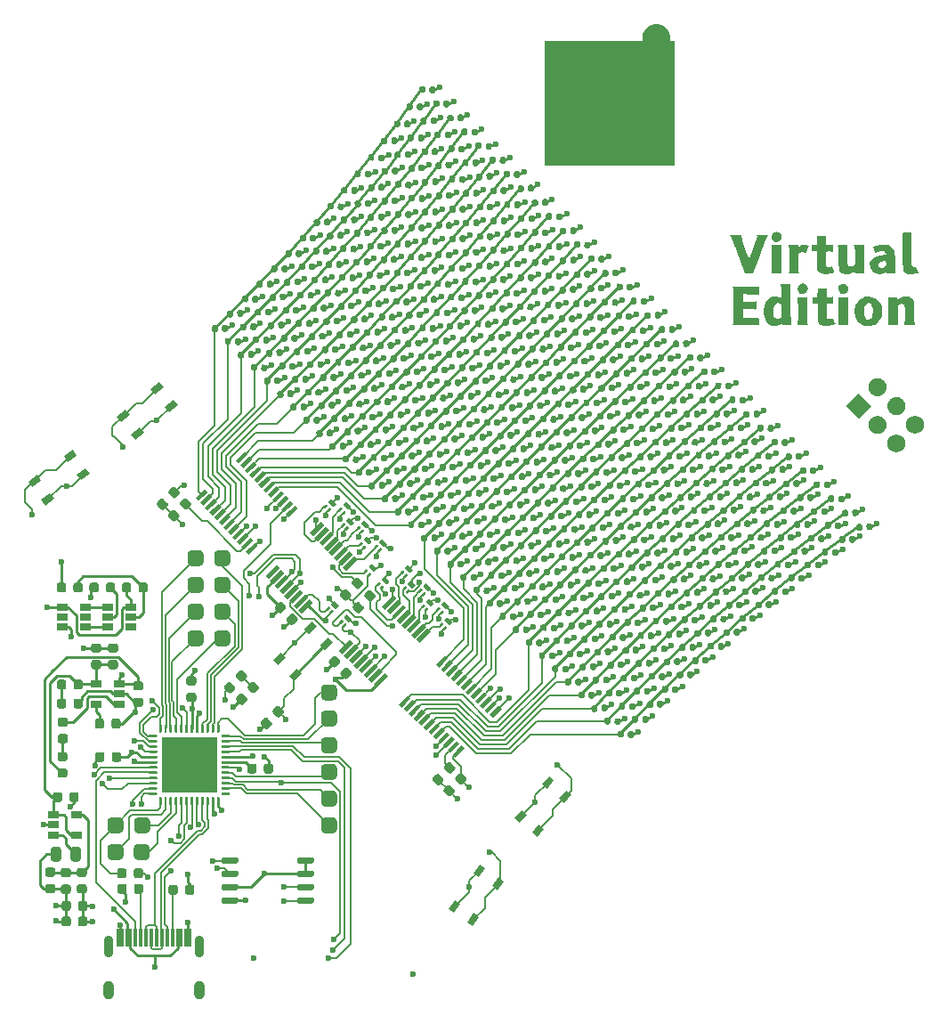
<source format=gtl>
G04 #@! TF.GenerationSoftware,KiCad,Pcbnew,5.99.0-unknown-748bee1bc~104~ubuntu20.04.1*
G04 #@! TF.CreationDate,2020-09-24T12:18:16+09:30*
G04 #@! TF.ProjectId,badge,62616467-652e-46b6-9963-61645f706362,0.1*
G04 #@! TF.SameCoordinates,Original*
G04 #@! TF.FileFunction,Copper,L1,Top*
G04 #@! TF.FilePolarity,Positive*
%FSLAX46Y46*%
G04 Gerber Fmt 4.6, Leading zero omitted, Abs format (unit mm)*
G04 Created by KiCad (PCBNEW 5.99.0-unknown-748bee1bc~104~ubuntu20.04.1) date 2020-09-24 12:18:16*
%MOMM*%
%LPD*%
G01*
G04 APERTURE LIST*
G04 #@! TA.AperFunction,SMDPad,CuDef*
%ADD10R,1.060000X0.650000*%
G04 #@! TD*
G04 #@! TA.AperFunction,SMDPad,CuDef*
%ADD11R,5.300000X5.300000*%
G04 #@! TD*
G04 #@! TA.AperFunction,SMDPad,CuDef*
%ADD12R,0.300000X1.750000*%
G04 #@! TD*
G04 #@! TA.AperFunction,ComponentPad*
%ADD13O,0.900000X2.100000*%
G04 #@! TD*
G04 #@! TA.AperFunction,ComponentPad*
%ADD14O,1.000000X1.800000*%
G04 #@! TD*
G04 #@! TA.AperFunction,ComponentPad*
%ADD15C,1.727200*%
G04 #@! TD*
G04 #@! TA.AperFunction,ViaPad*
%ADD16C,0.600000*%
G04 #@! TD*
G04 #@! TA.AperFunction,Conductor*
%ADD17C,0.250000*%
G04 #@! TD*
G04 #@! TA.AperFunction,Conductor*
%ADD18C,0.150000*%
G04 #@! TD*
G04 APERTURE END LIST*
G04 #@! TO.C,G\u002A\u002A\u002A*
G36*
X136786726Y-82892317D02*
G01*
X136790896Y-83213502D01*
X136796955Y-83509449D01*
X136804498Y-83768935D01*
X136813119Y-83980739D01*
X136822415Y-84133640D01*
X136831980Y-84216416D01*
X136834803Y-84225817D01*
X136843984Y-84256881D01*
X136826998Y-84277824D01*
X136771090Y-84290618D01*
X136663504Y-84297236D01*
X136491485Y-84299649D01*
X136355700Y-84299900D01*
X135840318Y-84299900D01*
X135874921Y-84204650D01*
X135885132Y-84134558D01*
X135893502Y-83994592D01*
X135900040Y-83798264D01*
X135904755Y-83559088D01*
X135907656Y-83290576D01*
X135908753Y-83006243D01*
X135908053Y-82719602D01*
X135905567Y-82444165D01*
X135901304Y-82193446D01*
X135895272Y-81980958D01*
X135887481Y-81820214D01*
X135877939Y-81724728D01*
X135873244Y-81706983D01*
X135863726Y-81674693D01*
X135881757Y-81653413D01*
X135940576Y-81640878D01*
X136053423Y-81634820D01*
X136233538Y-81632972D01*
X136305946Y-81632900D01*
X136774928Y-81632900D01*
X136786726Y-82892317D01*
G37*
G36*
X136735024Y-77624309D02*
G01*
X136735593Y-77959423D01*
X136739072Y-78219099D01*
X136748117Y-78412564D01*
X136765384Y-78549047D01*
X136793530Y-78637774D01*
X136835212Y-78687974D01*
X136893085Y-78708874D01*
X136969806Y-78709702D01*
X137045330Y-78702250D01*
X137190552Y-78673306D01*
X137317397Y-78627527D01*
X137348246Y-78610360D01*
X137454690Y-78540615D01*
X137454429Y-77726674D01*
X137452745Y-77418763D01*
X137447441Y-77184652D01*
X137437809Y-77013527D01*
X137423140Y-76894572D01*
X137402726Y-76816971D01*
X137393440Y-76796317D01*
X137332711Y-76679900D01*
X138301357Y-76679900D01*
X138301357Y-77904811D01*
X138302767Y-78237231D01*
X138306773Y-78539971D01*
X138313038Y-78802153D01*
X138321226Y-79012896D01*
X138330999Y-79161321D01*
X138342020Y-79236549D01*
X138342642Y-79238311D01*
X138383928Y-79346900D01*
X137940476Y-79346900D01*
X137742271Y-79345764D01*
X137613780Y-79340509D01*
X137540059Y-79328359D01*
X137506165Y-79306541D01*
X137497156Y-79272281D01*
X137497024Y-79264575D01*
X137492224Y-79221091D01*
X137465824Y-79208549D01*
X137399825Y-79228710D01*
X137276227Y-79283336D01*
X137268335Y-79286948D01*
X137063029Y-79357312D01*
X136826589Y-79402328D01*
X136593076Y-79417885D01*
X136396553Y-79399870D01*
X136375190Y-79394767D01*
X136175705Y-79313110D01*
X136031183Y-79180507D01*
X135988538Y-79117546D01*
X135963835Y-79068982D01*
X135944293Y-79007177D01*
X135929014Y-78921321D01*
X135917104Y-78800605D01*
X135907664Y-78634219D01*
X135899799Y-78411353D01*
X135892613Y-78121199D01*
X135888200Y-77907567D01*
X135881009Y-77610307D01*
X135871931Y-77338524D01*
X135861575Y-77104490D01*
X135850553Y-76920477D01*
X135839476Y-76798757D01*
X135830754Y-76753983D01*
X135821321Y-76721726D01*
X135839389Y-76700455D01*
X135898189Y-76687911D01*
X136010952Y-76681838D01*
X136190909Y-76679975D01*
X136264828Y-76679900D01*
X136735024Y-76679900D01*
X136735024Y-77624309D01*
G37*
G36*
X142839658Y-77064681D02*
G01*
X142852190Y-78634796D01*
X142948208Y-78712506D01*
X143052497Y-78766463D01*
X143165122Y-78755543D01*
X143229568Y-78741355D01*
X143274809Y-78753952D01*
X143315048Y-78808297D01*
X143364484Y-78919352D01*
X143396488Y-78999307D01*
X143448622Y-79138562D01*
X143482188Y-79243833D01*
X143490474Y-79293876D01*
X143489845Y-79294856D01*
X143426914Y-79321220D01*
X143299227Y-79350045D01*
X143126491Y-79377890D01*
X142928412Y-79401316D01*
X142831024Y-79409908D01*
X142645236Y-79419208D01*
X142511769Y-79410107D01*
X142399589Y-79379052D01*
X142340979Y-79353806D01*
X142174447Y-79236428D01*
X142086979Y-79108853D01*
X142066295Y-79062011D01*
X142049194Y-79006995D01*
X142035198Y-78935253D01*
X142023829Y-78838232D01*
X142014610Y-78707381D01*
X142007062Y-78534147D01*
X142000708Y-78309977D01*
X141995069Y-78026321D01*
X141989667Y-77674624D01*
X141984357Y-77272567D01*
X141978854Y-76903097D01*
X141972148Y-76559279D01*
X141964538Y-76250514D01*
X141956328Y-75986203D01*
X141947820Y-75775748D01*
X141939316Y-75628551D01*
X141931117Y-75554014D01*
X141928942Y-75547483D01*
X141931670Y-75523550D01*
X141983621Y-75507654D01*
X142095334Y-75498505D01*
X142277349Y-75494810D01*
X142360910Y-75494567D01*
X142827126Y-75494567D01*
X142839658Y-77064681D01*
G37*
G36*
X132744623Y-76647959D02*
G01*
X132879803Y-76674474D01*
X132989501Y-76710115D01*
X133048182Y-76747886D01*
X133052024Y-76758813D01*
X133037593Y-76813922D01*
X133000444Y-76919848D01*
X132949788Y-77053290D01*
X132894839Y-77190942D01*
X132844809Y-77309501D01*
X132808912Y-77385665D01*
X132798024Y-77401305D01*
X132748119Y-77395127D01*
X132647727Y-77370119D01*
X132601075Y-77356641D01*
X132474654Y-77327417D01*
X132375752Y-77336359D01*
X132262408Y-77383521D01*
X132099524Y-77463067D01*
X132087994Y-78287149D01*
X132086423Y-78553819D01*
X132089051Y-78796403D01*
X132095406Y-78999802D01*
X132105014Y-79148918D01*
X132117400Y-79228654D01*
X132117542Y-79229065D01*
X132158619Y-79346900D01*
X131648292Y-79346900D01*
X131433857Y-79346019D01*
X131291272Y-79342044D01*
X131207726Y-79332972D01*
X131170409Y-79316802D01*
X131166511Y-79291533D01*
X131174076Y-79272817D01*
X131184150Y-79212001D01*
X131194098Y-79078439D01*
X131203438Y-78884052D01*
X131211688Y-78640759D01*
X131218366Y-78360481D01*
X131222894Y-78064022D01*
X131226099Y-77709790D01*
X131226609Y-77430308D01*
X131224036Y-77215693D01*
X131217991Y-77056059D01*
X131208087Y-76941522D01*
X131193933Y-76862197D01*
X131175142Y-76808200D01*
X131173391Y-76804605D01*
X131111179Y-76679900D01*
X132036024Y-76679900D01*
X132036024Y-76889702D01*
X132234812Y-76763634D01*
X132430274Y-76666978D01*
X132609494Y-76637567D01*
X132744623Y-76647959D01*
G37*
G36*
X134669741Y-76245983D02*
G01*
X134681857Y-76658733D01*
X134924171Y-76671396D01*
X135073647Y-76670625D01*
X135199182Y-76655120D01*
X135252254Y-76638157D01*
X135292690Y-76620542D01*
X135317885Y-76629878D01*
X135331439Y-76680353D01*
X135336952Y-76786154D01*
X135338022Y-76961469D01*
X135338024Y-76976233D01*
X135337124Y-77156778D01*
X135332027Y-77266846D01*
X135319132Y-77320625D01*
X135294840Y-77332303D01*
X135255552Y-77316068D01*
X135252254Y-77314310D01*
X135163238Y-77290919D01*
X135025982Y-77279799D01*
X134924171Y-77281070D01*
X134681857Y-77293733D01*
X134681857Y-77954081D01*
X134683648Y-78228218D01*
X134690874Y-78429843D01*
X134706310Y-78571069D01*
X134732731Y-78664007D01*
X134772915Y-78720771D01*
X134829637Y-78753473D01*
X134867778Y-78765302D01*
X134957054Y-78765235D01*
X135078312Y-78739197D01*
X135102697Y-78731338D01*
X135260303Y-78677156D01*
X135384793Y-78954620D01*
X135443352Y-79092496D01*
X135481693Y-79197345D01*
X135492322Y-79248440D01*
X135491532Y-79249836D01*
X135444001Y-79269722D01*
X135340294Y-79302207D01*
X135247153Y-79328259D01*
X135007219Y-79377863D01*
X134753241Y-79406098D01*
X134515236Y-79411123D01*
X134323218Y-79391098D01*
X134301766Y-79386204D01*
X134097475Y-79296374D01*
X133950185Y-79144449D01*
X133862594Y-78933295D01*
X133858634Y-78915744D01*
X133843509Y-78802512D01*
X133830580Y-78624241D01*
X133820793Y-78400549D01*
X133815091Y-78151055D01*
X133814024Y-77990149D01*
X133814024Y-77272567D01*
X133348357Y-77272567D01*
X133348357Y-76679900D01*
X133814024Y-76679900D01*
X133814024Y-75833233D01*
X134657624Y-75833233D01*
X134669741Y-76245983D01*
G37*
G36*
X130139274Y-75418679D02*
G01*
X130238348Y-75455165D01*
X130333832Y-75534582D01*
X130339434Y-75540156D01*
X130424859Y-75642429D01*
X130462458Y-75748125D01*
X130469690Y-75869403D01*
X130441828Y-76071348D01*
X130353403Y-76220375D01*
X130215223Y-76320308D01*
X130046097Y-76376453D01*
X129877214Y-76360413D01*
X129758409Y-76312751D01*
X129608216Y-76194279D01*
X129519087Y-76022349D01*
X129496024Y-75852269D01*
X129514434Y-75728411D01*
X129581080Y-75617578D01*
X129639957Y-75553833D01*
X129742080Y-75464049D01*
X129837999Y-75421737D01*
X129969450Y-75410053D01*
X129996534Y-75409900D01*
X130139274Y-75418679D01*
G37*
G36*
X128310690Y-81044762D02*
G01*
X128309359Y-81225972D01*
X128303352Y-81336785D01*
X128289647Y-81391458D01*
X128265222Y-81404244D01*
X128236607Y-81394223D01*
X128170579Y-81381250D01*
X128036011Y-81368708D01*
X127849028Y-81357631D01*
X127625753Y-81349047D01*
X127472930Y-81345371D01*
X126783336Y-81332587D01*
X126795596Y-81704994D01*
X126807857Y-82077400D01*
X127315857Y-82077400D01*
X127526297Y-82074731D01*
X127715609Y-82067478D01*
X127862047Y-82056778D01*
X127940274Y-82044843D01*
X128056690Y-82012287D01*
X128056690Y-82418113D01*
X128056000Y-82605143D01*
X128051463Y-82721933D01*
X128039376Y-82782911D01*
X128016038Y-82802503D01*
X127977747Y-82795136D01*
X127961440Y-82789336D01*
X127883418Y-82775978D01*
X127740845Y-82765016D01*
X127553830Y-82757563D01*
X127342478Y-82754735D01*
X127337024Y-82754733D01*
X126807857Y-82754733D01*
X126795761Y-83191519D01*
X126783665Y-83628304D01*
X127473094Y-83613585D01*
X127710979Y-83606521D01*
X127922784Y-83596514D01*
X128092383Y-83584615D01*
X128203648Y-83571873D01*
X128236607Y-83563853D01*
X128271559Y-83554324D01*
X128293419Y-83575442D01*
X128305207Y-83641502D01*
X128309945Y-83766799D01*
X128310690Y-83914371D01*
X128310690Y-84299900D01*
X127061857Y-84299900D01*
X126746486Y-84298799D01*
X126460363Y-84295685D01*
X126213925Y-84290841D01*
X126017605Y-84284550D01*
X125881838Y-84277095D01*
X125817060Y-84268759D01*
X125813024Y-84266033D01*
X125839568Y-84210157D01*
X125865940Y-84179250D01*
X125880513Y-84123165D01*
X125892954Y-83993693D01*
X125903269Y-83802086D01*
X125911461Y-83559597D01*
X125917536Y-83277479D01*
X125921499Y-82966984D01*
X125923355Y-82639363D01*
X125923108Y-82305871D01*
X125920764Y-81977760D01*
X125916328Y-81666281D01*
X125909803Y-81382688D01*
X125901196Y-81138233D01*
X125890511Y-80944169D01*
X125877753Y-80811747D01*
X125864451Y-80754483D01*
X125810045Y-80659233D01*
X128310690Y-80659233D01*
X128310690Y-81044762D01*
G37*
G36*
X128790295Y-82881733D02*
G01*
X128844473Y-82487911D01*
X128944866Y-82164296D01*
X129091990Y-81909817D01*
X129286366Y-81723404D01*
X129379039Y-81666822D01*
X129578021Y-81596643D01*
X129810499Y-81567586D01*
X130044772Y-81579717D01*
X130249137Y-81633103D01*
X130313471Y-81664873D01*
X130469690Y-81757044D01*
X130469429Y-81197555D01*
X130465803Y-80928088D01*
X130454550Y-80731982D01*
X130434672Y-80598191D01*
X130408440Y-80521650D01*
X130347711Y-80405233D01*
X131313822Y-80405233D01*
X131325673Y-82278483D01*
X131328944Y-82670858D01*
X131333528Y-83038655D01*
X131339202Y-83372898D01*
X131345745Y-83664613D01*
X131352934Y-83904823D01*
X131360549Y-84084555D01*
X131368367Y-84194832D01*
X131373803Y-84225817D01*
X131383474Y-84258683D01*
X131364930Y-84280106D01*
X131304706Y-84292501D01*
X131189338Y-84298284D01*
X131005364Y-84299873D01*
X130961053Y-84299900D01*
X130761482Y-84298824D01*
X130631693Y-84293752D01*
X130556811Y-84281919D01*
X130521958Y-84260559D01*
X130512261Y-84226907D01*
X130512024Y-84216424D01*
X130507273Y-84170550D01*
X130480669Y-84159893D01*
X130413677Y-84186446D01*
X130315218Y-84237591D01*
X130167570Y-84302408D01*
X130015705Y-84333367D01*
X129838968Y-84339550D01*
X129677484Y-84332169D01*
X129537494Y-84315655D01*
X129459835Y-84296939D01*
X129225707Y-84159090D01*
X129037137Y-83955841D01*
X128898069Y-83695524D01*
X128812445Y-83386474D01*
X128795416Y-83175740D01*
X129677457Y-83175740D01*
X129725015Y-83412753D01*
X129821048Y-83580663D01*
X129867447Y-83624120D01*
X130015027Y-83689355D01*
X130187289Y-83682293D01*
X130366202Y-83603742D01*
X130369456Y-83601624D01*
X130409085Y-83573170D01*
X130436618Y-83539057D01*
X130453915Y-83485153D01*
X130462836Y-83397324D01*
X130465240Y-83261440D01*
X130462987Y-83063368D01*
X130460229Y-82911772D01*
X130448524Y-82289067D01*
X130266923Y-82226292D01*
X130145550Y-82190100D01*
X130064133Y-82187948D01*
X129985083Y-82219891D01*
X129972709Y-82226725D01*
X129836004Y-82344560D01*
X129742144Y-82523801D01*
X129688132Y-82771001D01*
X129678444Y-82869906D01*
X129677457Y-83175740D01*
X128795416Y-83175740D01*
X128784206Y-83037022D01*
X128790295Y-82881733D01*
G37*
G36*
X132639103Y-80352481D02*
G01*
X132714743Y-80384783D01*
X132848822Y-80495135D01*
X132931083Y-80646730D01*
X132961262Y-80818440D01*
X132939094Y-80989140D01*
X132864315Y-81137700D01*
X132736662Y-81242995D01*
X132725535Y-81248293D01*
X132580241Y-81286232D01*
X132413321Y-81289941D01*
X132261441Y-81261369D01*
X132178562Y-81219209D01*
X132054678Y-81074090D01*
X131998562Y-80888218D01*
X131993690Y-80798436D01*
X132030565Y-80611737D01*
X132130130Y-80464277D01*
X132275800Y-80365571D01*
X132450987Y-80325133D01*
X132639103Y-80352481D01*
G37*
G36*
X118710879Y-55672015D02*
G01*
X118990111Y-55735387D01*
X119249462Y-55854113D01*
X119478317Y-56023970D01*
X119666065Y-56240736D01*
X119802091Y-56500186D01*
X119875782Y-56798098D01*
X119885943Y-56963150D01*
X119886357Y-57248900D01*
X120267357Y-57248900D01*
X120267357Y-69102233D01*
X107906024Y-69102233D01*
X107906024Y-57248900D01*
X117208223Y-57248900D01*
X117228752Y-56941983D01*
X117287603Y-56598126D01*
X117415733Y-56301669D01*
X117607398Y-56056526D01*
X117860025Y-55856252D01*
X118135223Y-55728225D01*
X118422379Y-55668220D01*
X118710879Y-55672015D01*
G37*
G36*
X142546233Y-81581137D02*
G01*
X142706198Y-81620510D01*
X142833589Y-81699891D01*
X142953543Y-81830536D01*
X142976574Y-81860754D01*
X143003171Y-81901057D01*
X143024107Y-81949446D01*
X143040323Y-82016520D01*
X143052757Y-82112880D01*
X143062346Y-82249123D01*
X143070029Y-82435849D01*
X143076745Y-82683656D01*
X143083431Y-83003144D01*
X143085024Y-83085805D01*
X143091976Y-83385604D01*
X143100647Y-83658681D01*
X143110474Y-83893245D01*
X143120894Y-84077504D01*
X143131344Y-84199667D01*
X143140439Y-84246983D01*
X143137253Y-84269628D01*
X143086570Y-84285153D01*
X142978277Y-84294630D01*
X142802262Y-84299132D01*
X142641532Y-84299900D01*
X142421795Y-84299299D01*
X142274168Y-84296095D01*
X142186099Y-84288188D01*
X142145033Y-84273477D01*
X142138416Y-84249861D01*
X142152201Y-84218016D01*
X142168385Y-84146068D01*
X142180970Y-84007761D01*
X142190015Y-83818487D01*
X142195574Y-83593641D01*
X142197705Y-83348616D01*
X142196464Y-83098808D01*
X142191908Y-82859609D01*
X142184093Y-82646413D01*
X142173076Y-82474614D01*
X142158913Y-82359606D01*
X142145224Y-82318700D01*
X142051089Y-82276759D01*
X141910549Y-82272939D01*
X141752164Y-82306011D01*
X141668293Y-82339240D01*
X141518690Y-82410581D01*
X141518690Y-83273357D01*
X141520859Y-83571955D01*
X141527040Y-83826590D01*
X141536744Y-84026728D01*
X141549483Y-84161834D01*
X141562513Y-84218016D01*
X141576697Y-84251840D01*
X141568096Y-84274784D01*
X141524145Y-84288956D01*
X141432282Y-84296461D01*
X141279942Y-84299406D01*
X141074190Y-84299900D01*
X140854698Y-84299297D01*
X140707307Y-84296084D01*
X140619455Y-84288154D01*
X140578577Y-84273401D01*
X140572111Y-84249717D01*
X140585867Y-84218016D01*
X140600025Y-84149994D01*
X140611542Y-84012584D01*
X140620454Y-83818937D01*
X140626799Y-83582204D01*
X140630611Y-83315537D01*
X140631927Y-83032088D01*
X140630783Y-82745008D01*
X140627216Y-82467448D01*
X140621262Y-82212561D01*
X140612956Y-81993499D01*
X140602336Y-81823411D01*
X140589437Y-81715451D01*
X140578890Y-81683700D01*
X140574246Y-81660994D01*
X140620586Y-81645799D01*
X140727756Y-81636932D01*
X140905600Y-81633212D01*
X141002224Y-81632900D01*
X141207730Y-81633518D01*
X141343173Y-81637396D01*
X141423156Y-81647573D01*
X141462280Y-81667085D01*
X141475150Y-81698969D01*
X141476357Y-81731515D01*
X141476357Y-81830131D01*
X141738255Y-81700322D01*
X141894618Y-81629594D01*
X142029640Y-81590072D01*
X142181850Y-81573283D01*
X142328563Y-81570514D01*
X142546233Y-81581137D01*
G37*
G36*
X138923117Y-78188532D02*
G01*
X139049773Y-77986976D01*
X139246512Y-77826702D01*
X139510883Y-77710056D01*
X139840437Y-77639382D01*
X140021838Y-77622430D01*
X140230610Y-77604745D01*
X140361320Y-77577149D01*
X140420509Y-77533090D01*
X140414714Y-77466016D01*
X140350474Y-77369374D01*
X140315816Y-77327844D01*
X140242446Y-77255954D01*
X140163364Y-77222757D01*
X140044461Y-77216485D01*
X139997503Y-77218028D01*
X139822011Y-77241954D01*
X139642189Y-77291114D01*
X139589794Y-77311746D01*
X139474825Y-77359786D01*
X139413696Y-77372571D01*
X139383863Y-77351364D01*
X139372003Y-77323951D01*
X139340926Y-77245529D01*
X139289339Y-77122311D01*
X139251086Y-77033303D01*
X139156356Y-76815206D01*
X139510491Y-76726386D01*
X139769672Y-76675586D01*
X140042742Y-76646143D01*
X140304978Y-76638906D01*
X140531656Y-76654723D01*
X140676290Y-76686375D01*
X140908968Y-76800065D01*
X141080968Y-76966705D01*
X141149150Y-77075048D01*
X141179681Y-77137406D01*
X141203296Y-77203818D01*
X141221227Y-77286478D01*
X141234712Y-77397580D01*
X141244983Y-77549318D01*
X141253276Y-77753887D01*
X141260826Y-78023481D01*
X141265593Y-78225067D01*
X141273456Y-78507365D01*
X141283287Y-78764035D01*
X141294370Y-78982033D01*
X141305988Y-79148314D01*
X141317427Y-79249833D01*
X141323121Y-79272817D01*
X141332308Y-79305688D01*
X141313332Y-79327114D01*
X141252699Y-79339509D01*
X141136916Y-79345290D01*
X140952488Y-79346874D01*
X140909386Y-79346900D01*
X140709984Y-79345893D01*
X140580328Y-79340971D01*
X140505502Y-79329278D01*
X140470592Y-79307960D01*
X140460684Y-79274164D01*
X140460357Y-79260966D01*
X140456771Y-79206270D01*
X140432090Y-79200864D01*
X140365429Y-79245257D01*
X140340175Y-79263886D01*
X140148079Y-79362095D01*
X139915462Y-79416119D01*
X139677112Y-79420466D01*
X139528749Y-79392013D01*
X139267981Y-79276993D01*
X139073362Y-79109617D01*
X138942781Y-78887619D01*
X138889850Y-78706112D01*
X138874170Y-78497795D01*
X139705963Y-78497795D01*
X139725721Y-78642617D01*
X139805235Y-78747808D01*
X139926668Y-78807622D01*
X140072184Y-78816311D01*
X140223946Y-78768126D01*
X140324668Y-78697185D01*
X140384470Y-78626644D01*
X140409764Y-78538940D01*
X140409668Y-78401622D01*
X140409335Y-78395824D01*
X140396857Y-78182733D01*
X140169388Y-78188947D01*
X139952365Y-78220623D01*
X139801770Y-78301100D01*
X139719659Y-78429009D01*
X139705963Y-78497795D01*
X138874170Y-78497795D01*
X138868993Y-78429026D01*
X138923117Y-78188532D01*
G37*
G36*
X134745357Y-81632900D02*
G01*
X134954268Y-81632900D01*
X135102651Y-81624461D01*
X135232957Y-81603179D01*
X135271768Y-81591614D01*
X135380357Y-81550329D01*
X135380357Y-82248378D01*
X134745357Y-82216312D01*
X134745357Y-82891712D01*
X134746162Y-83147599D01*
X134749578Y-83332446D01*
X134757109Y-83459871D01*
X134770256Y-83543496D01*
X134790522Y-83596937D01*
X134819410Y-83633815D01*
X134828135Y-83642024D01*
X134939932Y-83692118D01*
X135092543Y-83694417D01*
X135256603Y-83648483D01*
X135256840Y-83648379D01*
X135300122Y-83650168D01*
X135347986Y-83701962D01*
X135409208Y-83815534D01*
X135453092Y-83911627D01*
X135582362Y-84204297D01*
X135268489Y-84273265D01*
X134974707Y-84322158D01*
X134693906Y-84339917D01*
X134445550Y-84326830D01*
X134249101Y-84283184D01*
X134189715Y-84257390D01*
X134098685Y-84200276D01*
X134028520Y-84129729D01*
X133976603Y-84034711D01*
X133940320Y-83904185D01*
X133917056Y-83727117D01*
X133904197Y-83492468D01*
X133899127Y-83189204D01*
X133898690Y-83029043D01*
X133898690Y-82225567D01*
X133390690Y-82225567D01*
X133390690Y-81637125D01*
X133877524Y-81611733D01*
X133901756Y-80786233D01*
X134745357Y-80786233D01*
X134745357Y-81632900D01*
G37*
G36*
X132925024Y-82884516D02*
G01*
X132926542Y-83272649D01*
X132930974Y-83602194D01*
X132938136Y-83867540D01*
X132947842Y-84063078D01*
X132959910Y-84183198D01*
X132968846Y-84218016D01*
X132983030Y-84251840D01*
X132974429Y-84274784D01*
X132930478Y-84288956D01*
X132838615Y-84296461D01*
X132686276Y-84299406D01*
X132480524Y-84299900D01*
X132261031Y-84299297D01*
X132113641Y-84296084D01*
X132025788Y-84288154D01*
X131984910Y-84273401D01*
X131978444Y-84249717D01*
X131992201Y-84218016D01*
X132005973Y-84148991D01*
X132017425Y-84001674D01*
X132026334Y-83782414D01*
X132032478Y-83497560D01*
X132035635Y-83153461D01*
X132036024Y-82966400D01*
X132034402Y-82595755D01*
X132029684Y-82281265D01*
X132022094Y-82029278D01*
X132011852Y-81846143D01*
X131999182Y-81738208D01*
X131992201Y-81714783D01*
X131977571Y-81679743D01*
X131986995Y-81656453D01*
X132033467Y-81642519D01*
X132129984Y-81635548D01*
X132289540Y-81633146D01*
X132436701Y-81632900D01*
X132925024Y-81632900D01*
X132925024Y-82884516D01*
G37*
G36*
X130427357Y-77931516D02*
G01*
X130428875Y-78319649D01*
X130433307Y-78649194D01*
X130440469Y-78914540D01*
X130450176Y-79110078D01*
X130462243Y-79230198D01*
X130471180Y-79265016D01*
X130485581Y-79299430D01*
X130476587Y-79322547D01*
X130431425Y-79336609D01*
X130337321Y-79343859D01*
X130181500Y-79346539D01*
X130004706Y-79346900D01*
X129494410Y-79346900D01*
X129526967Y-79230483D01*
X129535624Y-79158096D01*
X129543415Y-79013454D01*
X129550020Y-78808966D01*
X129555119Y-78557042D01*
X129558394Y-78270092D01*
X129559524Y-77966929D01*
X129558683Y-77608189D01*
X129555883Y-77325400D01*
X129550710Y-77109857D01*
X129542747Y-76952860D01*
X129531579Y-76845704D01*
X129516791Y-76779687D01*
X129501423Y-76749845D01*
X129482927Y-76719996D01*
X129494550Y-76700069D01*
X129548566Y-76688086D01*
X129657251Y-76682069D01*
X129832879Y-76680040D01*
X129935340Y-76679900D01*
X130427357Y-76679900D01*
X130427357Y-77931516D01*
G37*
G36*
X126651544Y-75843817D02*
G01*
X126664893Y-75912758D01*
X126701791Y-76046679D01*
X126757740Y-76232142D01*
X126828240Y-76455710D01*
X126908793Y-76703945D01*
X126994900Y-76963409D01*
X127082061Y-77220665D01*
X127165779Y-77462275D01*
X127241553Y-77674802D01*
X127304885Y-77844807D01*
X127351277Y-77958853D01*
X127374020Y-78001748D01*
X127397014Y-77975154D01*
X127441306Y-77880046D01*
X127502679Y-77728638D01*
X127576913Y-77533145D01*
X127659791Y-77305783D01*
X127747097Y-77058768D01*
X127834610Y-76804313D01*
X127918115Y-76554636D01*
X127993393Y-76321951D01*
X128056226Y-76118473D01*
X128102396Y-75956417D01*
X128127687Y-75848000D01*
X128130673Y-75810379D01*
X128110764Y-75706233D01*
X129202225Y-75706233D01*
X129116978Y-75822650D01*
X129084338Y-75886452D01*
X129026149Y-76020854D01*
X128945930Y-76216934D01*
X128847198Y-76465771D01*
X128733473Y-76758444D01*
X128608272Y-77086031D01*
X128475114Y-77439611D01*
X128403294Y-77632400D01*
X127774858Y-79325733D01*
X127375831Y-79337724D01*
X126976805Y-79349715D01*
X126367267Y-77712847D01*
X126232367Y-77352180D01*
X126103246Y-77009992D01*
X125983602Y-76695861D01*
X125877129Y-76419364D01*
X125787525Y-76190075D01*
X125718486Y-76017573D01*
X125673707Y-75911432D01*
X125664134Y-75891106D01*
X125570539Y-75706233D01*
X126651224Y-75706233D01*
X126651544Y-75843817D01*
G37*
G36*
X136526940Y-80360450D02*
G01*
X136666884Y-80443208D01*
X136791433Y-80606870D01*
X136844214Y-80782277D01*
X136831024Y-80953663D01*
X136757659Y-81105261D01*
X136629916Y-81221304D01*
X136453590Y-81286025D01*
X136354024Y-81294233D01*
X136162092Y-81269267D01*
X136045297Y-81208905D01*
X135936252Y-81076535D01*
X135870479Y-80903649D01*
X135861889Y-80729143D01*
X135865916Y-80707370D01*
X135914030Y-80599226D01*
X135999236Y-80485429D01*
X136020193Y-80464099D01*
X136172773Y-80368942D01*
X136350974Y-80334092D01*
X136526940Y-80360450D01*
G37*
G36*
X137447318Y-82579362D02*
G01*
X137468681Y-82456400D01*
X137504032Y-82350491D01*
X137522663Y-82308082D01*
X137696321Y-82025879D01*
X137927633Y-81805631D01*
X138121393Y-81689391D01*
X138258531Y-81628910D01*
X138384497Y-81593479D01*
X138531635Y-81576806D01*
X138721748Y-81572610D01*
X139067892Y-81602729D01*
X139360335Y-81696405D01*
X139604843Y-81856928D01*
X139807183Y-82087588D01*
X139903220Y-82246733D01*
X139951627Y-82344178D01*
X139983799Y-82433920D01*
X140003013Y-82536891D01*
X140012544Y-82674021D01*
X140015667Y-82866241D01*
X140015857Y-82966400D01*
X140014699Y-83184888D01*
X140008824Y-83339776D01*
X139994633Y-83452123D01*
X139968522Y-83542991D01*
X139926893Y-83633438D01*
X139890205Y-83701256D01*
X139712713Y-83958343D01*
X139499555Y-84146037D01*
X139242355Y-84268870D01*
X138932737Y-84331376D01*
X138706566Y-84341820D01*
X138497075Y-84334684D01*
X138337583Y-84309825D01*
X138194224Y-84261169D01*
X138152303Y-84242426D01*
X137887363Y-84077529D01*
X137673406Y-83850416D01*
X137549027Y-83649160D01*
X137498001Y-83543824D01*
X137464901Y-83446805D01*
X137445865Y-83335073D01*
X137437029Y-83185594D01*
X137434530Y-82975337D01*
X137434509Y-82966400D01*
X137435112Y-82910422D01*
X138301174Y-82910422D01*
X138310596Y-83138873D01*
X138340921Y-83345323D01*
X138382935Y-83480631D01*
X138490290Y-83645080D01*
X138623584Y-83735295D01*
X138772750Y-83748009D01*
X138927723Y-83679956D01*
X138948750Y-83664238D01*
X139061369Y-83527166D01*
X139132674Y-83323634D01*
X139163887Y-83049700D01*
X139165590Y-82965390D01*
X139150981Y-82740680D01*
X139109327Y-82533448D01*
X139046747Y-82363375D01*
X138969360Y-82250145D01*
X138935454Y-82225083D01*
X138766523Y-82175666D01*
X138606981Y-82204551D01*
X138469450Y-82305436D01*
X138366551Y-82472021D01*
X138349554Y-82517634D01*
X138313784Y-82692498D01*
X138301174Y-82910422D01*
X137435112Y-82910422D01*
X137436931Y-82741865D01*
X137447318Y-82579362D01*
G37*
G04 #@! TD*
D10*
G04 #@! TO.P,U7,5,FB*
G04 #@! TO.N,Net-(C10-Pad1)*
X63425000Y-130850000D03*
G04 #@! TO.P,U7,4,VIN*
G04 #@! TO.N,/1s LiPo/BATT_PLUS*
X63425000Y-132750000D03*
G04 #@! TO.P,U7,3,SW*
G04 #@! TO.N,Net-(L1-Pad1)*
X61225000Y-132750000D03*
G04 #@! TO.P,U7,2,GND*
G04 #@! TO.N,GND*
X61225000Y-131800000D03*
G04 #@! TO.P,U7,1,EN*
G04 #@! TO.N,/1s LiPo/BATT_PLUS*
X61225000Y-130850000D03*
G04 #@! TD*
G04 #@! TO.P,R18,2*
G04 #@! TO.N,GND*
G04 #@! TA.AperFunction,SMDPad,CuDef*
G36*
G01*
X63643750Y-137450000D02*
X64156250Y-137450000D01*
G75*
G02*
X64375000Y-137668750I0J-218750D01*
G01*
X64375000Y-138106250D01*
G75*
G02*
X64156250Y-138325000I-218750J0D01*
G01*
X63643750Y-138325000D01*
G75*
G02*
X63425000Y-138106250I0J218750D01*
G01*
X63425000Y-137668750D01*
G75*
G02*
X63643750Y-137450000I218750J0D01*
G01*
G37*
G04 #@! TD.AperFunction*
G04 #@! TO.P,R18,1*
G04 #@! TO.N,Net-(C10-Pad1)*
G04 #@! TA.AperFunction,SMDPad,CuDef*
G36*
G01*
X63643750Y-135875000D02*
X64156250Y-135875000D01*
G75*
G02*
X64375000Y-136093750I0J-218750D01*
G01*
X64375000Y-136531250D01*
G75*
G02*
X64156250Y-136750000I-218750J0D01*
G01*
X63643750Y-136750000D01*
G75*
G02*
X63425000Y-136531250I0J218750D01*
G01*
X63425000Y-136093750D01*
G75*
G02*
X63643750Y-135875000I218750J0D01*
G01*
G37*
G04 #@! TD.AperFunction*
G04 #@! TD*
G04 #@! TO.P,R17,2*
G04 #@! TO.N,VCC*
G04 #@! TA.AperFunction,SMDPad,CuDef*
G36*
G01*
X62118750Y-137475000D02*
X62631250Y-137475000D01*
G75*
G02*
X62850000Y-137693750I0J-218750D01*
G01*
X62850000Y-138131250D01*
G75*
G02*
X62631250Y-138350000I-218750J0D01*
G01*
X62118750Y-138350000D01*
G75*
G02*
X61900000Y-138131250I0J218750D01*
G01*
X61900000Y-137693750D01*
G75*
G02*
X62118750Y-137475000I218750J0D01*
G01*
G37*
G04 #@! TD.AperFunction*
G04 #@! TO.P,R17,1*
G04 #@! TO.N,Net-(C10-Pad1)*
G04 #@! TA.AperFunction,SMDPad,CuDef*
G36*
G01*
X62118750Y-135900000D02*
X62631250Y-135900000D01*
G75*
G02*
X62850000Y-136118750I0J-218750D01*
G01*
X62850000Y-136556250D01*
G75*
G02*
X62631250Y-136775000I-218750J0D01*
G01*
X62118750Y-136775000D01*
G75*
G02*
X61900000Y-136556250I0J218750D01*
G01*
X61900000Y-136118750D01*
G75*
G02*
X62118750Y-135900000I218750J0D01*
G01*
G37*
G04 #@! TD.AperFunction*
G04 #@! TD*
G04 #@! TO.P,L1,2*
G04 #@! TO.N,VCC*
G04 #@! TA.AperFunction,SMDPad,CuDef*
G36*
G01*
X61930000Y-134133750D02*
X61930000Y-135046250D01*
G75*
G02*
X61686250Y-135290000I-243750J0D01*
G01*
X61198750Y-135290000D01*
G75*
G02*
X60955000Y-135046250I0J243750D01*
G01*
X60955000Y-134133750D01*
G75*
G02*
X61198750Y-133890000I243750J0D01*
G01*
X61686250Y-133890000D01*
G75*
G02*
X61930000Y-134133750I0J-243750D01*
G01*
G37*
G04 #@! TD.AperFunction*
G04 #@! TO.P,L1,1*
G04 #@! TO.N,Net-(L1-Pad1)*
G04 #@! TA.AperFunction,SMDPad,CuDef*
G36*
G01*
X63805000Y-134133750D02*
X63805000Y-135046250D01*
G75*
G02*
X63561250Y-135290000I-243750J0D01*
G01*
X63073750Y-135290000D01*
G75*
G02*
X62830000Y-135046250I0J243750D01*
G01*
X62830000Y-134133750D01*
G75*
G02*
X63073750Y-133890000I243750J0D01*
G01*
X63561250Y-133890000D01*
G75*
G02*
X63805000Y-134133750I0J-243750D01*
G01*
G37*
G04 #@! TD.AperFunction*
G04 #@! TD*
G04 #@! TO.P,C14,2*
G04 #@! TO.N,VCC*
G04 #@! TA.AperFunction,SMDPad,CuDef*
G36*
G01*
X62850000Y-139243750D02*
X62850000Y-139756250D01*
G75*
G02*
X62631250Y-139975000I-218750J0D01*
G01*
X62193750Y-139975000D01*
G75*
G02*
X61975000Y-139756250I0J218750D01*
G01*
X61975000Y-139243750D01*
G75*
G02*
X62193750Y-139025000I218750J0D01*
G01*
X62631250Y-139025000D01*
G75*
G02*
X62850000Y-139243750I0J-218750D01*
G01*
G37*
G04 #@! TD.AperFunction*
G04 #@! TO.P,C14,1*
G04 #@! TO.N,GND*
G04 #@! TA.AperFunction,SMDPad,CuDef*
G36*
G01*
X64425000Y-139243750D02*
X64425000Y-139756250D01*
G75*
G02*
X64206250Y-139975000I-218750J0D01*
G01*
X63768750Y-139975000D01*
G75*
G02*
X63550000Y-139756250I0J218750D01*
G01*
X63550000Y-139243750D01*
G75*
G02*
X63768750Y-139025000I218750J0D01*
G01*
X64206250Y-139025000D01*
G75*
G02*
X64425000Y-139243750I0J-218750D01*
G01*
G37*
G04 #@! TD.AperFunction*
G04 #@! TD*
G04 #@! TO.P,C13,2*
G04 #@! TO.N,VCC*
G04 #@! TA.AperFunction,SMDPad,CuDef*
G36*
G01*
X62850000Y-140718750D02*
X62850000Y-141231250D01*
G75*
G02*
X62631250Y-141450000I-218750J0D01*
G01*
X62193750Y-141450000D01*
G75*
G02*
X61975000Y-141231250I0J218750D01*
G01*
X61975000Y-140718750D01*
G75*
G02*
X62193750Y-140500000I218750J0D01*
G01*
X62631250Y-140500000D01*
G75*
G02*
X62850000Y-140718750I0J-218750D01*
G01*
G37*
G04 #@! TD.AperFunction*
G04 #@! TO.P,C13,1*
G04 #@! TO.N,GND*
G04 #@! TA.AperFunction,SMDPad,CuDef*
G36*
G01*
X64425000Y-140718750D02*
X64425000Y-141231250D01*
G75*
G02*
X64206250Y-141450000I-218750J0D01*
G01*
X63768750Y-141450000D01*
G75*
G02*
X63550000Y-141231250I0J218750D01*
G01*
X63550000Y-140718750D01*
G75*
G02*
X63768750Y-140500000I218750J0D01*
G01*
X64206250Y-140500000D01*
G75*
G02*
X64425000Y-140718750I0J-218750D01*
G01*
G37*
G04 #@! TD.AperFunction*
G04 #@! TD*
G04 #@! TO.P,C10,2*
G04 #@! TO.N,VCC*
G04 #@! TA.AperFunction,SMDPad,CuDef*
G36*
G01*
X60643750Y-137425000D02*
X61156250Y-137425000D01*
G75*
G02*
X61375000Y-137643750I0J-218750D01*
G01*
X61375000Y-138081250D01*
G75*
G02*
X61156250Y-138300000I-218750J0D01*
G01*
X60643750Y-138300000D01*
G75*
G02*
X60425000Y-138081250I0J218750D01*
G01*
X60425000Y-137643750D01*
G75*
G02*
X60643750Y-137425000I218750J0D01*
G01*
G37*
G04 #@! TD.AperFunction*
G04 #@! TO.P,C10,1*
G04 #@! TO.N,Net-(C10-Pad1)*
G04 #@! TA.AperFunction,SMDPad,CuDef*
G36*
G01*
X60643750Y-135850000D02*
X61156250Y-135850000D01*
G75*
G02*
X61375000Y-136068750I0J-218750D01*
G01*
X61375000Y-136506250D01*
G75*
G02*
X61156250Y-136725000I-218750J0D01*
G01*
X60643750Y-136725000D01*
G75*
G02*
X60425000Y-136506250I0J218750D01*
G01*
X60425000Y-136068750D01*
G75*
G02*
X60643750Y-135850000I218750J0D01*
G01*
G37*
G04 #@! TD.AperFunction*
G04 #@! TD*
G04 #@! TO.P,C9,2*
G04 #@! TO.N,/1s LiPo/BATT_PLUS*
G04 #@! TA.AperFunction,SMDPad,CuDef*
G36*
G01*
X62030000Y-128893750D02*
X62030000Y-129406250D01*
G75*
G02*
X61811250Y-129625000I-218750J0D01*
G01*
X61373750Y-129625000D01*
G75*
G02*
X61155000Y-129406250I0J218750D01*
G01*
X61155000Y-128893750D01*
G75*
G02*
X61373750Y-128675000I218750J0D01*
G01*
X61811250Y-128675000D01*
G75*
G02*
X62030000Y-128893750I0J-218750D01*
G01*
G37*
G04 #@! TD.AperFunction*
G04 #@! TO.P,C9,1*
G04 #@! TO.N,GND*
G04 #@! TA.AperFunction,SMDPad,CuDef*
G36*
G01*
X63605000Y-128893750D02*
X63605000Y-129406250D01*
G75*
G02*
X63386250Y-129625000I-218750J0D01*
G01*
X62948750Y-129625000D01*
G75*
G02*
X62730000Y-129406250I0J218750D01*
G01*
X62730000Y-128893750D01*
G75*
G02*
X62948750Y-128675000I218750J0D01*
G01*
X63386250Y-128675000D01*
G75*
G02*
X63605000Y-128893750I0J-218750D01*
G01*
G37*
G04 #@! TD.AperFunction*
G04 #@! TD*
G04 #@! TO.P,TP3,1,1*
G04 #@! TO.N,/LED_DAT*
G04 #@! TA.AperFunction,TestPad*
G36*
G01*
X68838000Y-134761234D02*
X68838000Y-133999234D01*
G75*
G02*
X69219000Y-133618234I381000J0D01*
G01*
X69981000Y-133618234D01*
G75*
G02*
X70362000Y-133999234I0J-381000D01*
G01*
X70362000Y-134761234D01*
G75*
G02*
X69981000Y-135142234I-381000J0D01*
G01*
X69219000Y-135142234D01*
G75*
G02*
X68838000Y-134761234I0J381000D01*
G01*
G37*
G04 #@! TD.AperFunction*
G04 #@! TD*
G04 #@! TO.P,TP18,1,1*
G04 #@! TO.N,/LED_BLANK*
G04 #@! TA.AperFunction,TestPad*
G36*
G01*
X66334690Y-132221234D02*
X66334690Y-131459234D01*
G75*
G02*
X66715690Y-131078234I381000J0D01*
G01*
X67477690Y-131078234D01*
G75*
G02*
X67858690Y-131459234I0J-381000D01*
G01*
X67858690Y-132221234D01*
G75*
G02*
X67477690Y-132602234I-381000J0D01*
G01*
X66715690Y-132602234D01*
G75*
G02*
X66334690Y-132221234I0J381000D01*
G01*
G37*
G04 #@! TD.AperFunction*
G04 #@! TD*
G04 #@! TO.P,TP17,1,1*
G04 #@! TO.N,/LED_LATCH*
G04 #@! TA.AperFunction,TestPad*
G36*
G01*
X66334690Y-134761234D02*
X66334690Y-133999234D01*
G75*
G02*
X66715690Y-133618234I381000J0D01*
G01*
X67477690Y-133618234D01*
G75*
G02*
X67858690Y-133999234I0J-381000D01*
G01*
X67858690Y-134761234D01*
G75*
G02*
X67477690Y-135142234I-381000J0D01*
G01*
X66715690Y-135142234D01*
G75*
G02*
X66334690Y-134761234I0J381000D01*
G01*
G37*
G04 #@! TD.AperFunction*
G04 #@! TD*
G04 #@! TO.P,TP16,1,1*
G04 #@! TO.N,/LED_SCLK*
G04 #@! TA.AperFunction,TestPad*
G36*
G01*
X68874690Y-132221233D02*
X68874690Y-131459233D01*
G75*
G02*
X69255690Y-131078233I381000J0D01*
G01*
X70017690Y-131078233D01*
G75*
G02*
X70398690Y-131459233I0J-381000D01*
G01*
X70398690Y-132221233D01*
G75*
G02*
X70017690Y-132602233I-381000J0D01*
G01*
X69255690Y-132602233D01*
G75*
G02*
X68874690Y-132221233I0J381000D01*
G01*
G37*
G04 #@! TD.AperFunction*
G04 #@! TD*
G04 #@! TO.P,D439,1,K*
G04 #@! TO.N,COL_GA22*
G04 #@! TA.AperFunction,SMDPad,CuDef*
G36*
G01*
X106459153Y-109283114D02*
X106474803Y-108938470D01*
G75*
G02*
X106628842Y-108797813I147348J-6691D01*
G01*
X106923538Y-108811195D01*
G75*
G02*
X107064195Y-108965234I-6691J-147348D01*
G01*
X107048545Y-109309878D01*
G75*
G02*
X106894506Y-109450535I-147348J6691D01*
G01*
X106599810Y-109437153D01*
G75*
G02*
X106459153Y-109283114I6691J147348D01*
G01*
G37*
G04 #@! TD.AperFunction*
G04 #@! TO.P,D439,2,A*
G04 #@! TO.N,/ISSI 12 RGB A/COM_9*
G04 #@! TA.AperFunction,SMDPad,CuDef*
G36*
G01*
X107428155Y-109327116D02*
X107443805Y-108982472D01*
G75*
G02*
X107597844Y-108841815I147348J-6691D01*
G01*
X107892540Y-108855197D01*
G75*
G02*
X108033197Y-109009236I-6691J-147348D01*
G01*
X108017547Y-109353880D01*
G75*
G02*
X107863508Y-109494537I-147348J6691D01*
G01*
X107568812Y-109481155D01*
G75*
G02*
X107428155Y-109327116I6691J147348D01*
G01*
G37*
G04 #@! TD.AperFunction*
G04 #@! TD*
G04 #@! TO.P,D22,1,K*
G04 #@! TO.N,COL_GA21*
G04 #@! TA.AperFunction,SMDPad,CuDef*
G36*
G01*
X124147777Y-90219977D02*
X124153798Y-89875030D01*
G75*
G02*
X124303850Y-89730126I147478J-2574D01*
G01*
X124598805Y-89735275D01*
G75*
G02*
X124743709Y-89885327I-2574J-147478D01*
G01*
X124737688Y-90230274D01*
G75*
G02*
X124587636Y-90375178I-147478J2574D01*
G01*
X124292681Y-90370029D01*
G75*
G02*
X124147777Y-90219977I2574J147478D01*
G01*
G37*
G04 #@! TD.AperFunction*
G04 #@! TO.P,D22,2,A*
G04 #@! TO.N,/ISSI 12 RGB A/COM_6*
G04 #@! TA.AperFunction,SMDPad,CuDef*
G36*
G01*
X125117629Y-90236905D02*
X125123650Y-89891958D01*
G75*
G02*
X125273702Y-89747054I147478J-2574D01*
G01*
X125568657Y-89752203D01*
G75*
G02*
X125713561Y-89902255I-2574J-147478D01*
G01*
X125707540Y-90247202D01*
G75*
G02*
X125557488Y-90392106I-147478J2574D01*
G01*
X125262533Y-90386957D01*
G75*
G02*
X125117629Y-90236905I2574J147478D01*
G01*
G37*
G04 #@! TD.AperFunction*
G04 #@! TD*
G04 #@! TO.P,D476,1,K*
G04 #@! TO.N,COL_GA27*
G04 #@! TA.AperFunction,SMDPad,CuDef*
G36*
G01*
X111281582Y-116990070D02*
X111265330Y-116645453D01*
G75*
G02*
X111405718Y-116491169I147336J6948D01*
G01*
X111700390Y-116477272D01*
G75*
G02*
X111854674Y-116617660I6948J-147336D01*
G01*
X111870926Y-116962277D01*
G75*
G02*
X111730538Y-117116561I-147336J-6948D01*
G01*
X111435866Y-117130458D01*
G75*
G02*
X111281582Y-116990070I-6948J147336D01*
G01*
G37*
G04 #@! TD.AperFunction*
G04 #@! TO.P,D476,2,A*
G04 #@! TO.N,/ISSI 12 RGB A/COM_10*
G04 #@! TA.AperFunction,SMDPad,CuDef*
G36*
G01*
X112250506Y-116944376D02*
X112234254Y-116599759D01*
G75*
G02*
X112374642Y-116445475I147336J6948D01*
G01*
X112669314Y-116431578D01*
G75*
G02*
X112823598Y-116571966I6948J-147336D01*
G01*
X112839850Y-116916583D01*
G75*
G02*
X112699462Y-117070867I-147336J-6948D01*
G01*
X112404790Y-117084764D01*
G75*
G02*
X112250506Y-116944376I-6948J147336D01*
G01*
G37*
G04 #@! TD.AperFunction*
G04 #@! TD*
G04 #@! TO.P,D26,1,K*
G04 #@! TO.N,COL_GA25*
G04 #@! TA.AperFunction,SMDPad,CuDef*
G36*
G01*
X129513230Y-95584339D02*
X129519853Y-95239402D01*
G75*
G02*
X129670158Y-95094761I147473J-2832D01*
G01*
X129965103Y-95100424D01*
G75*
G02*
X130109744Y-95250729I-2832J-147473D01*
G01*
X130103121Y-95595666D01*
G75*
G02*
X129952816Y-95740307I-147473J2832D01*
G01*
X129657871Y-95734644D01*
G75*
G02*
X129513230Y-95584339I2832J147473D01*
G01*
G37*
G04 #@! TD.AperFunction*
G04 #@! TO.P,D26,2,A*
G04 #@! TO.N,/ISSI 12 RGB A/COM_6*
G04 #@! TA.AperFunction,SMDPad,CuDef*
G36*
G01*
X130483052Y-95602961D02*
X130489675Y-95258024D01*
G75*
G02*
X130639980Y-95113383I147473J-2832D01*
G01*
X130934925Y-95119046D01*
G75*
G02*
X131079566Y-95269351I-2832J-147473D01*
G01*
X131072943Y-95614288D01*
G75*
G02*
X130922638Y-95758929I-147473J2832D01*
G01*
X130627693Y-95753266D01*
G75*
G02*
X130483052Y-95602961I2832J147473D01*
G01*
G37*
G04 #@! TD.AperFunction*
G04 #@! TD*
G04 #@! TO.P,D512,1,K*
G04 #@! TO.N,COL_GA31*
G04 #@! TA.AperFunction,SMDPad,CuDef*
G36*
G01*
X114854291Y-123346312D02*
X114863924Y-123001447D01*
G75*
G02*
X115015484Y-122858123I147442J-4118D01*
G01*
X115310369Y-122866360D01*
G75*
G02*
X115453693Y-123017920I-4118J-147442D01*
G01*
X115444060Y-123362785D01*
G75*
G02*
X115292500Y-123506109I-147442J4118D01*
G01*
X114997615Y-123497872D01*
G75*
G02*
X114854291Y-123346312I4118J147442D01*
G01*
G37*
G04 #@! TD.AperFunction*
G04 #@! TO.P,D512,2,A*
G04 #@! TO.N,/ISSI 12 RGB A/COM_11*
G04 #@! TA.AperFunction,SMDPad,CuDef*
G36*
G01*
X115823913Y-123373396D02*
X115833546Y-123028531D01*
G75*
G02*
X115985106Y-122885207I147442J-4118D01*
G01*
X116279991Y-122893444D01*
G75*
G02*
X116423315Y-123045004I-4118J-147442D01*
G01*
X116413682Y-123389869D01*
G75*
G02*
X116262122Y-123533193I-147442J4118D01*
G01*
X115967237Y-123524956D01*
G75*
G02*
X115823913Y-123373396I4118J147442D01*
G01*
G37*
G04 #@! TD.AperFunction*
G04 #@! TD*
G04 #@! TO.P,D36,1,K*
G04 #@! TO.N,COL_GA3*
G04 #@! TA.AperFunction,SMDPad,CuDef*
G36*
G01*
X98767272Y-67650108D02*
X98782922Y-67305464D01*
G75*
G02*
X98936961Y-67164807I147348J-6691D01*
G01*
X99231657Y-67178189D01*
G75*
G02*
X99372314Y-67332228I-6691J-147348D01*
G01*
X99356664Y-67676872D01*
G75*
G02*
X99202625Y-67817529I-147348J6691D01*
G01*
X98907929Y-67804147D01*
G75*
G02*
X98767272Y-67650108I6691J147348D01*
G01*
G37*
G04 #@! TD.AperFunction*
G04 #@! TO.P,D36,2,A*
G04 #@! TO.N,/ISSI 12 RGB A/COM_5*
G04 #@! TA.AperFunction,SMDPad,CuDef*
G36*
G01*
X99736274Y-67694110D02*
X99751924Y-67349466D01*
G75*
G02*
X99905963Y-67208809I147348J-6691D01*
G01*
X100200659Y-67222191D01*
G75*
G02*
X100341316Y-67376230I-6691J-147348D01*
G01*
X100325666Y-67720874D01*
G75*
G02*
X100171627Y-67861531I-147348J6691D01*
G01*
X99876931Y-67848149D01*
G75*
G02*
X99736274Y-67694110I6691J147348D01*
G01*
G37*
G04 #@! TD.AperFunction*
G04 #@! TD*
G04 #@! TO.P,TP9,1,1*
G04 #@! TO.N,Net-(IC1-Pad8)*
G04 #@! TA.AperFunction,TestPad*
G36*
G01*
X76494690Y-114441233D02*
X76494690Y-113679233D01*
G75*
G02*
X76875690Y-113298233I381000J0D01*
G01*
X77637690Y-113298233D01*
G75*
G02*
X78018690Y-113679233I0J-381000D01*
G01*
X78018690Y-114441233D01*
G75*
G02*
X77637690Y-114822233I-381000J0D01*
G01*
X76875690Y-114822233D01*
G75*
G02*
X76494690Y-114441233I0J381000D01*
G01*
G37*
G04 #@! TD.AperFunction*
G04 #@! TD*
G04 #@! TO.P,D292,1,K*
G04 #@! TO.N,COL_GA3*
G04 #@! TA.AperFunction,SMDPad,CuDef*
G36*
G01*
X88390058Y-79913722D02*
X88398488Y-79568825D01*
G75*
G02*
X88549548Y-79424973I147456J-3604D01*
G01*
X88844460Y-79432180D01*
G75*
G02*
X88988312Y-79583240I-3604J-147456D01*
G01*
X88979882Y-79928137D01*
G75*
G02*
X88828822Y-80071989I-147456J3604D01*
G01*
X88533910Y-80064782D01*
G75*
G02*
X88390058Y-79913722I3604J147456D01*
G01*
G37*
G04 #@! TD.AperFunction*
G04 #@! TO.P,D292,2,A*
G04 #@! TO.N,/ISSI 12 RGB A/COM_15*
G04 #@! TA.AperFunction,SMDPad,CuDef*
G36*
G01*
X89359768Y-79937422D02*
X89368198Y-79592525D01*
G75*
G02*
X89519258Y-79448673I147456J-3604D01*
G01*
X89814170Y-79455880D01*
G75*
G02*
X89958022Y-79606940I-3604J-147456D01*
G01*
X89949592Y-79951837D01*
G75*
G02*
X89798532Y-80095689I-147456J3604D01*
G01*
X89503620Y-80088482D01*
G75*
G02*
X89359768Y-79937422I3604J147456D01*
G01*
G37*
G04 #@! TD.AperFunction*
G04 #@! TD*
G04 #@! TO.P,D488,1,K*
G04 #@! TO.N,COL_GA7*
G04 #@! TA.AperFunction,SMDPad,CuDef*
G36*
G01*
X84976148Y-93485503D02*
X84976148Y-93140503D01*
G75*
G02*
X85123648Y-92993003I147500J0D01*
G01*
X85418648Y-92993003D01*
G75*
G02*
X85566148Y-93140503I0J-147500D01*
G01*
X85566148Y-93485503D01*
G75*
G02*
X85418648Y-93633003I-147500J0D01*
G01*
X85123648Y-93633003D01*
G75*
G02*
X84976148Y-93485503I0J147500D01*
G01*
G37*
G04 #@! TD.AperFunction*
G04 #@! TO.P,D488,2,A*
G04 #@! TO.N,/ISSI 12 RGB A/COM_11*
G04 #@! TA.AperFunction,SMDPad,CuDef*
G36*
G01*
X85946148Y-93485503D02*
X85946148Y-93140503D01*
G75*
G02*
X86093648Y-92993003I147500J0D01*
G01*
X86388648Y-92993003D01*
G75*
G02*
X86536148Y-93140503I0J-147500D01*
G01*
X86536148Y-93485503D01*
G75*
G02*
X86388648Y-93633003I-147500J0D01*
G01*
X86093648Y-93633003D01*
G75*
G02*
X85946148Y-93485503I0J147500D01*
G01*
G37*
G04 #@! TD.AperFunction*
G04 #@! TD*
G04 #@! TO.P,D25,1,K*
G04 #@! TO.N,COL_GA24*
G04 #@! TA.AperFunction,SMDPad,CuDef*
G36*
G01*
X128171523Y-94241541D02*
X128178748Y-93896617D01*
G75*
G02*
X128329305Y-93752238I147468J-3089D01*
G01*
X128624240Y-93758416D01*
G75*
G02*
X128768619Y-93908973I-3089J-147468D01*
G01*
X128761394Y-94253897D01*
G75*
G02*
X128610837Y-94398276I-147468J3089D01*
G01*
X128315902Y-94392098D01*
G75*
G02*
X128171523Y-94241541I3089J147468D01*
G01*
G37*
G04 #@! TD.AperFunction*
G04 #@! TO.P,D25,2,A*
G04 #@! TO.N,/ISSI 12 RGB A/COM_6*
G04 #@! TA.AperFunction,SMDPad,CuDef*
G36*
G01*
X129141311Y-94261855D02*
X129148536Y-93916931D01*
G75*
G02*
X129299093Y-93772552I147468J-3089D01*
G01*
X129594028Y-93778730D01*
G75*
G02*
X129738407Y-93929287I-3089J-147468D01*
G01*
X129731182Y-94274211D01*
G75*
G02*
X129580625Y-94418590I-147468J3089D01*
G01*
X129285690Y-94412412D01*
G75*
G02*
X129141311Y-94261855I3089J147468D01*
G01*
G37*
G04 #@! TD.AperFunction*
G04 #@! TD*
G04 #@! TO.P,D55,1,K*
G04 #@! TO.N,COL_GA22*
G04 #@! TA.AperFunction,SMDPad,CuDef*
G36*
G01*
X123981809Y-92891057D02*
X123983013Y-92546059D01*
G75*
G02*
X124131027Y-92399075I147499J-515D01*
G01*
X124426025Y-92400105D01*
G75*
G02*
X124573009Y-92548119I-515J-147499D01*
G01*
X124571805Y-92893117D01*
G75*
G02*
X124423791Y-93040101I-147499J515D01*
G01*
X124128793Y-93039071D01*
G75*
G02*
X123981809Y-92891057I515J147499D01*
G01*
G37*
G04 #@! TD.AperFunction*
G04 #@! TO.P,D55,2,A*
G04 #@! TO.N,/ISSI 12 RGB A/COM_5*
G04 #@! TA.AperFunction,SMDPad,CuDef*
G36*
G01*
X124951803Y-92894443D02*
X124953007Y-92549445D01*
G75*
G02*
X125101021Y-92402461I147499J-515D01*
G01*
X125396019Y-92403491D01*
G75*
G02*
X125543003Y-92551505I-515J-147499D01*
G01*
X125541799Y-92896503D01*
G75*
G02*
X125393785Y-93043487I-147499J515D01*
G01*
X125098787Y-93042457D01*
G75*
G02*
X124951803Y-92894443I515J147499D01*
G01*
G37*
G04 #@! TD.AperFunction*
G04 #@! TD*
G04 #@! TA.AperFunction,SMDPad,CuDef*
G04 #@! TO.P,SW1,1,A*
G04 #@! TO.N,/BTN_A*
G36*
X70876654Y-90880967D02*
G01*
X70467596Y-90375822D01*
X71283600Y-89715035D01*
X71692658Y-90220180D01*
X70876654Y-90880967D01*
G37*
G04 #@! TD.AperFunction*
G04 #@! TA.AperFunction,SMDPad,CuDef*
G36*
X67651499Y-93492647D02*
G01*
X67242441Y-92987502D01*
X68058445Y-92326715D01*
X68467503Y-92831860D01*
X67651499Y-93492647D01*
G37*
G04 #@! TD.AperFunction*
G04 #@! TA.AperFunction,SMDPad,CuDef*
G04 #@! TO.P,SW1,2,B*
G04 #@! TO.N,GND*
G36*
X72229693Y-92551831D02*
G01*
X71820635Y-92046686D01*
X72636639Y-91385899D01*
X73045697Y-91891044D01*
X72229693Y-92551831D01*
G37*
G04 #@! TD.AperFunction*
G04 #@! TA.AperFunction,SMDPad,CuDef*
G36*
X69004538Y-95163511D02*
G01*
X68595480Y-94658366D01*
X69411484Y-93997579D01*
X69820542Y-94502724D01*
X69004538Y-95163511D01*
G37*
G04 #@! TD.AperFunction*
G04 #@! TD*
G04 #@! TO.P,TP12,1,1*
G04 #@! TO.N,Net-(IC1-Pad11)*
G04 #@! TA.AperFunction,TestPad*
G36*
G01*
X73954690Y-109361233D02*
X73954690Y-108599233D01*
G75*
G02*
X74335690Y-108218233I381000J0D01*
G01*
X75097690Y-108218233D01*
G75*
G02*
X75478690Y-108599233I0J-381000D01*
G01*
X75478690Y-109361233D01*
G75*
G02*
X75097690Y-109742233I-381000J0D01*
G01*
X74335690Y-109742233D01*
G75*
G02*
X73954690Y-109361233I0J381000D01*
G01*
G37*
G04 #@! TD.AperFunction*
G04 #@! TD*
G04 #@! TO.P,D445,1,K*
G04 #@! TO.N,COL_GA28*
G04 #@! TA.AperFunction,SMDPad,CuDef*
G36*
G01*
X113934541Y-116821393D02*
X113914080Y-116477000D01*
G75*
G02*
X114052572Y-116321012I147240J8748D01*
G01*
X114347053Y-116303517D01*
G75*
G02*
X114503041Y-116442009I8748J-147240D01*
G01*
X114523502Y-116786402D01*
G75*
G02*
X114385010Y-116942390I-147240J-8748D01*
G01*
X114090529Y-116959885D01*
G75*
G02*
X113934541Y-116821393I-8748J147240D01*
G01*
G37*
G04 #@! TD.AperFunction*
G04 #@! TO.P,D445,2,A*
G04 #@! TO.N,/ISSI 12 RGB A/COM_9*
G04 #@! TA.AperFunction,SMDPad,CuDef*
G36*
G01*
X114902833Y-116763865D02*
X114882372Y-116419472D01*
G75*
G02*
X115020864Y-116263484I147240J8748D01*
G01*
X115315345Y-116245989D01*
G75*
G02*
X115471333Y-116384481I8748J-147240D01*
G01*
X115491794Y-116728874D01*
G75*
G02*
X115353302Y-116884862I-147240J-8748D01*
G01*
X115058821Y-116902357D01*
G75*
G02*
X114902833Y-116763865I-8748J147240D01*
G01*
G37*
G04 #@! TD.AperFunction*
G04 #@! TD*
G04 #@! TO.P,D491,1,K*
G04 #@! TO.N,COL_GA10*
G04 #@! TA.AperFunction,SMDPad,CuDef*
G36*
G01*
X88703067Y-97177025D02*
X88722325Y-96832563D01*
G75*
G02*
X88877829Y-96693527I147270J-8234D01*
G01*
X89172369Y-96709995D01*
G75*
G02*
X89311405Y-96865499I-8234J-147270D01*
G01*
X89292147Y-97209961D01*
G75*
G02*
X89136643Y-97348997I-147270J8234D01*
G01*
X88842103Y-97332529D01*
G75*
G02*
X88703067Y-97177025I8234J147270D01*
G01*
G37*
G04 #@! TD.AperFunction*
G04 #@! TO.P,D491,2,A*
G04 #@! TO.N,/ISSI 12 RGB A/COM_11*
G04 #@! TA.AperFunction,SMDPad,CuDef*
G36*
G01*
X89671555Y-97231171D02*
X89690813Y-96886709D01*
G75*
G02*
X89846317Y-96747673I147270J-8234D01*
G01*
X90140857Y-96764141D01*
G75*
G02*
X90279893Y-96919645I-8234J-147270D01*
G01*
X90260635Y-97264107D01*
G75*
G02*
X90105131Y-97403143I-147270J8234D01*
G01*
X89810591Y-97386675D01*
G75*
G02*
X89671555Y-97231171I8234J147270D01*
G01*
G37*
G04 #@! TD.AperFunction*
G04 #@! TD*
G04 #@! TO.P,D335,1,K*
G04 #@! TO.N,COL_GA14*
G04 #@! TA.AperFunction,SMDPad,CuDef*
G36*
G01*
X100763427Y-95146222D02*
X100754396Y-94801340D01*
G75*
G02*
X100897984Y-94650030I147449J3861D01*
G01*
X101192883Y-94642308D01*
G75*
G02*
X101344193Y-94785896I3861J-147449D01*
G01*
X101353224Y-95130778D01*
G75*
G02*
X101209636Y-95282088I-147449J-3861D01*
G01*
X100914737Y-95289810D01*
G75*
G02*
X100763427Y-95146222I-3861J147449D01*
G01*
G37*
G04 #@! TD.AperFunction*
G04 #@! TO.P,D335,2,A*
G04 #@! TO.N,/ISSI 12 RGB A/COM*
G04 #@! TA.AperFunction,SMDPad,CuDef*
G36*
G01*
X101733095Y-95120830D02*
X101724064Y-94775948D01*
G75*
G02*
X101867652Y-94624638I147449J3861D01*
G01*
X102162551Y-94616916D01*
G75*
G02*
X102313861Y-94760504I3861J-147449D01*
G01*
X102322892Y-95105386D01*
G75*
G02*
X102179304Y-95256696I-147449J-3861D01*
G01*
X101884405Y-95264418D01*
G75*
G02*
X101733095Y-95120830I-3861J147449D01*
G01*
G37*
G04 #@! TD.AperFunction*
G04 #@! TD*
G04 #@! TO.P,D379,1,K*
G04 #@! TO.N,COL_GA26*
G04 #@! TA.AperFunction,SMDPad,CuDef*
G36*
G01*
X114288919Y-111480300D02*
X114291328Y-111135308D01*
G75*
G02*
X114439854Y-110988842I147496J-1030D01*
G01*
X114734847Y-110990902D01*
G75*
G02*
X114881313Y-111139428I-1030J-147496D01*
G01*
X114878904Y-111484420D01*
G75*
G02*
X114730378Y-111630886I-147496J1030D01*
G01*
X114435385Y-111628826D01*
G75*
G02*
X114288919Y-111480300I1030J147496D01*
G01*
G37*
G04 #@! TD.AperFunction*
G04 #@! TO.P,D379,2,A*
G04 #@! TO.N,/ISSI 12 RGB A/COM_12*
G04 #@! TA.AperFunction,SMDPad,CuDef*
G36*
G01*
X115258895Y-111487072D02*
X115261304Y-111142080D01*
G75*
G02*
X115409830Y-110995614I147496J-1030D01*
G01*
X115704823Y-110997674D01*
G75*
G02*
X115851289Y-111146200I-1030J-147496D01*
G01*
X115848880Y-111491192D01*
G75*
G02*
X115700354Y-111637658I-147496J1030D01*
G01*
X115405361Y-111635598D01*
G75*
G02*
X115258895Y-111487072I1030J147496D01*
G01*
G37*
G04 #@! TD.AperFunction*
G04 #@! TD*
G04 #@! TO.P,D127,1,K*
G04 #@! TO.N,COL_GA30*
G04 #@! TA.AperFunction,SMDPad,CuDef*
G36*
G01*
X131407402Y-106013798D02*
X131384537Y-105669557D01*
G75*
G02*
X131521938Y-105512606I147176J9775D01*
G01*
X131816289Y-105493055D01*
G75*
G02*
X131973240Y-105630456I9775J-147176D01*
G01*
X131996105Y-105974697D01*
G75*
G02*
X131858704Y-106131648I-147176J-9775D01*
G01*
X131564353Y-106151199D01*
G75*
G02*
X131407402Y-106013798I-9775J147176D01*
G01*
G37*
G04 #@! TD.AperFunction*
G04 #@! TO.P,D127,2,A*
G04 #@! TO.N,/ISSI 12 RGB A/COM_2*
G04 #@! TA.AperFunction,SMDPad,CuDef*
G36*
G01*
X132375270Y-105949512D02*
X132352405Y-105605271D01*
G75*
G02*
X132489806Y-105448320I147176J9775D01*
G01*
X132784157Y-105428769D01*
G75*
G02*
X132941108Y-105566170I9775J-147176D01*
G01*
X132963973Y-105910411D01*
G75*
G02*
X132826572Y-106067362I-147176J-9775D01*
G01*
X132532221Y-106086913D01*
G75*
G02*
X132375270Y-105949512I-9775J147176D01*
G01*
G37*
G04 #@! TD.AperFunction*
G04 #@! TD*
G04 #@! TO.P,D167,1,K*
G04 #@! TO.N,COL_GA6*
G04 #@! TA.AperFunction,SMDPad,CuDef*
G36*
G01*
X97535503Y-77734311D02*
X97549950Y-77389614D01*
G75*
G02*
X97703498Y-77248420I147371J-6177D01*
G01*
X97998239Y-77260773D01*
G75*
G02*
X98139433Y-77414321I-6177J-147371D01*
G01*
X98124986Y-77759018D01*
G75*
G02*
X97971438Y-77900212I-147371J6177D01*
G01*
X97676697Y-77887859D01*
G75*
G02*
X97535503Y-77734311I6177J147371D01*
G01*
G37*
G04 #@! TD.AperFunction*
G04 #@! TO.P,D167,2,A*
G04 #@! TO.N,/ISSI 12 RGB A/COM_8*
G04 #@! TA.AperFunction,SMDPad,CuDef*
G36*
G01*
X98504653Y-77774931D02*
X98519100Y-77430234D01*
G75*
G02*
X98672648Y-77289040I147371J-6177D01*
G01*
X98967389Y-77301393D01*
G75*
G02*
X99108583Y-77454941I-6177J-147371D01*
G01*
X99094136Y-77799638D01*
G75*
G02*
X98940588Y-77940832I-147371J6177D01*
G01*
X98645847Y-77928479D01*
G75*
G02*
X98504653Y-77774931I6177J147371D01*
G01*
G37*
G04 #@! TD.AperFunction*
G04 #@! TD*
G04 #@! TO.P,D45,1,K*
G04 #@! TO.N,COL_GA12*
G04 #@! TA.AperFunction,SMDPad,CuDef*
G36*
G01*
X110725076Y-79666939D02*
X110707020Y-79322412D01*
G75*
G02*
X110846598Y-79167394I147298J7720D01*
G01*
X111141194Y-79151955D01*
G75*
G02*
X111296212Y-79291533I7720J-147298D01*
G01*
X111314268Y-79636060D01*
G75*
G02*
X111174690Y-79791078I-147298J-7720D01*
G01*
X110880094Y-79806517D01*
G75*
G02*
X110725076Y-79666939I-7720J147298D01*
G01*
G37*
G04 #@! TD.AperFunction*
G04 #@! TO.P,D45,2,A*
G04 #@! TO.N,/ISSI 12 RGB A/COM_5*
G04 #@! TA.AperFunction,SMDPad,CuDef*
G36*
G01*
X111693746Y-79616173D02*
X111675690Y-79271646D01*
G75*
G02*
X111815268Y-79116628I147298J7720D01*
G01*
X112109864Y-79101189D01*
G75*
G02*
X112264882Y-79240767I7720J-147298D01*
G01*
X112282938Y-79585294D01*
G75*
G02*
X112143360Y-79740312I-147298J-7720D01*
G01*
X111848764Y-79755751D01*
G75*
G02*
X111693746Y-79616173I-7720J147298D01*
G01*
G37*
G04 #@! TD.AperFunction*
G04 #@! TD*
G04 #@! TO.P,D251,1,K*
G04 #@! TO.N,COL_GA26*
G04 #@! TA.AperFunction,SMDPad,CuDef*
G36*
G01*
X120148048Y-106049603D02*
X120136610Y-105704792D01*
G75*
G02*
X120279139Y-105552483I147419J4890D01*
G01*
X120573977Y-105542702D01*
G75*
G02*
X120726286Y-105685231I4890J-147419D01*
G01*
X120737724Y-106030042D01*
G75*
G02*
X120595195Y-106182351I-147419J-4890D01*
G01*
X120300357Y-106192132D01*
G75*
G02*
X120148048Y-106049603I-4890J147419D01*
G01*
G37*
G04 #@! TD.AperFunction*
G04 #@! TO.P,D251,2,A*
G04 #@! TO.N,/ISSI 12 RGB A/COM_1*
G04 #@! TA.AperFunction,SMDPad,CuDef*
G36*
G01*
X121117514Y-106017443D02*
X121106076Y-105672632D01*
G75*
G02*
X121248605Y-105520323I147419J4890D01*
G01*
X121543443Y-105510542D01*
G75*
G02*
X121695752Y-105653071I4890J-147419D01*
G01*
X121707190Y-105997882D01*
G75*
G02*
X121564661Y-106150191I-147419J-4890D01*
G01*
X121269823Y-106159972D01*
G75*
G02*
X121117514Y-106017443I-4890J147419D01*
G01*
G37*
G04 #@! TD.AperFunction*
G04 #@! TD*
G04 #@! TO.P,D110,1,K*
G04 #@! TO.N,COL_GA13*
G04 #@! TA.AperFunction,SMDPad,CuDef*
G36*
G01*
X109273473Y-83825472D02*
X109282504Y-83480590D01*
G75*
G02*
X109433814Y-83337002I147449J-3861D01*
G01*
X109728713Y-83344724D01*
G75*
G02*
X109872301Y-83496034I-3861J-147449D01*
G01*
X109863270Y-83840916D01*
G75*
G02*
X109711960Y-83984504I-147449J3861D01*
G01*
X109417061Y-83976782D01*
G75*
G02*
X109273473Y-83825472I3861J147449D01*
G01*
G37*
G04 #@! TD.AperFunction*
G04 #@! TO.P,D110,2,A*
G04 #@! TO.N,/ISSI 12 RGB A/COM_2*
G04 #@! TA.AperFunction,SMDPad,CuDef*
G36*
G01*
X110243141Y-83850864D02*
X110252172Y-83505982D01*
G75*
G02*
X110403482Y-83362394I147449J-3861D01*
G01*
X110698381Y-83370116D01*
G75*
G02*
X110841969Y-83521426I-3861J-147449D01*
G01*
X110832938Y-83866308D01*
G75*
G02*
X110681628Y-84009896I-147449J3861D01*
G01*
X110386729Y-84002174D01*
G75*
G02*
X110243141Y-83850864I3861J147449D01*
G01*
G37*
G04 #@! TD.AperFunction*
G04 #@! TD*
G04 #@! TO.P,D372,1,K*
G04 #@! TO.N,COL_GA19*
G04 #@! TA.AperFunction,SMDPad,CuDef*
G36*
G01*
X105571997Y-102759069D02*
X105576814Y-102414102D01*
G75*
G02*
X105726359Y-102268675I147486J-2059D01*
G01*
X106021330Y-102272794D01*
G75*
G02*
X106166757Y-102422339I-2059J-147486D01*
G01*
X106161940Y-102767306D01*
G75*
G02*
X106012395Y-102912733I-147486J2059D01*
G01*
X105717424Y-102908614D01*
G75*
G02*
X105571997Y-102759069I2059J147486D01*
G01*
G37*
G04 #@! TD.AperFunction*
G04 #@! TO.P,D372,2,A*
G04 #@! TO.N,/ISSI 12 RGB A/COM_12*
G04 #@! TA.AperFunction,SMDPad,CuDef*
G36*
G01*
X106541903Y-102772613D02*
X106546720Y-102427646D01*
G75*
G02*
X106696265Y-102282219I147486J-2059D01*
G01*
X106991236Y-102286338D01*
G75*
G02*
X107136663Y-102435883I-2059J-147486D01*
G01*
X107131846Y-102780850D01*
G75*
G02*
X106982301Y-102926277I-147486J2059D01*
G01*
X106687330Y-102922158D01*
G75*
G02*
X106541903Y-102772613I2059J147486D01*
G01*
G37*
G04 #@! TD.AperFunction*
G04 #@! TD*
G04 #@! TO.P,D279,1,K*
G04 #@! TO.N,COL_GA22*
G04 #@! TA.AperFunction,SMDPad,CuDef*
G36*
G01*
X113635241Y-102358120D02*
X113628016Y-102013196D01*
G75*
G02*
X113772395Y-101862639I147468J3089D01*
G01*
X114067330Y-101856461D01*
G75*
G02*
X114217887Y-102000840I3089J-147468D01*
G01*
X114225112Y-102345764D01*
G75*
G02*
X114080733Y-102496321I-147468J-3089D01*
G01*
X113785798Y-102502499D01*
G75*
G02*
X113635241Y-102358120I-3089J147468D01*
G01*
G37*
G04 #@! TD.AperFunction*
G04 #@! TO.P,D279,2,A*
G04 #@! TO.N,/ISSI 12 RGB A/COM_7*
G04 #@! TA.AperFunction,SMDPad,CuDef*
G36*
G01*
X114605029Y-102337806D02*
X114597804Y-101992882D01*
G75*
G02*
X114742183Y-101842325I147468J3089D01*
G01*
X115037118Y-101836147D01*
G75*
G02*
X115187675Y-101980526I3089J-147468D01*
G01*
X115194900Y-102325450D01*
G75*
G02*
X115050521Y-102476007I-147468J-3089D01*
G01*
X114755586Y-102482185D01*
G75*
G02*
X114605029Y-102337806I-3089J147468D01*
G01*
G37*
G04 #@! TD.AperFunction*
G04 #@! TD*
G04 #@! TO.P,D324,1,K*
G04 #@! TO.N,COL_GA3*
G04 #@! TA.AperFunction,SMDPad,CuDef*
G36*
G01*
X87023775Y-81363588D02*
X87038824Y-81018916D01*
G75*
G02*
X87192618Y-80877990I147360J-6434D01*
G01*
X87487337Y-80890858D01*
G75*
G02*
X87628263Y-81044652I-6434J-147360D01*
G01*
X87613214Y-81389324D01*
G75*
G02*
X87459420Y-81530250I-147360J6434D01*
G01*
X87164701Y-81517382D01*
G75*
G02*
X87023775Y-81363588I6434J147360D01*
G01*
G37*
G04 #@! TD.AperFunction*
G04 #@! TO.P,D324,2,A*
G04 #@! TO.N,/ISSI 12 RGB A/COM*
G04 #@! TA.AperFunction,SMDPad,CuDef*
G36*
G01*
X87992851Y-81405898D02*
X88007900Y-81061226D01*
G75*
G02*
X88161694Y-80920300I147360J-6434D01*
G01*
X88456413Y-80933168D01*
G75*
G02*
X88597339Y-81086962I-6434J-147360D01*
G01*
X88582290Y-81431634D01*
G75*
G02*
X88428496Y-81572560I-147360J6434D01*
G01*
X88133777Y-81559692D01*
G75*
G02*
X87992851Y-81405898I6434J147360D01*
G01*
G37*
G04 #@! TD.AperFunction*
G04 #@! TD*
G04 #@! TO.P,D388,1,K*
G04 #@! TO.N,COL_GA3*
G04 #@! TA.AperFunction,SMDPad,CuDef*
G36*
G01*
X84258592Y-84277328D02*
X84261603Y-83932341D01*
G75*
G02*
X84410384Y-83786134I147494J-1287D01*
G01*
X84705373Y-83788709D01*
G75*
G02*
X84851580Y-83937490I-1287J-147494D01*
G01*
X84848569Y-84282477D01*
G75*
G02*
X84699788Y-84428684I-147494J1287D01*
G01*
X84404799Y-84426109D01*
G75*
G02*
X84258592Y-84277328I1287J147494D01*
G01*
G37*
G04 #@! TD.AperFunction*
G04 #@! TO.P,D388,2,A*
G04 #@! TO.N,/ISSI 12 RGB A/COM_13*
G04 #@! TA.AperFunction,SMDPad,CuDef*
G36*
G01*
X85228556Y-84285792D02*
X85231567Y-83940805D01*
G75*
G02*
X85380348Y-83794598I147494J-1287D01*
G01*
X85675337Y-83797173D01*
G75*
G02*
X85821544Y-83945954I-1287J-147494D01*
G01*
X85818533Y-84290941D01*
G75*
G02*
X85669752Y-84437148I-147494J1287D01*
G01*
X85374763Y-84434573D01*
G75*
G02*
X85228556Y-84285792I1287J147494D01*
G01*
G37*
G04 #@! TD.AperFunction*
G04 #@! TD*
G04 #@! TO.P,D465,1,K*
G04 #@! TO.N,COL_GA16*
G04 #@! TA.AperFunction,SMDPad,CuDef*
G36*
G01*
X97607858Y-103325052D02*
X97586196Y-102980733D01*
G75*
G02*
X97724143Y-102824262I147209J9262D01*
G01*
X98018561Y-102805739D01*
G75*
G02*
X98175032Y-102943686I9262J-147209D01*
G01*
X98196694Y-103288005D01*
G75*
G02*
X98058747Y-103444476I-147209J-9262D01*
G01*
X97764329Y-103462999D01*
G75*
G02*
X97607858Y-103325052I-9262J147209D01*
G01*
G37*
G04 #@! TD.AperFunction*
G04 #@! TO.P,D465,2,A*
G04 #@! TO.N,/ISSI 12 RGB A/COM_10*
G04 #@! TA.AperFunction,SMDPad,CuDef*
G36*
G01*
X98575944Y-103264146D02*
X98554282Y-102919827D01*
G75*
G02*
X98692229Y-102763356I147209J9262D01*
G01*
X98986647Y-102744833D01*
G75*
G02*
X99143118Y-102882780I9262J-147209D01*
G01*
X99164780Y-103227099D01*
G75*
G02*
X99026833Y-103383570I-147209J-9262D01*
G01*
X98732415Y-103402093D01*
G75*
G02*
X98575944Y-103264146I-9262J147209D01*
G01*
G37*
G04 #@! TD.AperFunction*
G04 #@! TD*
G04 #@! TO.P,D246,1,K*
G04 #@! TO.N,COL_GA21*
G04 #@! TA.AperFunction,SMDPad,CuDef*
G36*
G01*
X113822042Y-99698643D02*
X113825053Y-99353656D01*
G75*
G02*
X113973834Y-99207449I147494J-1287D01*
G01*
X114268823Y-99210024D01*
G75*
G02*
X114415030Y-99358805I-1287J-147494D01*
G01*
X114412019Y-99703792D01*
G75*
G02*
X114263238Y-99849999I-147494J1287D01*
G01*
X113968249Y-99847424D01*
G75*
G02*
X113822042Y-99698643I1287J147494D01*
G01*
G37*
G04 #@! TD.AperFunction*
G04 #@! TO.P,D246,2,A*
G04 #@! TO.N,/ISSI 12 RGB A/COM_1*
G04 #@! TA.AperFunction,SMDPad,CuDef*
G36*
G01*
X114792006Y-99707107D02*
X114795017Y-99362120D01*
G75*
G02*
X114943798Y-99215913I147494J-1287D01*
G01*
X115238787Y-99218488D01*
G75*
G02*
X115384994Y-99367269I-1287J-147494D01*
G01*
X115381983Y-99712256D01*
G75*
G02*
X115233202Y-99858463I-147494J1287D01*
G01*
X114938213Y-99855888D01*
G75*
G02*
X114792006Y-99707107I1287J147494D01*
G01*
G37*
G04 #@! TD.AperFunction*
G04 #@! TD*
G04 #@! TO.P,D164,1,K*
G04 #@! TO.N,COL_GA3*
G04 #@! TA.AperFunction,SMDPad,CuDef*
G36*
G01*
X93699531Y-73914954D02*
X93704950Y-73569996D01*
G75*
G02*
X93854749Y-73424831I147482J-2317D01*
G01*
X94149712Y-73429465D01*
G75*
G02*
X94294877Y-73579264I-2317J-147482D01*
G01*
X94289458Y-73924222D01*
G75*
G02*
X94139659Y-74069387I-147482J2317D01*
G01*
X93844696Y-74064753D01*
G75*
G02*
X93699531Y-73914954I2317J147482D01*
G01*
G37*
G04 #@! TD.AperFunction*
G04 #@! TO.P,D164,2,A*
G04 #@! TO.N,/ISSI 12 RGB A/COM_8*
G04 #@! TA.AperFunction,SMDPad,CuDef*
G36*
G01*
X94669411Y-73930190D02*
X94674830Y-73585232D01*
G75*
G02*
X94824629Y-73440067I147482J-2317D01*
G01*
X95119592Y-73444701D01*
G75*
G02*
X95264757Y-73594500I-2317J-147482D01*
G01*
X95259338Y-73939458D01*
G75*
G02*
X95109539Y-74084623I-147482J2317D01*
G01*
X94814576Y-74079989D01*
G75*
G02*
X94669411Y-73930190I2317J147482D01*
G01*
G37*
G04 #@! TD.AperFunction*
G04 #@! TD*
G04 #@! TO.P,D192,1,K*
G04 #@! TO.N,COL_GA31*
G04 #@! TA.AperFunction,SMDPad,CuDef*
G36*
G01*
X129534421Y-109732099D02*
X129549470Y-109387427D01*
G75*
G02*
X129703264Y-109246501I147360J-6434D01*
G01*
X129997983Y-109259369D01*
G75*
G02*
X130138909Y-109413163I-6434J-147360D01*
G01*
X130123860Y-109757835D01*
G75*
G02*
X129970066Y-109898761I-147360J6434D01*
G01*
X129675347Y-109885893D01*
G75*
G02*
X129534421Y-109732099I6434J147360D01*
G01*
G37*
G04 #@! TD.AperFunction*
G04 #@! TO.P,D192,2,A*
G04 #@! TO.N,/ISSI 12 RGB A/COM_8*
G04 #@! TA.AperFunction,SMDPad,CuDef*
G36*
G01*
X130503497Y-109774409D02*
X130518546Y-109429737D01*
G75*
G02*
X130672340Y-109288811I147360J-6434D01*
G01*
X130967059Y-109301679D01*
G75*
G02*
X131107985Y-109455473I-6434J-147360D01*
G01*
X131092936Y-109800145D01*
G75*
G02*
X130939142Y-109941071I-147360J6434D01*
G01*
X130644423Y-109928203D01*
G75*
G02*
X130503497Y-109774409I6434J147360D01*
G01*
G37*
G04 #@! TD.AperFunction*
G04 #@! TD*
G04 #@! TO.P,D317,1,K*
G04 #@! TO.N,COL_GA28*
G04 #@! TA.AperFunction,SMDPad,CuDef*
G36*
G01*
X119690667Y-111209907D02*
X119701504Y-110865077D01*
G75*
G02*
X119853564Y-110722283I147427J-4633D01*
G01*
X120148419Y-110731549D01*
G75*
G02*
X120291213Y-110883609I-4633J-147427D01*
G01*
X120280376Y-111228439D01*
G75*
G02*
X120128316Y-111371233I-147427J4633D01*
G01*
X119833461Y-111361967D01*
G75*
G02*
X119690667Y-111209907I4633J147427D01*
G01*
G37*
G04 #@! TD.AperFunction*
G04 #@! TO.P,D317,2,A*
G04 #@! TO.N,/ISSI 12 RGB A/COM_15*
G04 #@! TA.AperFunction,SMDPad,CuDef*
G36*
G01*
X120660189Y-111240375D02*
X120671026Y-110895545D01*
G75*
G02*
X120823086Y-110752751I147427J-4633D01*
G01*
X121117941Y-110762017D01*
G75*
G02*
X121260735Y-110914077I-4633J-147427D01*
G01*
X121249898Y-111258907D01*
G75*
G02*
X121097838Y-111401701I-147427J4633D01*
G01*
X120802983Y-111392435D01*
G75*
G02*
X120660189Y-111240375I4633J147427D01*
G01*
G37*
G04 #@! TD.AperFunction*
G04 #@! TD*
G04 #@! TO.P,D44,1,K*
G04 #@! TO.N,COL_GA11*
G04 #@! TA.AperFunction,SMDPad,CuDef*
G36*
G01*
X109396143Y-78332122D02*
X109381696Y-77987425D01*
G75*
G02*
X109522890Y-77833877I147371J6177D01*
G01*
X109817631Y-77821524D01*
G75*
G02*
X109971179Y-77962718I6177J-147371D01*
G01*
X109985626Y-78307415D01*
G75*
G02*
X109844432Y-78460963I-147371J-6177D01*
G01*
X109549691Y-78473316D01*
G75*
G02*
X109396143Y-78332122I-6177J147371D01*
G01*
G37*
G04 #@! TD.AperFunction*
G04 #@! TO.P,D44,2,A*
G04 #@! TO.N,/ISSI 12 RGB A/COM_5*
G04 #@! TA.AperFunction,SMDPad,CuDef*
G36*
G01*
X110365293Y-78291502D02*
X110350846Y-77946805D01*
G75*
G02*
X110492040Y-77793257I147371J6177D01*
G01*
X110786781Y-77780904D01*
G75*
G02*
X110940329Y-77922098I6177J-147371D01*
G01*
X110954776Y-78266795D01*
G75*
G02*
X110813582Y-78420343I-147371J-6177D01*
G01*
X110518841Y-78432696D01*
G75*
G02*
X110365293Y-78291502I-6177J147371D01*
G01*
G37*
G04 #@! TD.AperFunction*
G04 #@! TD*
G04 #@! TO.P,D161,1,K*
G04 #@! TO.N,COL_GA0*
G04 #@! TA.AperFunction,SMDPad,CuDef*
G36*
G01*
X89855463Y-70053141D02*
X89870512Y-69708469D01*
G75*
G02*
X90024306Y-69567543I147360J-6434D01*
G01*
X90319025Y-69580411D01*
G75*
G02*
X90459951Y-69734205I-6434J-147360D01*
G01*
X90444902Y-70078877D01*
G75*
G02*
X90291108Y-70219803I-147360J6434D01*
G01*
X89996389Y-70206935D01*
G75*
G02*
X89855463Y-70053141I6434J147360D01*
G01*
G37*
G04 #@! TD.AperFunction*
G04 #@! TO.P,D161,2,A*
G04 #@! TO.N,/ISSI 12 RGB A/COM_8*
G04 #@! TA.AperFunction,SMDPad,CuDef*
G36*
G01*
X90824539Y-70095451D02*
X90839588Y-69750779D01*
G75*
G02*
X90993382Y-69609853I147360J-6434D01*
G01*
X91288101Y-69622721D01*
G75*
G02*
X91429027Y-69776515I-6434J-147360D01*
G01*
X91413978Y-70121187D01*
G75*
G02*
X91260184Y-70262113I-147360J6434D01*
G01*
X90965465Y-70249245D01*
G75*
G02*
X90824539Y-70095451I6434J147360D01*
G01*
G37*
G04 #@! TD.AperFunction*
G04 #@! TD*
G04 #@! TO.P,D236,1,K*
G04 #@! TO.N,COL_GA11*
G04 #@! TA.AperFunction,SMDPad,CuDef*
G36*
G01*
X101178794Y-87027631D02*
X101196850Y-86683104D01*
G75*
G02*
X101351868Y-86543526I147298J-7720D01*
G01*
X101646464Y-86558965D01*
G75*
G02*
X101786042Y-86713983I-7720J-147298D01*
G01*
X101767986Y-87058510D01*
G75*
G02*
X101612968Y-87198088I-147298J7720D01*
G01*
X101318372Y-87182649D01*
G75*
G02*
X101178794Y-87027631I7720J147298D01*
G01*
G37*
G04 #@! TD.AperFunction*
G04 #@! TO.P,D236,2,A*
G04 #@! TO.N,/ISSI 12 RGB A/COM_1*
G04 #@! TA.AperFunction,SMDPad,CuDef*
G36*
G01*
X102147464Y-87078397D02*
X102165520Y-86733870D01*
G75*
G02*
X102320538Y-86594292I147298J-7720D01*
G01*
X102615134Y-86609731D01*
G75*
G02*
X102754712Y-86764749I-7720J-147298D01*
G01*
X102736656Y-87109276D01*
G75*
G02*
X102581638Y-87248854I-147298J7720D01*
G01*
X102287042Y-87233415D01*
G75*
G02*
X102147464Y-87078397I7720J147298D01*
G01*
G37*
G04 #@! TD.AperFunction*
G04 #@! TD*
G04 #@! TO.P,D29,1,K*
G04 #@! TO.N,COL_GA28*
G04 #@! TA.AperFunction,SMDPad,CuDef*
G36*
G01*
X133540997Y-99625003D02*
X133540395Y-99280004D01*
G75*
G02*
X133687638Y-99132247I147500J257D01*
G01*
X133982638Y-99131732D01*
G75*
G02*
X134130395Y-99278975I257J-147500D01*
G01*
X134130997Y-99623974D01*
G75*
G02*
X133983754Y-99771731I-147500J-257D01*
G01*
X133688754Y-99772246D01*
G75*
G02*
X133540997Y-99625003I-257J147500D01*
G01*
G37*
G04 #@! TD.AperFunction*
G04 #@! TO.P,D29,2,A*
G04 #@! TO.N,/ISSI 12 RGB A/COM_6*
G04 #@! TA.AperFunction,SMDPad,CuDef*
G36*
G01*
X134510995Y-99623311D02*
X134510393Y-99278312D01*
G75*
G02*
X134657636Y-99130555I147500J257D01*
G01*
X134952636Y-99130040D01*
G75*
G02*
X135100393Y-99277283I257J-147500D01*
G01*
X135100995Y-99622282D01*
G75*
G02*
X134953752Y-99770039I-147500J-257D01*
G01*
X134658752Y-99770554D01*
G75*
G02*
X134510995Y-99623311I-257J147500D01*
G01*
G37*
G04 #@! TD.AperFunction*
G04 #@! TD*
G04 #@! TO.P,D220,1,K*
G04 #@! TO.N,COL_GA27*
G04 #@! TA.AperFunction,SMDPad,CuDef*
G36*
G01*
X122917930Y-106004833D02*
X122898071Y-105660405D01*
G75*
G02*
X123036835Y-105504659I147255J8491D01*
G01*
X123331346Y-105487677D01*
G75*
G02*
X123487092Y-105626441I8491J-147255D01*
G01*
X123506951Y-105970869D01*
G75*
G02*
X123368187Y-106126615I-147255J-8491D01*
G01*
X123073676Y-106143597D01*
G75*
G02*
X122917930Y-106004833I-8491J147255D01*
G01*
G37*
G04 #@! TD.AperFunction*
G04 #@! TO.P,D220,2,A*
G04 #@! TO.N,/ISSI 12 RGB A/COM_14*
G04 #@! TA.AperFunction,SMDPad,CuDef*
G36*
G01*
X123886322Y-105948995D02*
X123866463Y-105604567D01*
G75*
G02*
X124005227Y-105448821I147255J8491D01*
G01*
X124299738Y-105431839D01*
G75*
G02*
X124455484Y-105570603I8491J-147255D01*
G01*
X124475343Y-105915031D01*
G75*
G02*
X124336579Y-106070777I-147255J-8491D01*
G01*
X124042068Y-106087759D01*
G75*
G02*
X123886322Y-105948995I-8491J147255D01*
G01*
G37*
G04 #@! TD.AperFunction*
G04 #@! TD*
G04 #@! TO.P,D253,1,K*
G04 #@! TO.N,COL_GA28*
G04 #@! TA.AperFunction,SMDPad,CuDef*
G36*
G01*
X122664219Y-108526605D02*
X122675056Y-108181775D01*
G75*
G02*
X122827116Y-108038981I147427J-4633D01*
G01*
X123121971Y-108048247D01*
G75*
G02*
X123264765Y-108200307I-4633J-147427D01*
G01*
X123253928Y-108545137D01*
G75*
G02*
X123101868Y-108687931I-147427J4633D01*
G01*
X122807013Y-108678665D01*
G75*
G02*
X122664219Y-108526605I4633J147427D01*
G01*
G37*
G04 #@! TD.AperFunction*
G04 #@! TO.P,D253,2,A*
G04 #@! TO.N,/ISSI 12 RGB A/COM_1*
G04 #@! TA.AperFunction,SMDPad,CuDef*
G36*
G01*
X123633741Y-108557073D02*
X123644578Y-108212243D01*
G75*
G02*
X123796638Y-108069449I147427J-4633D01*
G01*
X124091493Y-108078715D01*
G75*
G02*
X124234287Y-108230775I-4633J-147427D01*
G01*
X124223450Y-108575605D01*
G75*
G02*
X124071390Y-108718399I-147427J4633D01*
G01*
X123776535Y-108709133D01*
G75*
G02*
X123633741Y-108557073I4633J147427D01*
G01*
G37*
G04 #@! TD.AperFunction*
G04 #@! TD*
G04 #@! TO.P,D306,1,K*
G04 #@! TO.N,COL_GA17*
G04 #@! TA.AperFunction,SMDPad,CuDef*
G36*
G01*
X105917936Y-97437176D02*
X105928773Y-97092346D01*
G75*
G02*
X106080833Y-96949552I147427J-4633D01*
G01*
X106375688Y-96958818D01*
G75*
G02*
X106518482Y-97110878I-4633J-147427D01*
G01*
X106507645Y-97455708D01*
G75*
G02*
X106355585Y-97598502I-147427J4633D01*
G01*
X106060730Y-97589236D01*
G75*
G02*
X105917936Y-97437176I4633J147427D01*
G01*
G37*
G04 #@! TD.AperFunction*
G04 #@! TO.P,D306,2,A*
G04 #@! TO.N,/ISSI 12 RGB A/COM_15*
G04 #@! TA.AperFunction,SMDPad,CuDef*
G36*
G01*
X106887458Y-97467644D02*
X106898295Y-97122814D01*
G75*
G02*
X107050355Y-96980020I147427J-4633D01*
G01*
X107345210Y-96989286D01*
G75*
G02*
X107488004Y-97141346I-4633J-147427D01*
G01*
X107477167Y-97486176D01*
G75*
G02*
X107325107Y-97628970I-147427J4633D01*
G01*
X107030252Y-97619704D01*
G75*
G02*
X106887458Y-97467644I4633J147427D01*
G01*
G37*
G04 #@! TD.AperFunction*
G04 #@! TD*
G04 #@! TO.P,D105,1,K*
G04 #@! TO.N,COL_GA8*
G04 #@! TA.AperFunction,SMDPad,CuDef*
G36*
G01*
X102764000Y-77294522D02*
X102784461Y-76950129D01*
G75*
G02*
X102940449Y-76811637I147240J-8748D01*
G01*
X103234930Y-76829132D01*
G75*
G02*
X103373422Y-76985120I-8748J-147240D01*
G01*
X103352961Y-77329513D01*
G75*
G02*
X103196973Y-77468005I-147240J8748D01*
G01*
X102902492Y-77450510D01*
G75*
G02*
X102764000Y-77294522I8748J147240D01*
G01*
G37*
G04 #@! TD.AperFunction*
G04 #@! TO.P,D105,2,A*
G04 #@! TO.N,/ISSI 12 RGB A/COM_2*
G04 #@! TA.AperFunction,SMDPad,CuDef*
G36*
G01*
X103732292Y-77352050D02*
X103752753Y-77007657D01*
G75*
G02*
X103908741Y-76869165I147240J-8748D01*
G01*
X104203222Y-76886660D01*
G75*
G02*
X104341714Y-77042648I-8748J-147240D01*
G01*
X104321253Y-77387041D01*
G75*
G02*
X104165265Y-77525533I-147240J8748D01*
G01*
X103870784Y-77508038D01*
G75*
G02*
X103732292Y-77352050I8748J147240D01*
G01*
G37*
G04 #@! TD.AperFunction*
G04 #@! TD*
G04 #@! TO.P,D174,1,K*
G04 #@! TO.N,COL_GA13*
G04 #@! TA.AperFunction,SMDPad,CuDef*
G36*
G01*
X106498095Y-86709151D02*
X106505923Y-86364240D01*
G75*
G02*
X106656731Y-86220124I147462J-3346D01*
G01*
X106951655Y-86226817D01*
G75*
G02*
X107095771Y-86377625I-3346J-147462D01*
G01*
X107087943Y-86722536D01*
G75*
G02*
X106937135Y-86866652I-147462J3346D01*
G01*
X106642211Y-86859959D01*
G75*
G02*
X106498095Y-86709151I3346J147462D01*
G01*
G37*
G04 #@! TD.AperFunction*
G04 #@! TO.P,D174,2,A*
G04 #@! TO.N,/ISSI 12 RGB A/COM_8*
G04 #@! TA.AperFunction,SMDPad,CuDef*
G36*
G01*
X107467845Y-86731157D02*
X107475673Y-86386246D01*
G75*
G02*
X107626481Y-86242130I147462J-3346D01*
G01*
X107921405Y-86248823D01*
G75*
G02*
X108065521Y-86399631I-3346J-147462D01*
G01*
X108057693Y-86744542D01*
G75*
G02*
X107906885Y-86888658I-147462J3346D01*
G01*
X107611961Y-86881965D01*
G75*
G02*
X107467845Y-86731157I3346J147462D01*
G01*
G37*
G04 #@! TD.AperFunction*
G04 #@! TD*
G04 #@! TO.P,D430,1,K*
G04 #@! TO.N,COL_GA13*
G04 #@! TA.AperFunction,SMDPad,CuDef*
G36*
G01*
X95287526Y-98160648D02*
X95275486Y-97815858D01*
G75*
G02*
X95417748Y-97663300I147410J5148D01*
G01*
X95712568Y-97653004D01*
G75*
G02*
X95865126Y-97795266I5148J-147410D01*
G01*
X95877166Y-98140056D01*
G75*
G02*
X95734904Y-98292614I-147410J-5148D01*
G01*
X95440084Y-98302910D01*
G75*
G02*
X95287526Y-98160648I-5148J147410D01*
G01*
G37*
G04 #@! TD.AperFunction*
G04 #@! TO.P,D430,2,A*
G04 #@! TO.N,/ISSI 12 RGB A/COM_9*
G04 #@! TA.AperFunction,SMDPad,CuDef*
G36*
G01*
X96256936Y-98126796D02*
X96244896Y-97782006D01*
G75*
G02*
X96387158Y-97629448I147410J5148D01*
G01*
X96681978Y-97619152D01*
G75*
G02*
X96834536Y-97761414I5148J-147410D01*
G01*
X96846576Y-98106204D01*
G75*
G02*
X96704314Y-98258762I-147410J-5148D01*
G01*
X96409494Y-98269058D01*
G75*
G02*
X96256936Y-98126796I-5148J147410D01*
G01*
G37*
G04 #@! TD.AperFunction*
G04 #@! TD*
G04 #@! TO.P,D367,1,K*
G04 #@! TO.N,COL_GA14*
G04 #@! TA.AperFunction,SMDPad,CuDef*
G36*
G01*
X99342483Y-96512982D02*
X99356329Y-96168260D01*
G75*
G02*
X99509629Y-96026798I147381J-5919D01*
G01*
X99804391Y-96038636D01*
G75*
G02*
X99945853Y-96191936I-5919J-147381D01*
G01*
X99932007Y-96536658D01*
G75*
G02*
X99778707Y-96678120I-147381J5919D01*
G01*
X99483945Y-96666282D01*
G75*
G02*
X99342483Y-96512982I5919J147381D01*
G01*
G37*
G04 #@! TD.AperFunction*
G04 #@! TO.P,D367,2,A*
G04 #@! TO.N,/ISSI 12 RGB A/COM_12*
G04 #@! TA.AperFunction,SMDPad,CuDef*
G36*
G01*
X100311701Y-96551910D02*
X100325547Y-96207188D01*
G75*
G02*
X100478847Y-96065726I147381J-5919D01*
G01*
X100773609Y-96077564D01*
G75*
G02*
X100915071Y-96230864I-5919J-147381D01*
G01*
X100901225Y-96575586D01*
G75*
G02*
X100747925Y-96717048I-147381J5919D01*
G01*
X100453163Y-96705210D01*
G75*
G02*
X100311701Y-96551910I5919J147381D01*
G01*
G37*
G04 #@! TD.AperFunction*
G04 #@! TD*
G04 #@! TO.P,D393,1,K*
G04 #@! TO.N,COL_GA8*
G04 #@! TA.AperFunction,SMDPad,CuDef*
G36*
G01*
X90488157Y-90545621D02*
X90468298Y-90201193D01*
G75*
G02*
X90607062Y-90045447I147255J8491D01*
G01*
X90901573Y-90028465D01*
G75*
G02*
X91057319Y-90167229I8491J-147255D01*
G01*
X91077178Y-90511657D01*
G75*
G02*
X90938414Y-90667403I-147255J-8491D01*
G01*
X90643903Y-90684385D01*
G75*
G02*
X90488157Y-90545621I-8491J147255D01*
G01*
G37*
G04 #@! TD.AperFunction*
G04 #@! TO.P,D393,2,A*
G04 #@! TO.N,/ISSI 12 RGB A/COM_13*
G04 #@! TA.AperFunction,SMDPad,CuDef*
G36*
G01*
X91456549Y-90489783D02*
X91436690Y-90145355D01*
G75*
G02*
X91575454Y-89989609I147255J8491D01*
G01*
X91869965Y-89972627D01*
G75*
G02*
X92025711Y-90111391I8491J-147255D01*
G01*
X92045570Y-90455819D01*
G75*
G02*
X91906806Y-90611565I-147255J-8491D01*
G01*
X91612295Y-90628547D01*
G75*
G02*
X91456549Y-90489783I-8491J147255D01*
G01*
G37*
G04 #@! TD.AperFunction*
G04 #@! TD*
G04 #@! TO.P,D171,1,K*
G04 #@! TO.N,COL_GA10*
G04 #@! TA.AperFunction,SMDPad,CuDef*
G36*
G01*
X102659859Y-82877450D02*
X102664073Y-82532476D01*
G75*
G02*
X102813364Y-82386789I147489J-1802D01*
G01*
X103108342Y-82390393D01*
G75*
G02*
X103254029Y-82539684I-1802J-147489D01*
G01*
X103249815Y-82884658D01*
G75*
G02*
X103100524Y-83030345I-147489J1802D01*
G01*
X102805546Y-83026741D01*
G75*
G02*
X102659859Y-82877450I1802J147489D01*
G01*
G37*
G04 #@! TD.AperFunction*
G04 #@! TO.P,D171,2,A*
G04 #@! TO.N,/ISSI 12 RGB A/COM_8*
G04 #@! TA.AperFunction,SMDPad,CuDef*
G36*
G01*
X103629787Y-82889300D02*
X103634001Y-82544326D01*
G75*
G02*
X103783292Y-82398639I147489J-1802D01*
G01*
X104078270Y-82402243D01*
G75*
G02*
X104223957Y-82551534I-1802J-147489D01*
G01*
X104219743Y-82896508D01*
G75*
G02*
X104070452Y-83042195I-147489J1802D01*
G01*
X103775474Y-83038591D01*
G75*
G02*
X103629787Y-82889300I1802J147489D01*
G01*
G37*
G04 #@! TD.AperFunction*
G04 #@! TD*
G04 #@! TO.P,D248,1,K*
G04 #@! TO.N,COL_GA23*
G04 #@! TA.AperFunction,SMDPad,CuDef*
G36*
G01*
X116358778Y-102265320D02*
X116344331Y-101920623D01*
G75*
G02*
X116485525Y-101767075I147371J6177D01*
G01*
X116780266Y-101754722D01*
G75*
G02*
X116933814Y-101895916I6177J-147371D01*
G01*
X116948261Y-102240613D01*
G75*
G02*
X116807067Y-102394161I-147371J-6177D01*
G01*
X116512326Y-102406514D01*
G75*
G02*
X116358778Y-102265320I-6177J147371D01*
G01*
G37*
G04 #@! TD.AperFunction*
G04 #@! TO.P,D248,2,A*
G04 #@! TO.N,/ISSI 12 RGB A/COM_1*
G04 #@! TA.AperFunction,SMDPad,CuDef*
G36*
G01*
X117327928Y-102224700D02*
X117313481Y-101880003D01*
G75*
G02*
X117454675Y-101726455I147371J6177D01*
G01*
X117749416Y-101714102D01*
G75*
G02*
X117902964Y-101855296I6177J-147371D01*
G01*
X117917411Y-102199993D01*
G75*
G02*
X117776217Y-102353541I-147371J-6177D01*
G01*
X117481476Y-102365894D01*
G75*
G02*
X117327928Y-102224700I-6177J147371D01*
G01*
G37*
G04 #@! TD.AperFunction*
G04 #@! TD*
G04 #@! TO.P,TP2,1,1*
G04 #@! TO.N,/UART_TX*
G04 #@! TA.AperFunction,TestPad*
G36*
G01*
X73954691Y-114441233D02*
X73954691Y-113679233D01*
G75*
G02*
X74335691Y-113298233I381000J0D01*
G01*
X75097691Y-113298233D01*
G75*
G02*
X75478691Y-113679233I0J-381000D01*
G01*
X75478691Y-114441233D01*
G75*
G02*
X75097691Y-114822233I-381000J0D01*
G01*
X74335691Y-114822233D01*
G75*
G02*
X73954691Y-114441233I0J381000D01*
G01*
G37*
G04 #@! TD.AperFunction*
G04 #@! TD*
G04 #@! TO.P,D344,1,K*
G04 #@! TO.N,COL_GA23*
G04 #@! TA.AperFunction,SMDPad,CuDef*
G36*
G01*
X111985942Y-106334719D02*
X111996177Y-105989871D01*
G75*
G02*
X112147988Y-105846812I147435J-4376D01*
G01*
X112442859Y-105855564D01*
G75*
G02*
X112585918Y-106007375I-4376J-147435D01*
G01*
X112575683Y-106352223D01*
G75*
G02*
X112423872Y-106495282I-147435J4376D01*
G01*
X112129001Y-106486530D01*
G75*
G02*
X111985942Y-106334719I4376J147435D01*
G01*
G37*
G04 #@! TD.AperFunction*
G04 #@! TO.P,D344,2,A*
G04 #@! TO.N,/ISSI 12 RGB A/COM*
G04 #@! TA.AperFunction,SMDPad,CuDef*
G36*
G01*
X112955516Y-106363495D02*
X112965751Y-106018647D01*
G75*
G02*
X113117562Y-105875588I147435J-4376D01*
G01*
X113412433Y-105884340D01*
G75*
G02*
X113555492Y-106036151I-4376J-147435D01*
G01*
X113545257Y-106380999D01*
G75*
G02*
X113393446Y-106524058I-147435J4376D01*
G01*
X113098575Y-106515306D01*
G75*
G02*
X112955516Y-106363495I4376J147435D01*
G01*
G37*
G04 #@! TD.AperFunction*
G04 #@! TD*
G04 #@! TO.P,D454,1,K*
G04 #@! TO.N,COL_GA5*
G04 #@! TA.AperFunction,SMDPad,CuDef*
G36*
G01*
X83919611Y-89604756D02*
X83917202Y-89259764D01*
G75*
G02*
X84063668Y-89111238I147496J1030D01*
G01*
X84358661Y-89109178D01*
G75*
G02*
X84507187Y-89255644I1030J-147496D01*
G01*
X84509596Y-89600636D01*
G75*
G02*
X84363130Y-89749162I-147496J-1030D01*
G01*
X84068137Y-89751222D01*
G75*
G02*
X83919611Y-89604756I-1030J147496D01*
G01*
G37*
G04 #@! TD.AperFunction*
G04 #@! TO.P,D454,2,A*
G04 #@! TO.N,/ISSI 12 RGB A/COM_10*
G04 #@! TA.AperFunction,SMDPad,CuDef*
G36*
G01*
X84889587Y-89597984D02*
X84887178Y-89252992D01*
G75*
G02*
X85033644Y-89104466I147496J1030D01*
G01*
X85328637Y-89102406D01*
G75*
G02*
X85477163Y-89248872I1030J-147496D01*
G01*
X85479572Y-89593864D01*
G75*
G02*
X85333106Y-89742390I-147496J-1030D01*
G01*
X85038113Y-89744450D01*
G75*
G02*
X84889587Y-89597984I-1030J147496D01*
G01*
G37*
G04 #@! TD.AperFunction*
G04 #@! TD*
G04 #@! TO.P,D228,1,K*
G04 #@! TO.N,COL_GA3*
G04 #@! TA.AperFunction,SMDPad,CuDef*
G36*
G01*
X91077948Y-76962001D02*
X91076744Y-76617003D01*
G75*
G02*
X91223728Y-76468989I147499J515D01*
G01*
X91518726Y-76467959D01*
G75*
G02*
X91666740Y-76614943I515J-147499D01*
G01*
X91667944Y-76959941D01*
G75*
G02*
X91520960Y-77107955I-147499J-515D01*
G01*
X91225962Y-77108985D01*
G75*
G02*
X91077948Y-76962001I-515J147499D01*
G01*
G37*
G04 #@! TD.AperFunction*
G04 #@! TO.P,D228,2,A*
G04 #@! TO.N,/ISSI 12 RGB A/COM_1*
G04 #@! TA.AperFunction,SMDPad,CuDef*
G36*
G01*
X92047942Y-76958615D02*
X92046738Y-76613617D01*
G75*
G02*
X92193722Y-76465603I147499J515D01*
G01*
X92488720Y-76464573D01*
G75*
G02*
X92636734Y-76611557I515J-147499D01*
G01*
X92637938Y-76956555D01*
G75*
G02*
X92490954Y-77104569I-147499J-515D01*
G01*
X92195956Y-77105599D01*
G75*
G02*
X92047942Y-76958615I-515J147499D01*
G01*
G37*
G04 #@! TD.AperFunction*
G04 #@! TD*
G04 #@! TO.P,D507,1,K*
G04 #@! TO.N,COL_GA26*
G04 #@! TA.AperFunction,SMDPad,CuDef*
G36*
G01*
X108628738Y-117120758D02*
X108638371Y-116775893D01*
G75*
G02*
X108789931Y-116632569I147442J-4118D01*
G01*
X109084816Y-116640806D01*
G75*
G02*
X109228140Y-116792366I-4118J-147442D01*
G01*
X109218507Y-117137231D01*
G75*
G02*
X109066947Y-117280555I-147442J4118D01*
G01*
X108772062Y-117272318D01*
G75*
G02*
X108628738Y-117120758I4118J147442D01*
G01*
G37*
G04 #@! TD.AperFunction*
G04 #@! TO.P,D507,2,A*
G04 #@! TO.N,/ISSI 12 RGB A/COM_11*
G04 #@! TA.AperFunction,SMDPad,CuDef*
G36*
G01*
X109598360Y-117147842D02*
X109607993Y-116802977D01*
G75*
G02*
X109759553Y-116659653I147442J-4118D01*
G01*
X110054438Y-116667890D01*
G75*
G02*
X110197762Y-116819450I-4118J-147442D01*
G01*
X110188129Y-117164315D01*
G75*
G02*
X110036569Y-117307639I-147442J4118D01*
G01*
X109741684Y-117299402D01*
G75*
G02*
X109598360Y-117147842I4118J147442D01*
G01*
G37*
G04 #@! TD.AperFunction*
G04 #@! TD*
G04 #@! TO.P,D285,1,K*
G04 #@! TO.N,COL_GA28*
G04 #@! TA.AperFunction,SMDPad,CuDef*
G36*
G01*
X121185284Y-109926139D02*
X121167228Y-109581612D01*
G75*
G02*
X121306806Y-109426594I147298J7720D01*
G01*
X121601402Y-109411155D01*
G75*
G02*
X121756420Y-109550733I7720J-147298D01*
G01*
X121774476Y-109895260D01*
G75*
G02*
X121634898Y-110050278I-147298J-7720D01*
G01*
X121340302Y-110065717D01*
G75*
G02*
X121185284Y-109926139I-7720J147298D01*
G01*
G37*
G04 #@! TD.AperFunction*
G04 #@! TO.P,D285,2,A*
G04 #@! TO.N,/ISSI 12 RGB A/COM_7*
G04 #@! TA.AperFunction,SMDPad,CuDef*
G36*
G01*
X122153954Y-109875373D02*
X122135898Y-109530846D01*
G75*
G02*
X122275476Y-109375828I147298J7720D01*
G01*
X122570072Y-109360389D01*
G75*
G02*
X122725090Y-109499967I7720J-147298D01*
G01*
X122743146Y-109844494D01*
G75*
G02*
X122603568Y-109999512I-147298J-7720D01*
G01*
X122308972Y-110014951D01*
G75*
G02*
X122153954Y-109875373I-7720J147298D01*
G01*
G37*
G04 #@! TD.AperFunction*
G04 #@! TD*
G04 #@! TO.P,R5,1*
G04 #@! TO.N,/SAMD21/~RESET*
G04 #@! TA.AperFunction,SMDPad,CuDef*
G36*
G01*
X82701700Y-120542830D02*
X83064093Y-120905223D01*
G75*
G02*
X83064093Y-121214583I-154680J-154680D01*
G01*
X82754734Y-121523942D01*
G75*
G02*
X82445374Y-121523942I-154680J154680D01*
G01*
X82082981Y-121161549D01*
G75*
G02*
X82082981Y-120852189I154680J154680D01*
G01*
X82392340Y-120542830D01*
G75*
G02*
X82701700Y-120542830I154680J-154680D01*
G01*
G37*
G04 #@! TD.AperFunction*
G04 #@! TO.P,R5,2*
G04 #@! TO.N,VCC*
G04 #@! TA.AperFunction,SMDPad,CuDef*
G36*
G01*
X81588006Y-121656524D02*
X81950399Y-122018917D01*
G75*
G02*
X81950399Y-122328277I-154680J-154680D01*
G01*
X81641040Y-122637636D01*
G75*
G02*
X81331680Y-122637636I-154680J154680D01*
G01*
X80969287Y-122275243D01*
G75*
G02*
X80969287Y-121965883I154680J154680D01*
G01*
X81278646Y-121656524D01*
G75*
G02*
X81588006Y-121656524I154680J-154680D01*
G01*
G37*
G04 #@! TD.AperFunction*
G04 #@! TD*
G04 #@! TO.P,C11,1*
G04 #@! TO.N,Net-(C11-Pad1)*
G04 #@! TA.AperFunction,SMDPad,CuDef*
G36*
G01*
X61541691Y-120516483D02*
X61541691Y-120003983D01*
G75*
G02*
X61760441Y-119785233I218750J0D01*
G01*
X62197941Y-119785233D01*
G75*
G02*
X62416691Y-120003983I0J-218750D01*
G01*
X62416691Y-120516483D01*
G75*
G02*
X62197941Y-120735233I-218750J0D01*
G01*
X61760441Y-120735233D01*
G75*
G02*
X61541691Y-120516483I0J218750D01*
G01*
G37*
G04 #@! TD.AperFunction*
G04 #@! TO.P,C11,2*
G04 #@! TO.N,GND*
G04 #@! TA.AperFunction,SMDPad,CuDef*
G36*
G01*
X63116691Y-120516483D02*
X63116691Y-120003983D01*
G75*
G02*
X63335441Y-119785233I218750J0D01*
G01*
X63772941Y-119785233D01*
G75*
G02*
X63991691Y-120003983I0J-218750D01*
G01*
X63991691Y-120516483D01*
G75*
G02*
X63772941Y-120735233I-218750J0D01*
G01*
X63335441Y-120735233D01*
G75*
G02*
X63116691Y-120516483I0J218750D01*
G01*
G37*
G04 #@! TD.AperFunction*
G04 #@! TD*
G04 #@! TO.P,D150,1,K*
G04 #@! TO.N,COL_GA21*
G04 #@! TA.AperFunction,SMDPad,CuDef*
G36*
G01*
X118203003Y-95569983D02*
X118219255Y-95225366D01*
G75*
G02*
X118373539Y-95084978I147336J-6948D01*
G01*
X118668211Y-95098875D01*
G75*
G02*
X118808599Y-95253159I-6948J-147336D01*
G01*
X118792347Y-95597776D01*
G75*
G02*
X118638063Y-95738164I-147336J6948D01*
G01*
X118343391Y-95724267D01*
G75*
G02*
X118203003Y-95569983I6948J147336D01*
G01*
G37*
G04 #@! TD.AperFunction*
G04 #@! TO.P,D150,2,A*
G04 #@! TO.N,/ISSI 12 RGB A/COM_3*
G04 #@! TA.AperFunction,SMDPad,CuDef*
G36*
G01*
X119171927Y-95615677D02*
X119188179Y-95271060D01*
G75*
G02*
X119342463Y-95130672I147336J-6948D01*
G01*
X119637135Y-95144569D01*
G75*
G02*
X119777523Y-95298853I-6948J-147336D01*
G01*
X119761271Y-95643470D01*
G75*
G02*
X119606987Y-95783858I-147336J6948D01*
G01*
X119312315Y-95769961D01*
G75*
G02*
X119171927Y-95615677I6948J147336D01*
G01*
G37*
G04 #@! TD.AperFunction*
G04 #@! TD*
G04 #@! TO.P,D205,1,K*
G04 #@! TO.N,COL_GA12*
G04 #@! TA.AperFunction,SMDPad,CuDef*
G36*
G01*
X103829554Y-86846513D02*
X103849413Y-86502085D01*
G75*
G02*
X104005159Y-86363321I147255J-8491D01*
G01*
X104299670Y-86380303D01*
G75*
G02*
X104438434Y-86536049I-8491J-147255D01*
G01*
X104418575Y-86880477D01*
G75*
G02*
X104262829Y-87019241I-147255J8491D01*
G01*
X103968318Y-87002259D01*
G75*
G02*
X103829554Y-86846513I8491J147255D01*
G01*
G37*
G04 #@! TD.AperFunction*
G04 #@! TO.P,D205,2,A*
G04 #@! TO.N,/ISSI 12 RGB A/COM_14*
G04 #@! TA.AperFunction,SMDPad,CuDef*
G36*
G01*
X104797946Y-86902351D02*
X104817805Y-86557923D01*
G75*
G02*
X104973551Y-86419159I147255J-8491D01*
G01*
X105268062Y-86436141D01*
G75*
G02*
X105406826Y-86591887I-8491J-147255D01*
G01*
X105386967Y-86936315D01*
G75*
G02*
X105231221Y-87075079I-147255J8491D01*
G01*
X104936710Y-87058097D01*
G75*
G02*
X104797946Y-86902351I8491J147255D01*
G01*
G37*
G04 #@! TD.AperFunction*
G04 #@! TD*
G04 #@! TO.P,D125,1,K*
G04 #@! TO.N,COL_GA28*
G04 #@! TA.AperFunction,SMDPad,CuDef*
G36*
G01*
X128783233Y-103312598D02*
X128804295Y-102968241D01*
G75*
G02*
X128960525Y-102830021I147225J-9005D01*
G01*
X129254975Y-102848030D01*
G75*
G02*
X129393195Y-103004260I-9005J-147225D01*
G01*
X129372133Y-103348617D01*
G75*
G02*
X129215903Y-103486837I-147225J9005D01*
G01*
X128921453Y-103468828D01*
G75*
G02*
X128783233Y-103312598I9005J147225D01*
G01*
G37*
G04 #@! TD.AperFunction*
G04 #@! TO.P,D125,2,A*
G04 #@! TO.N,/ISSI 12 RGB A/COM_2*
G04 #@! TA.AperFunction,SMDPad,CuDef*
G36*
G01*
X129751423Y-103371816D02*
X129772485Y-103027459D01*
G75*
G02*
X129928715Y-102889239I147225J-9005D01*
G01*
X130223165Y-102907248D01*
G75*
G02*
X130361385Y-103063478I-9005J-147225D01*
G01*
X130340323Y-103407835D01*
G75*
G02*
X130184093Y-103546055I-147225J9005D01*
G01*
X129889643Y-103528046D01*
G75*
G02*
X129751423Y-103371816I9005J147225D01*
G01*
G37*
G04 #@! TD.AperFunction*
G04 #@! TD*
G04 #@! TO.P,D37,1,K*
G04 #@! TO.N,COL_GA4*
G04 #@! TA.AperFunction,SMDPad,CuDef*
G36*
G01*
X100098988Y-69002869D02*
X100103202Y-68657895D01*
G75*
G02*
X100252493Y-68512208I147489J-1802D01*
G01*
X100547471Y-68515812D01*
G75*
G02*
X100693158Y-68665103I-1802J-147489D01*
G01*
X100688944Y-69010077D01*
G75*
G02*
X100539653Y-69155764I-147489J1802D01*
G01*
X100244675Y-69152160D01*
G75*
G02*
X100098988Y-69002869I1802J147489D01*
G01*
G37*
G04 #@! TD.AperFunction*
G04 #@! TO.P,D37,2,A*
G04 #@! TO.N,/ISSI 12 RGB A/COM_5*
G04 #@! TA.AperFunction,SMDPad,CuDef*
G36*
G01*
X101068916Y-69014719D02*
X101073130Y-68669745D01*
G75*
G02*
X101222421Y-68524058I147489J-1802D01*
G01*
X101517399Y-68527662D01*
G75*
G02*
X101663086Y-68676953I-1802J-147489D01*
G01*
X101658872Y-69021927D01*
G75*
G02*
X101509581Y-69167614I-147489J1802D01*
G01*
X101214603Y-69164010D01*
G75*
G02*
X101068916Y-69014719I1802J147489D01*
G01*
G37*
G04 #@! TD.AperFunction*
G04 #@! TD*
G04 #@! TO.P,D417,1,K*
G04 #@! TO.N,COL_GA0*
G04 #@! TA.AperFunction,SMDPad,CuDef*
G36*
G01*
X79119167Y-81949885D02*
X79131207Y-81605095D01*
G75*
G02*
X79283765Y-81462833I147410J-5148D01*
G01*
X79578585Y-81473129D01*
G75*
G02*
X79720847Y-81625687I-5148J-147410D01*
G01*
X79708807Y-81970477D01*
G75*
G02*
X79556249Y-82112739I-147410J5148D01*
G01*
X79261429Y-82102443D01*
G75*
G02*
X79119167Y-81949885I5148J147410D01*
G01*
G37*
G04 #@! TD.AperFunction*
G04 #@! TO.P,D417,2,A*
G04 #@! TO.N,/ISSI 12 RGB A/COM_9*
G04 #@! TA.AperFunction,SMDPad,CuDef*
G36*
G01*
X80088577Y-81983737D02*
X80100617Y-81638947D01*
G75*
G02*
X80253175Y-81496685I147410J-5148D01*
G01*
X80547995Y-81506981D01*
G75*
G02*
X80690257Y-81659539I-5148J-147410D01*
G01*
X80678217Y-82004329D01*
G75*
G02*
X80525659Y-82146591I-147410J5148D01*
G01*
X80230839Y-82136295D01*
G75*
G02*
X80088577Y-81983737I5148J147410D01*
G01*
G37*
G04 #@! TD.AperFunction*
G04 #@! TD*
G04 #@! TO.P,D513,1,K*
G04 #@! TO.N,GND*
G04 #@! TA.AperFunction,SMDPad,CuDef*
G36*
G01*
X78981680Y-120337636D02*
X78619287Y-119975243D01*
G75*
G02*
X78619287Y-119665883I154680J154680D01*
G01*
X78928646Y-119356524D01*
G75*
G02*
X79238006Y-119356524I154680J-154680D01*
G01*
X79600399Y-119718917D01*
G75*
G02*
X79600399Y-120028277I-154680J-154680D01*
G01*
X79291040Y-120337636D01*
G75*
G02*
X78981680Y-120337636I-154680J154680D01*
G01*
G37*
G04 #@! TD.AperFunction*
G04 #@! TO.P,D513,2,A*
G04 #@! TO.N,Net-(D513-Pad2)*
G04 #@! TA.AperFunction,SMDPad,CuDef*
G36*
G01*
X80095374Y-119223942D02*
X79732981Y-118861549D01*
G75*
G02*
X79732981Y-118552189I154680J154680D01*
G01*
X80042340Y-118242830D01*
G75*
G02*
X80351700Y-118242830I154680J-154680D01*
G01*
X80714093Y-118605223D01*
G75*
G02*
X80714093Y-118914583I-154680J-154680D01*
G01*
X80404734Y-119223942D01*
G75*
G02*
X80095374Y-119223942I-154680J154680D01*
G01*
G37*
G04 #@! TD.AperFunction*
G04 #@! TD*
G04 #@! TO.P,R15,1*
G04 #@! TO.N,Net-(D514-Pad2)*
G04 #@! TA.AperFunction,SMDPad,CuDef*
G36*
G01*
X61800440Y-124865232D02*
X62312940Y-124865232D01*
G75*
G02*
X62531690Y-125083982I0J-218750D01*
G01*
X62531690Y-125521482D01*
G75*
G02*
X62312940Y-125740232I-218750J0D01*
G01*
X61800440Y-125740232D01*
G75*
G02*
X61581690Y-125521482I0J218750D01*
G01*
X61581690Y-125083982D01*
G75*
G02*
X61800440Y-124865232I218750J0D01*
G01*
G37*
G04 #@! TD.AperFunction*
G04 #@! TO.P,R15,2*
G04 #@! TO.N,Net-(R12-Pad1)*
G04 #@! TA.AperFunction,SMDPad,CuDef*
G36*
G01*
X61800440Y-126440232D02*
X62312940Y-126440232D01*
G75*
G02*
X62531690Y-126658982I0J-218750D01*
G01*
X62531690Y-127096482D01*
G75*
G02*
X62312940Y-127315232I-218750J0D01*
G01*
X61800440Y-127315232D01*
G75*
G02*
X61581690Y-127096482I0J218750D01*
G01*
X61581690Y-126658982D01*
G75*
G02*
X61800440Y-126440232I218750J0D01*
G01*
G37*
G04 #@! TD.AperFunction*
G04 #@! TD*
G04 #@! TO.P,D434,1,K*
G04 #@! TO.N,COL_GA17*
G04 #@! TA.AperFunction,SMDPad,CuDef*
G36*
G01*
X100250157Y-103095164D02*
X100254371Y-102750190D01*
G75*
G02*
X100403662Y-102604503I147489J-1802D01*
G01*
X100698640Y-102608107D01*
G75*
G02*
X100844327Y-102757398I-1802J-147489D01*
G01*
X100840113Y-103102372D01*
G75*
G02*
X100690822Y-103248059I-147489J1802D01*
G01*
X100395844Y-103244455D01*
G75*
G02*
X100250157Y-103095164I1802J147489D01*
G01*
G37*
G04 #@! TD.AperFunction*
G04 #@! TO.P,D434,2,A*
G04 #@! TO.N,/ISSI 12 RGB A/COM_9*
G04 #@! TA.AperFunction,SMDPad,CuDef*
G36*
G01*
X101220085Y-103107014D02*
X101224299Y-102762040D01*
G75*
G02*
X101373590Y-102616353I147489J-1802D01*
G01*
X101668568Y-102619957D01*
G75*
G02*
X101814255Y-102769248I-1802J-147489D01*
G01*
X101810041Y-103114222D01*
G75*
G02*
X101660750Y-103259909I-147489J1802D01*
G01*
X101365772Y-103256305D01*
G75*
G02*
X101220085Y-103107014I1802J147489D01*
G01*
G37*
G04 #@! TD.AperFunction*
G04 #@! TD*
G04 #@! TO.P,D320,1,K*
G04 #@! TO.N,COL_GA31*
G04 #@! TA.AperFunction,SMDPad,CuDef*
G36*
G01*
X123448458Y-114974319D02*
X123455683Y-114629395D01*
G75*
G02*
X123606240Y-114485016I147468J-3089D01*
G01*
X123901175Y-114491194D01*
G75*
G02*
X124045554Y-114641751I-3089J-147468D01*
G01*
X124038329Y-114986675D01*
G75*
G02*
X123887772Y-115131054I-147468J3089D01*
G01*
X123592837Y-115124876D01*
G75*
G02*
X123448458Y-114974319I3089J147468D01*
G01*
G37*
G04 #@! TD.AperFunction*
G04 #@! TO.P,D320,2,A*
G04 #@! TO.N,/ISSI 12 RGB A/COM_15*
G04 #@! TA.AperFunction,SMDPad,CuDef*
G36*
G01*
X124418246Y-114994633D02*
X124425471Y-114649709D01*
G75*
G02*
X124576028Y-114505330I147468J-3089D01*
G01*
X124870963Y-114511508D01*
G75*
G02*
X125015342Y-114662065I-3089J-147468D01*
G01*
X125008117Y-115006989D01*
G75*
G02*
X124857560Y-115151368I-147468J3089D01*
G01*
X124562625Y-115145190D01*
G75*
G02*
X124418246Y-114994633I3089J147468D01*
G01*
G37*
G04 #@! TD.AperFunction*
G04 #@! TD*
G04 #@! TO.P,D68,1,K*
G04 #@! TO.N,COL_GA3*
G04 #@! TA.AperFunction,SMDPad,CuDef*
G36*
G01*
X97542561Y-69322421D02*
X97518495Y-68978261D01*
G75*
G02*
X97655347Y-68820831I147141J10289D01*
G01*
X97949629Y-68800253D01*
G75*
G02*
X98107059Y-68937105I10289J-147141D01*
G01*
X98131125Y-69281265D01*
G75*
G02*
X97994273Y-69438695I-147141J-10289D01*
G01*
X97699991Y-69459273D01*
G75*
G02*
X97542561Y-69322421I-10289J147141D01*
G01*
G37*
G04 #@! TD.AperFunction*
G04 #@! TO.P,D68,2,A*
G04 #@! TO.N,/ISSI 12 RGB A/COM_4*
G04 #@! TA.AperFunction,SMDPad,CuDef*
G36*
G01*
X98510199Y-69254757D02*
X98486133Y-68910597D01*
G75*
G02*
X98622985Y-68753167I147141J10289D01*
G01*
X98917267Y-68732589D01*
G75*
G02*
X99074697Y-68869441I10289J-147141D01*
G01*
X99098763Y-69213601D01*
G75*
G02*
X98961911Y-69371031I-147141J-10289D01*
G01*
X98667629Y-69391609D01*
G75*
G02*
X98510199Y-69254757I-10289J147141D01*
G01*
G37*
G04 #@! TD.AperFunction*
G04 #@! TD*
G04 #@! TO.P,D291,1,K*
G04 #@! TO.N,COL_GA2*
G04 #@! TA.AperFunction,SMDPad,CuDef*
G36*
G01*
X87141673Y-78679403D02*
X87142275Y-78334404D01*
G75*
G02*
X87290032Y-78187161I147500J-257D01*
G01*
X87585032Y-78187676D01*
G75*
G02*
X87732275Y-78335433I-257J-147500D01*
G01*
X87731673Y-78680432D01*
G75*
G02*
X87583916Y-78827675I-147500J257D01*
G01*
X87288916Y-78827160D01*
G75*
G02*
X87141673Y-78679403I257J147500D01*
G01*
G37*
G04 #@! TD.AperFunction*
G04 #@! TO.P,D291,2,A*
G04 #@! TO.N,/ISSI 12 RGB A/COM_15*
G04 #@! TA.AperFunction,SMDPad,CuDef*
G36*
G01*
X88111671Y-78681095D02*
X88112273Y-78336096D01*
G75*
G02*
X88260030Y-78188853I147500J-257D01*
G01*
X88555030Y-78189368D01*
G75*
G02*
X88702273Y-78337125I-257J-147500D01*
G01*
X88701671Y-78682124D01*
G75*
G02*
X88553914Y-78829367I-147500J257D01*
G01*
X88258914Y-78828852D01*
G75*
G02*
X88111671Y-78681095I257J147500D01*
G01*
G37*
G04 #@! TD.AperFunction*
G04 #@! TD*
G04 #@! TO.P,D295,1,K*
G04 #@! TO.N,COL_GA6*
G04 #@! TA.AperFunction,SMDPad,CuDef*
G36*
G01*
X92147906Y-83678123D02*
X92152723Y-83333156D01*
G75*
G02*
X92302268Y-83187729I147486J-2059D01*
G01*
X92597239Y-83191848D01*
G75*
G02*
X92742666Y-83341393I-2059J-147486D01*
G01*
X92737849Y-83686360D01*
G75*
G02*
X92588304Y-83831787I-147486J2059D01*
G01*
X92293333Y-83827668D01*
G75*
G02*
X92147906Y-83678123I2059J147486D01*
G01*
G37*
G04 #@! TD.AperFunction*
G04 #@! TO.P,D295,2,A*
G04 #@! TO.N,/ISSI 12 RGB A/COM_15*
G04 #@! TA.AperFunction,SMDPad,CuDef*
G36*
G01*
X93117812Y-83691667D02*
X93122629Y-83346700D01*
G75*
G02*
X93272174Y-83201273I147486J-2059D01*
G01*
X93567145Y-83205392D01*
G75*
G02*
X93712572Y-83354937I-2059J-147486D01*
G01*
X93707755Y-83699904D01*
G75*
G02*
X93558210Y-83845331I-147486J2059D01*
G01*
X93263239Y-83841212D01*
G75*
G02*
X93117812Y-83691667I2059J147486D01*
G01*
G37*
G04 #@! TD.AperFunction*
G04 #@! TD*
G04 #@! TO.P,D193,1,K*
G04 #@! TO.N,COL_GA0*
G04 #@! TA.AperFunction,SMDPad,CuDef*
G36*
G01*
X88580484Y-71623248D02*
X88586505Y-71278301D01*
G75*
G02*
X88736557Y-71133397I147478J-2574D01*
G01*
X89031512Y-71138546D01*
G75*
G02*
X89176416Y-71288598I-2574J-147478D01*
G01*
X89170395Y-71633545D01*
G75*
G02*
X89020343Y-71778449I-147478J2574D01*
G01*
X88725388Y-71773300D01*
G75*
G02*
X88580484Y-71623248I2574J147478D01*
G01*
G37*
G04 #@! TD.AperFunction*
G04 #@! TO.P,D193,2,A*
G04 #@! TO.N,/ISSI 12 RGB A/COM_14*
G04 #@! TA.AperFunction,SMDPad,CuDef*
G36*
G01*
X89550336Y-71640176D02*
X89556357Y-71295229D01*
G75*
G02*
X89706409Y-71150325I147478J-2574D01*
G01*
X90001364Y-71155474D01*
G75*
G02*
X90146268Y-71305526I-2574J-147478D01*
G01*
X90140247Y-71650473D01*
G75*
G02*
X89990195Y-71795377I-147478J2574D01*
G01*
X89695240Y-71790228D01*
G75*
G02*
X89550336Y-71640176I2574J147478D01*
G01*
G37*
G04 #@! TD.AperFunction*
G04 #@! TD*
G04 #@! TA.AperFunction,SMDPad,CuDef*
G04 #@! TO.P,U2,1,QB*
G04 #@! TO.N,Net-(Q4-Pad1)*
G36*
X89830488Y-106241919D02*
G01*
X90143084Y-106565622D01*
X89064074Y-107607609D01*
X88751478Y-107283906D01*
X89830488Y-106241919D01*
G37*
G04 #@! TD.AperFunction*
G04 #@! TA.AperFunction,SMDPad,CuDef*
G04 #@! TO.P,U2,2,QC*
G04 #@! TO.N,Net-(Q6-Pad1)*
G36*
X89378960Y-105774348D02*
G01*
X89691556Y-106098051D01*
X88612546Y-107140038D01*
X88299950Y-106816335D01*
X89378960Y-105774348D01*
G37*
G04 #@! TD.AperFunction*
G04 #@! TA.AperFunction,SMDPad,CuDef*
G04 #@! TO.P,U2,3,QD*
G04 #@! TO.N,Net-(Q8-Pad1)*
G36*
X88927432Y-105306777D02*
G01*
X89240028Y-105630480D01*
X88161018Y-106672467D01*
X87848422Y-106348764D01*
X88927432Y-105306777D01*
G37*
G04 #@! TD.AperFunction*
G04 #@! TA.AperFunction,SMDPad,CuDef*
G04 #@! TO.P,U2,4,QE*
G04 #@! TO.N,Net-(Q10-Pad1)*
G36*
X88475904Y-104839206D02*
G01*
X88788500Y-105162909D01*
X87709490Y-106204896D01*
X87396894Y-105881193D01*
X88475904Y-104839206D01*
G37*
G04 #@! TD.AperFunction*
G04 #@! TA.AperFunction,SMDPad,CuDef*
G04 #@! TO.P,U2,5,QF*
G04 #@! TO.N,Net-(Q12-Pad1)*
G36*
X88024376Y-104371635D02*
G01*
X88336972Y-104695338D01*
X87257962Y-105737325D01*
X86945366Y-105413622D01*
X88024376Y-104371635D01*
G37*
G04 #@! TD.AperFunction*
G04 #@! TA.AperFunction,SMDPad,CuDef*
G04 #@! TO.P,U2,6,QG*
G04 #@! TO.N,Net-(Q14-Pad1)*
G36*
X87572848Y-103904065D02*
G01*
X87885444Y-104227768D01*
X86806434Y-105269755D01*
X86493838Y-104946052D01*
X87572848Y-103904065D01*
G37*
G04 #@! TD.AperFunction*
G04 #@! TA.AperFunction,SMDPad,CuDef*
G04 #@! TO.P,U2,7,QH*
G04 #@! TO.N,Net-(Q16-Pad1)*
G36*
X87121321Y-103436494D02*
G01*
X87433917Y-103760197D01*
X86354907Y-104802184D01*
X86042311Y-104478481D01*
X87121321Y-103436494D01*
G37*
G04 #@! TD.AperFunction*
G04 #@! TA.AperFunction,SMDPad,CuDef*
G04 #@! TO.P,U2,8,GND*
G04 #@! TO.N,GND*
G36*
X86669793Y-102968923D02*
G01*
X86982389Y-103292626D01*
X85903379Y-104334613D01*
X85590783Y-104010910D01*
X86669793Y-102968923D01*
G37*
G04 #@! TD.AperFunction*
G04 #@! TA.AperFunction,SMDPad,CuDef*
G04 #@! TO.P,U2,9,QH'*
G04 #@! TO.N,N/C*
G36*
X82425688Y-107067407D02*
G01*
X82738284Y-107391110D01*
X81659274Y-108433097D01*
X81346678Y-108109394D01*
X82425688Y-107067407D01*
G37*
G04 #@! TD.AperFunction*
G04 #@! TA.AperFunction,SMDPad,CuDef*
G04 #@! TO.P,U2,10,~SRCLR*
G04 #@! TO.N,VCC*
G36*
X82877216Y-107534978D02*
G01*
X83189812Y-107858681D01*
X82110802Y-108900668D01*
X81798206Y-108576965D01*
X82877216Y-107534978D01*
G37*
G04 #@! TD.AperFunction*
G04 #@! TA.AperFunction,SMDPad,CuDef*
G04 #@! TO.P,U2,11,SRCLK*
G04 #@! TO.N,/LED_SCLK*
G36*
X83328744Y-108002549D02*
G01*
X83641340Y-108326252D01*
X82562330Y-109368239D01*
X82249734Y-109044536D01*
X83328744Y-108002549D01*
G37*
G04 #@! TD.AperFunction*
G04 #@! TA.AperFunction,SMDPad,CuDef*
G04 #@! TO.P,U2,12,RCLK*
G04 #@! TO.N,/LED_LATCH*
G36*
X83780272Y-108470120D02*
G01*
X84092868Y-108793823D01*
X83013858Y-109835810D01*
X82701262Y-109512107D01*
X83780272Y-108470120D01*
G37*
G04 #@! TD.AperFunction*
G04 #@! TA.AperFunction,SMDPad,CuDef*
G04 #@! TO.P,U2,13,~OE*
G04 #@! TO.N,/LED_BLANK*
G36*
X84231800Y-108937691D02*
G01*
X84544396Y-109261394D01*
X83465386Y-110303381D01*
X83152790Y-109979678D01*
X84231800Y-108937691D01*
G37*
G04 #@! TD.AperFunction*
G04 #@! TA.AperFunction,SMDPad,CuDef*
G04 #@! TO.P,U2,14,SER*
G04 #@! TO.N,Net-(U1-Pad9)*
G36*
X84683328Y-109405261D02*
G01*
X84995924Y-109728964D01*
X83916914Y-110770951D01*
X83604318Y-110447248D01*
X84683328Y-109405261D01*
G37*
G04 #@! TD.AperFunction*
G04 #@! TA.AperFunction,SMDPad,CuDef*
G04 #@! TO.P,U2,15,QA*
G04 #@! TO.N,Net-(Q2-Pad1)*
G36*
X85134855Y-109872832D02*
G01*
X85447451Y-110196535D01*
X84368441Y-111238522D01*
X84055845Y-110914819D01*
X85134855Y-109872832D01*
G37*
G04 #@! TD.AperFunction*
G04 #@! TA.AperFunction,SMDPad,CuDef*
G04 #@! TO.P,U2,16,VCC*
G04 #@! TO.N,VCC*
G36*
X85586383Y-110340403D02*
G01*
X85898979Y-110664106D01*
X84819969Y-111706093D01*
X84507373Y-111382390D01*
X85586383Y-110340403D01*
G37*
G04 #@! TD.AperFunction*
G04 #@! TD*
G04 #@! TO.P,D460,1,K*
G04 #@! TO.N,COL_GA11*
G04 #@! TA.AperFunction,SMDPad,CuDef*
G36*
G01*
X91370437Y-97017117D02*
X91389094Y-96672622D01*
G75*
G02*
X91544355Y-96533315I147284J-7977D01*
G01*
X91838924Y-96549268D01*
G75*
G02*
X91978231Y-96704529I-7977J-147284D01*
G01*
X91959574Y-97049024D01*
G75*
G02*
X91804313Y-97188331I-147284J7977D01*
G01*
X91509744Y-97172378D01*
G75*
G02*
X91370437Y-97017117I7977J147284D01*
G01*
G37*
G04 #@! TD.AperFunction*
G04 #@! TO.P,D460,2,A*
G04 #@! TO.N,/ISSI 12 RGB A/COM_10*
G04 #@! TA.AperFunction,SMDPad,CuDef*
G36*
G01*
X92339017Y-97069573D02*
X92357674Y-96725078D01*
G75*
G02*
X92512935Y-96585771I147284J-7977D01*
G01*
X92807504Y-96601724D01*
G75*
G02*
X92946811Y-96756985I-7977J-147284D01*
G01*
X92928154Y-97101480D01*
G75*
G02*
X92772893Y-97240787I-147284J7977D01*
G01*
X92478324Y-97224834D01*
G75*
G02*
X92339017Y-97069573I7977J147284D01*
G01*
G37*
G04 #@! TD.AperFunction*
G04 #@! TD*
G04 #@! TO.P,D249,1,K*
G04 #@! TO.N,COL_GA24*
G04 #@! TA.AperFunction,SMDPad,CuDef*
G36*
G01*
X117613950Y-103493760D02*
X117615154Y-103148762D01*
G75*
G02*
X117763168Y-103001778I147499J-515D01*
G01*
X118058166Y-103002808D01*
G75*
G02*
X118205150Y-103150822I-515J-147499D01*
G01*
X118203946Y-103495820D01*
G75*
G02*
X118055932Y-103642804I-147499J515D01*
G01*
X117760934Y-103641774D01*
G75*
G02*
X117613950Y-103493760I515J147499D01*
G01*
G37*
G04 #@! TD.AperFunction*
G04 #@! TO.P,D249,2,A*
G04 #@! TO.N,/ISSI 12 RGB A/COM_1*
G04 #@! TA.AperFunction,SMDPad,CuDef*
G36*
G01*
X118583944Y-103497146D02*
X118585148Y-103152148D01*
G75*
G02*
X118733162Y-103005164I147499J-515D01*
G01*
X119028160Y-103006194D01*
G75*
G02*
X119175144Y-103154208I-515J-147499D01*
G01*
X119173940Y-103499206D01*
G75*
G02*
X119025926Y-103646190I-147499J515D01*
G01*
X118730928Y-103645160D01*
G75*
G02*
X118583944Y-103497146I515J147499D01*
G01*
G37*
G04 #@! TD.AperFunction*
G04 #@! TD*
G04 #@! TO.P,D311,1,K*
G04 #@! TO.N,COL_GA22*
G04 #@! TA.AperFunction,SMDPad,CuDef*
G36*
G01*
X112193028Y-103761335D02*
X112175574Y-103416776D01*
G75*
G02*
X112315423Y-103262003I147311J7462D01*
G01*
X112610045Y-103247078D01*
G75*
G02*
X112764818Y-103386927I7462J-147311D01*
G01*
X112782272Y-103731486D01*
G75*
G02*
X112642423Y-103886259I-147311J-7462D01*
G01*
X112347801Y-103901184D01*
G75*
G02*
X112193028Y-103761335I-7462J147311D01*
G01*
G37*
G04 #@! TD.AperFunction*
G04 #@! TO.P,D311,2,A*
G04 #@! TO.N,/ISSI 12 RGB A/COM_15*
G04 #@! TA.AperFunction,SMDPad,CuDef*
G36*
G01*
X113161786Y-103712259D02*
X113144332Y-103367700D01*
G75*
G02*
X113284181Y-103212927I147311J7462D01*
G01*
X113578803Y-103198002D01*
G75*
G02*
X113733576Y-103337851I7462J-147311D01*
G01*
X113751030Y-103682410D01*
G75*
G02*
X113611181Y-103837183I-147311J-7462D01*
G01*
X113316559Y-103852108D01*
G75*
G02*
X113161786Y-103712259I-7462J147311D01*
G01*
G37*
G04 #@! TD.AperFunction*
G04 #@! TD*
G04 #@! TO.P,D138,1,K*
G04 #@! TO.N,COL_GA9*
G04 #@! TA.AperFunction,SMDPad,CuDef*
G36*
G01*
X102735850Y-80146042D02*
X102728022Y-79801131D01*
G75*
G02*
X102872138Y-79650323I147462J3346D01*
G01*
X103167062Y-79643630D01*
G75*
G02*
X103317870Y-79787746I3346J-147462D01*
G01*
X103325698Y-80132657D01*
G75*
G02*
X103181582Y-80283465I-147462J-3346D01*
G01*
X102886658Y-80290158D01*
G75*
G02*
X102735850Y-80146042I-3346J147462D01*
G01*
G37*
G04 #@! TD.AperFunction*
G04 #@! TO.P,D138,2,A*
G04 #@! TO.N,/ISSI 12 RGB A/COM_3*
G04 #@! TA.AperFunction,SMDPad,CuDef*
G36*
G01*
X103705600Y-80124036D02*
X103697772Y-79779125D01*
G75*
G02*
X103841888Y-79628317I147462J3346D01*
G01*
X104136812Y-79621624D01*
G75*
G02*
X104287620Y-79765740I3346J-147462D01*
G01*
X104295448Y-80110651D01*
G75*
G02*
X104151332Y-80261459I-147462J-3346D01*
G01*
X103856408Y-80268152D01*
G75*
G02*
X103705600Y-80124036I-3346J147462D01*
G01*
G37*
G04 #@! TD.AperFunction*
G04 #@! TD*
G04 #@! TO.P,D84,1,K*
G04 #@! TO.N,COL_GA19*
G04 #@! TA.AperFunction,SMDPad,CuDef*
G36*
G01*
X118532812Y-90239513D02*
X118550868Y-89894986D01*
G75*
G02*
X118705886Y-89755408I147298J-7720D01*
G01*
X119000482Y-89770847D01*
G75*
G02*
X119140060Y-89925865I-7720J-147298D01*
G01*
X119122004Y-90270392D01*
G75*
G02*
X118966986Y-90409970I-147298J7720D01*
G01*
X118672390Y-90394531D01*
G75*
G02*
X118532812Y-90239513I7720J147298D01*
G01*
G37*
G04 #@! TD.AperFunction*
G04 #@! TO.P,D84,2,A*
G04 #@! TO.N,/ISSI 12 RGB A/COM_4*
G04 #@! TA.AperFunction,SMDPad,CuDef*
G36*
G01*
X119501482Y-90290279D02*
X119519538Y-89945752D01*
G75*
G02*
X119674556Y-89806174I147298J-7720D01*
G01*
X119969152Y-89821613D01*
G75*
G02*
X120108730Y-89976631I-7720J-147298D01*
G01*
X120090674Y-90321158D01*
G75*
G02*
X119935656Y-90460736I-147298J7720D01*
G01*
X119641060Y-90445297D01*
G75*
G02*
X119501482Y-90290279I7720J147298D01*
G01*
G37*
G04 #@! TD.AperFunction*
G04 #@! TD*
G04 #@! TO.P,D369,1,K*
G04 #@! TO.N,COL_GA16*
G04 #@! TA.AperFunction,SMDPad,CuDef*
G36*
G01*
X101836949Y-99025102D02*
X101841163Y-98680128D01*
G75*
G02*
X101990454Y-98534441I147489J-1802D01*
G01*
X102285432Y-98538045D01*
G75*
G02*
X102431119Y-98687336I-1802J-147489D01*
G01*
X102426905Y-99032310D01*
G75*
G02*
X102277614Y-99177997I-147489J1802D01*
G01*
X101982636Y-99174393D01*
G75*
G02*
X101836949Y-99025102I1802J147489D01*
G01*
G37*
G04 #@! TD.AperFunction*
G04 #@! TO.P,D369,2,A*
G04 #@! TO.N,/ISSI 12 RGB A/COM_12*
G04 #@! TA.AperFunction,SMDPad,CuDef*
G36*
G01*
X102806877Y-99036952D02*
X102811091Y-98691978D01*
G75*
G02*
X102960382Y-98546291I147489J-1802D01*
G01*
X103255360Y-98549895D01*
G75*
G02*
X103401047Y-98699186I-1802J-147489D01*
G01*
X103396833Y-99044160D01*
G75*
G02*
X103247542Y-99189847I-147489J1802D01*
G01*
X102952564Y-99186243D01*
G75*
G02*
X102806877Y-99036952I1802J147489D01*
G01*
G37*
G04 #@! TD.AperFunction*
G04 #@! TD*
G04 #@! TO.P,D88,1,K*
G04 #@! TO.N,COL_GA23*
G04 #@! TA.AperFunction,SMDPad,CuDef*
G36*
G01*
X123788773Y-95509023D02*
X123799610Y-95164193D01*
G75*
G02*
X123951670Y-95021399I147427J-4633D01*
G01*
X124246525Y-95030665D01*
G75*
G02*
X124389319Y-95182725I-4633J-147427D01*
G01*
X124378482Y-95527555D01*
G75*
G02*
X124226422Y-95670349I-147427J4633D01*
G01*
X123931567Y-95661083D01*
G75*
G02*
X123788773Y-95509023I4633J147427D01*
G01*
G37*
G04 #@! TD.AperFunction*
G04 #@! TO.P,D88,2,A*
G04 #@! TO.N,/ISSI 12 RGB A/COM_4*
G04 #@! TA.AperFunction,SMDPad,CuDef*
G36*
G01*
X124758295Y-95539491D02*
X124769132Y-95194661D01*
G75*
G02*
X124921192Y-95051867I147427J-4633D01*
G01*
X125216047Y-95061133D01*
G75*
G02*
X125358841Y-95213193I-4633J-147427D01*
G01*
X125348004Y-95558023D01*
G75*
G02*
X125195944Y-95700817I-147427J4633D01*
G01*
X124901089Y-95691551D01*
G75*
G02*
X124758295Y-95539491I4633J147427D01*
G01*
G37*
G04 #@! TD.AperFunction*
G04 #@! TD*
G04 #@! TO.P,D442,1,K*
G04 #@! TO.N,COL_GA25*
G04 #@! TA.AperFunction,SMDPad,CuDef*
G36*
G01*
X110201753Y-113076871D02*
X110188509Y-112732125D01*
G75*
G02*
X110330238Y-112579072I147391J5662D01*
G01*
X110625020Y-112567748D01*
G75*
G02*
X110778073Y-112709477I5662J-147391D01*
G01*
X110791317Y-113054223D01*
G75*
G02*
X110649588Y-113207276I-147391J-5662D01*
G01*
X110354806Y-113218600D01*
G75*
G02*
X110201753Y-113076871I-5662J147391D01*
G01*
G37*
G04 #@! TD.AperFunction*
G04 #@! TO.P,D442,2,A*
G04 #@! TO.N,/ISSI 12 RGB A/COM_9*
G04 #@! TA.AperFunction,SMDPad,CuDef*
G36*
G01*
X111171039Y-113039635D02*
X111157795Y-112694889D01*
G75*
G02*
X111299524Y-112541836I147391J5662D01*
G01*
X111594306Y-112530512D01*
G75*
G02*
X111747359Y-112672241I5662J-147391D01*
G01*
X111760603Y-113016987D01*
G75*
G02*
X111618874Y-113170040I-147391J-5662D01*
G01*
X111324092Y-113181364D01*
G75*
G02*
X111171039Y-113039635I-5662J147391D01*
G01*
G37*
G04 #@! TD.AperFunction*
G04 #@! TD*
G04 #@! TO.P,D136,1,K*
G04 #@! TO.N,COL_GA7*
G04 #@! TA.AperFunction,SMDPad,CuDef*
G36*
G01*
X100157102Y-77570348D02*
X100147469Y-77225483D01*
G75*
G02*
X100290793Y-77073923I147442J4118D01*
G01*
X100585678Y-77065686D01*
G75*
G02*
X100737238Y-77209010I4118J-147442D01*
G01*
X100746871Y-77553875D01*
G75*
G02*
X100603547Y-77705435I-147442J-4118D01*
G01*
X100308662Y-77713672D01*
G75*
G02*
X100157102Y-77570348I-4118J147442D01*
G01*
G37*
G04 #@! TD.AperFunction*
G04 #@! TO.P,D136,2,A*
G04 #@! TO.N,/ISSI 12 RGB A/COM_3*
G04 #@! TA.AperFunction,SMDPad,CuDef*
G36*
G01*
X101126724Y-77543264D02*
X101117091Y-77198399D01*
G75*
G02*
X101260415Y-77046839I147442J4118D01*
G01*
X101555300Y-77038602D01*
G75*
G02*
X101706860Y-77181926I4118J-147442D01*
G01*
X101716493Y-77526791D01*
G75*
G02*
X101573169Y-77678351I-147442J-4118D01*
G01*
X101278284Y-77686588D01*
G75*
G02*
X101126724Y-77543264I-4118J147442D01*
G01*
G37*
G04 #@! TD.AperFunction*
G04 #@! TD*
G04 #@! TO.P,R12,1*
G04 #@! TO.N,Net-(R12-Pad1)*
G04 #@! TA.AperFunction,SMDPad,CuDef*
G36*
G01*
X67122940Y-116997733D02*
X66610440Y-116997733D01*
G75*
G02*
X66391690Y-116778983I0J218750D01*
G01*
X66391690Y-116341483D01*
G75*
G02*
X66610440Y-116122733I218750J0D01*
G01*
X67122940Y-116122733D01*
G75*
G02*
X67341690Y-116341483I0J-218750D01*
G01*
X67341690Y-116778983D01*
G75*
G02*
X67122940Y-116997733I-218750J0D01*
G01*
G37*
G04 #@! TD.AperFunction*
G04 #@! TO.P,R12,2*
G04 #@! TO.N,/VUSB*
G04 #@! TA.AperFunction,SMDPad,CuDef*
G36*
G01*
X67122940Y-115422733D02*
X66610440Y-115422733D01*
G75*
G02*
X66391690Y-115203983I0J218750D01*
G01*
X66391690Y-114766483D01*
G75*
G02*
X66610440Y-114547733I218750J0D01*
G01*
X67122940Y-114547733D01*
G75*
G02*
X67341690Y-114766483I0J-218750D01*
G01*
X67341690Y-115203983D01*
G75*
G02*
X67122940Y-115422733I-218750J0D01*
G01*
G37*
G04 #@! TD.AperFunction*
G04 #@! TD*
G04 #@! TO.P,TP14,1,1*
G04 #@! TO.N,Net-(IC1-Pad12)*
G04 #@! TA.AperFunction,TestPad*
G36*
G01*
X73954690Y-106821234D02*
X73954690Y-106059234D01*
G75*
G02*
X74335690Y-105678234I381000J0D01*
G01*
X75097690Y-105678234D01*
G75*
G02*
X75478690Y-106059234I0J-381000D01*
G01*
X75478690Y-106821234D01*
G75*
G02*
X75097690Y-107202234I-381000J0D01*
G01*
X74335690Y-107202234D01*
G75*
G02*
X73954690Y-106821234I0J381000D01*
G01*
G37*
G04 #@! TD.AperFunction*
G04 #@! TD*
G04 #@! TO.P,D428,1,K*
G04 #@! TO.N,COL_GA11*
G04 #@! TA.AperFunction,SMDPad,CuDef*
G36*
G01*
X92797928Y-95658818D02*
X92793111Y-95313851D01*
G75*
G02*
X92938538Y-95164306I147486J2059D01*
G01*
X93233509Y-95160187D01*
G75*
G02*
X93383054Y-95305614I2059J-147486D01*
G01*
X93387871Y-95650581D01*
G75*
G02*
X93242444Y-95800126I-147486J-2059D01*
G01*
X92947473Y-95804245D01*
G75*
G02*
X92797928Y-95658818I-2059J147486D01*
G01*
G37*
G04 #@! TD.AperFunction*
G04 #@! TO.P,D428,2,A*
G04 #@! TO.N,/ISSI 12 RGB A/COM_9*
G04 #@! TA.AperFunction,SMDPad,CuDef*
G36*
G01*
X93767834Y-95645274D02*
X93763017Y-95300307D01*
G75*
G02*
X93908444Y-95150762I147486J2059D01*
G01*
X94203415Y-95146643D01*
G75*
G02*
X94352960Y-95292070I2059J-147486D01*
G01*
X94357777Y-95637037D01*
G75*
G02*
X94212350Y-95786582I-147486J-2059D01*
G01*
X93917379Y-95790701D01*
G75*
G02*
X93767834Y-95645274I-2059J147486D01*
G01*
G37*
G04 #@! TD.AperFunction*
G04 #@! TD*
G04 #@! TO.P,D140,1,K*
G04 #@! TO.N,COL_GA11*
G04 #@! TA.AperFunction,SMDPad,CuDef*
G36*
G01*
X105307242Y-82687669D02*
X105316273Y-82342787D01*
G75*
G02*
X105467583Y-82199199I147449J-3861D01*
G01*
X105762482Y-82206921D01*
G75*
G02*
X105906070Y-82358231I-3861J-147449D01*
G01*
X105897039Y-82703113D01*
G75*
G02*
X105745729Y-82846701I-147449J3861D01*
G01*
X105450830Y-82838979D01*
G75*
G02*
X105307242Y-82687669I3861J147449D01*
G01*
G37*
G04 #@! TD.AperFunction*
G04 #@! TO.P,D140,2,A*
G04 #@! TO.N,/ISSI 12 RGB A/COM_3*
G04 #@! TA.AperFunction,SMDPad,CuDef*
G36*
G01*
X106276910Y-82713061D02*
X106285941Y-82368179D01*
G75*
G02*
X106437251Y-82224591I147449J-3861D01*
G01*
X106732150Y-82232313D01*
G75*
G02*
X106875738Y-82383623I-3861J-147449D01*
G01*
X106866707Y-82728505D01*
G75*
G02*
X106715397Y-82872093I-147449J3861D01*
G01*
X106420498Y-82864371D01*
G75*
G02*
X106276910Y-82713061I3861J147449D01*
G01*
G37*
G04 #@! TD.AperFunction*
G04 #@! TD*
G04 #@! TO.P,D153,1,K*
G04 #@! TO.N,COL_GA24*
G04 #@! TA.AperFunction,SMDPad,CuDef*
G36*
G01*
X122073355Y-99443735D02*
X122087802Y-99099038D01*
G75*
G02*
X122241350Y-98957844I147371J-6177D01*
G01*
X122536091Y-98970197D01*
G75*
G02*
X122677285Y-99123745I-6177J-147371D01*
G01*
X122662838Y-99468442D01*
G75*
G02*
X122509290Y-99609636I-147371J6177D01*
G01*
X122214549Y-99597283D01*
G75*
G02*
X122073355Y-99443735I6177J147371D01*
G01*
G37*
G04 #@! TD.AperFunction*
G04 #@! TO.P,D153,2,A*
G04 #@! TO.N,/ISSI 12 RGB A/COM_3*
G04 #@! TA.AperFunction,SMDPad,CuDef*
G36*
G01*
X123042505Y-99484355D02*
X123056952Y-99139658D01*
G75*
G02*
X123210500Y-98998464I147371J-6177D01*
G01*
X123505241Y-99010817D01*
G75*
G02*
X123646435Y-99164365I-6177J-147371D01*
G01*
X123631988Y-99509062D01*
G75*
G02*
X123478440Y-99650256I-147371J6177D01*
G01*
X123183699Y-99637903D01*
G75*
G02*
X123042505Y-99484355I6177J147371D01*
G01*
G37*
G04 #@! TD.AperFunction*
G04 #@! TD*
G04 #@! TO.P,D124,1,K*
G04 #@! TO.N,COL_GA27*
G04 #@! TA.AperFunction,SMDPad,CuDef*
G36*
G01*
X127483378Y-102018506D02*
X127501434Y-101673979D01*
G75*
G02*
X127656452Y-101534401I147298J-7720D01*
G01*
X127951048Y-101549840D01*
G75*
G02*
X128090626Y-101704858I-7720J-147298D01*
G01*
X128072570Y-102049385D01*
G75*
G02*
X127917552Y-102188963I-147298J7720D01*
G01*
X127622956Y-102173524D01*
G75*
G02*
X127483378Y-102018506I7720J147298D01*
G01*
G37*
G04 #@! TD.AperFunction*
G04 #@! TO.P,D124,2,A*
G04 #@! TO.N,/ISSI 12 RGB A/COM_2*
G04 #@! TA.AperFunction,SMDPad,CuDef*
G36*
G01*
X128452048Y-102069272D02*
X128470104Y-101724745D01*
G75*
G02*
X128625122Y-101585167I147298J-7720D01*
G01*
X128919718Y-101600606D01*
G75*
G02*
X129059296Y-101755624I-7720J-147298D01*
G01*
X129041240Y-102100151D01*
G75*
G02*
X128886222Y-102239729I-147298J7720D01*
G01*
X128591626Y-102224290D01*
G75*
G02*
X128452048Y-102069272I7720J147298D01*
G01*
G37*
G04 #@! TD.AperFunction*
G04 #@! TD*
G04 #@! TO.P,D494,1,K*
G04 #@! TO.N,COL_GA13*
G04 #@! TA.AperFunction,SMDPad,CuDef*
G36*
G01*
X92450927Y-100973817D02*
X92443099Y-100628906D01*
G75*
G02*
X92587215Y-100478098I147462J3346D01*
G01*
X92882139Y-100471405D01*
G75*
G02*
X93032947Y-100615521I3346J-147462D01*
G01*
X93040775Y-100960432D01*
G75*
G02*
X92896659Y-101111240I-147462J-3346D01*
G01*
X92601735Y-101117933D01*
G75*
G02*
X92450927Y-100973817I-3346J147462D01*
G01*
G37*
G04 #@! TD.AperFunction*
G04 #@! TO.P,D494,2,A*
G04 #@! TO.N,/ISSI 12 RGB A/COM_11*
G04 #@! TA.AperFunction,SMDPad,CuDef*
G36*
G01*
X93420677Y-100951811D02*
X93412849Y-100606900D01*
G75*
G02*
X93556965Y-100456092I147462J3346D01*
G01*
X93851889Y-100449399D01*
G75*
G02*
X94002697Y-100593515I3346J-147462D01*
G01*
X94010525Y-100938426D01*
G75*
G02*
X93866409Y-101089234I-147462J-3346D01*
G01*
X93571485Y-101095927D01*
G75*
G02*
X93420677Y-100951811I-3346J147462D01*
G01*
G37*
G04 #@! TD.AperFunction*
G04 #@! TD*
G04 #@! TO.P,D33,1,K*
G04 #@! TO.N,COL_GA0*
G04 #@! TA.AperFunction,SMDPad,CuDef*
G36*
G01*
X94792303Y-63697262D02*
X94795915Y-63352281D01*
G75*
G02*
X94944952Y-63206334I147492J-1545D01*
G01*
X95239936Y-63209423D01*
G75*
G02*
X95385883Y-63358460I-1545J-147492D01*
G01*
X95382271Y-63703441D01*
G75*
G02*
X95233234Y-63849388I-147492J1545D01*
G01*
X94938250Y-63846299D01*
G75*
G02*
X94792303Y-63697262I1545J147492D01*
G01*
G37*
G04 #@! TD.AperFunction*
G04 #@! TO.P,D33,2,A*
G04 #@! TO.N,/ISSI 12 RGB A/COM_5*
G04 #@! TA.AperFunction,SMDPad,CuDef*
G36*
G01*
X95762249Y-63707420D02*
X95765861Y-63362439D01*
G75*
G02*
X95914898Y-63216492I147492J-1545D01*
G01*
X96209882Y-63219581D01*
G75*
G02*
X96355829Y-63368618I-1545J-147492D01*
G01*
X96352217Y-63713599D01*
G75*
G02*
X96203180Y-63859546I-147492J1545D01*
G01*
X95908196Y-63856457D01*
G75*
G02*
X95762249Y-63707420I1545J147492D01*
G01*
G37*
G04 #@! TD.AperFunction*
G04 #@! TD*
G04 #@! TO.P,D109,1,K*
G04 #@! TO.N,COL_GA12*
G04 #@! TA.AperFunction,SMDPad,CuDef*
G36*
G01*
X107970207Y-82512160D02*
X107984654Y-82167463D01*
G75*
G02*
X108138202Y-82026269I147371J-6177D01*
G01*
X108432943Y-82038622D01*
G75*
G02*
X108574137Y-82192170I-6177J-147371D01*
G01*
X108559690Y-82536867D01*
G75*
G02*
X108406142Y-82678061I-147371J6177D01*
G01*
X108111401Y-82665708D01*
G75*
G02*
X107970207Y-82512160I6177J147371D01*
G01*
G37*
G04 #@! TD.AperFunction*
G04 #@! TO.P,D109,2,A*
G04 #@! TO.N,/ISSI 12 RGB A/COM_2*
G04 #@! TA.AperFunction,SMDPad,CuDef*
G36*
G01*
X108939357Y-82552780D02*
X108953804Y-82208083D01*
G75*
G02*
X109107352Y-82066889I147371J-6177D01*
G01*
X109402093Y-82079242D01*
G75*
G02*
X109543287Y-82232790I-6177J-147371D01*
G01*
X109528840Y-82577487D01*
G75*
G02*
X109375292Y-82718681I-147371J6177D01*
G01*
X109080551Y-82706328D01*
G75*
G02*
X108939357Y-82552780I6177J147371D01*
G01*
G37*
G04 #@! TD.AperFunction*
G04 #@! TD*
G04 #@! TO.P,D489,1,K*
G04 #@! TO.N,COL_GA8*
G04 #@! TA.AperFunction,SMDPad,CuDef*
G36*
G01*
X86234798Y-94783266D02*
X86211333Y-94439065D01*
G75*
G02*
X86348459Y-94281875I147158J10032D01*
G01*
X86642776Y-94261810D01*
G75*
G02*
X86799966Y-94398936I10032J-147158D01*
G01*
X86823431Y-94743137D01*
G75*
G02*
X86686305Y-94900327I-147158J-10032D01*
G01*
X86391988Y-94920392D01*
G75*
G02*
X86234798Y-94783266I-10032J147158D01*
G01*
G37*
G04 #@! TD.AperFunction*
G04 #@! TO.P,D489,2,A*
G04 #@! TO.N,/ISSI 12 RGB A/COM_11*
G04 #@! TA.AperFunction,SMDPad,CuDef*
G36*
G01*
X87202552Y-94717292D02*
X87179087Y-94373091D01*
G75*
G02*
X87316213Y-94215901I147158J10032D01*
G01*
X87610530Y-94195836D01*
G75*
G02*
X87767720Y-94332962I10032J-147158D01*
G01*
X87791185Y-94677163D01*
G75*
G02*
X87654059Y-94834353I-147158J-10032D01*
G01*
X87359742Y-94854418D01*
G75*
G02*
X87202552Y-94717292I-10032J147158D01*
G01*
G37*
G04 #@! TD.AperFunction*
G04 #@! TD*
G04 #@! TO.P,Q14,1,G*
G04 #@! TO.N,Net-(Q14-Pad1)*
G04 #@! TA.AperFunction,SMDPad,CuDef*
G36*
G01*
X88403460Y-102008247D02*
X88297394Y-101902181D01*
G75*
G02*
X88297394Y-101831471I35355J35355D01*
G01*
X88509526Y-101619339D01*
G75*
G02*
X88580236Y-101619339I35355J-35355D01*
G01*
X88686302Y-101725405D01*
G75*
G02*
X88686302Y-101796115I-35355J-35355D01*
G01*
X88474170Y-102008247D01*
G75*
G02*
X88403460Y-102008247I-35355J35355D01*
G01*
G37*
G04 #@! TD.AperFunction*
G04 #@! TO.P,Q14,2,S*
G04 #@! TO.N,VCC*
G04 #@! TA.AperFunction,SMDPad,CuDef*
G36*
G01*
X88721658Y-102326445D02*
X88615592Y-102220379D01*
G75*
G02*
X88615592Y-102149669I35355J35355D01*
G01*
X88827724Y-101937537D01*
G75*
G02*
X88898434Y-101937537I35355J-35355D01*
G01*
X89004500Y-102043603D01*
G75*
G02*
X89004500Y-102114313I-35355J-35355D01*
G01*
X88792368Y-102326445D01*
G75*
G02*
X88721658Y-102326445I-35355J35355D01*
G01*
G37*
G04 #@! TD.AperFunction*
G04 #@! TO.P,Q14,3,D*
G04 #@! TO.N,/ISSI 12 RGB A/COM_10*
G04 #@! TA.AperFunction,SMDPad,CuDef*
G36*
G01*
X89216632Y-101831471D02*
X88792368Y-101407207D01*
G75*
G02*
X88792368Y-101336497I35355J35355D01*
G01*
X89004500Y-101124365D01*
G75*
G02*
X89075210Y-101124365I35355J-35355D01*
G01*
X89499474Y-101548629D01*
G75*
G02*
X89499474Y-101619339I-35355J-35355D01*
G01*
X89287342Y-101831471D01*
G75*
G02*
X89216632Y-101831471I-35355J35355D01*
G01*
G37*
G04 #@! TD.AperFunction*
G04 #@! TD*
G04 #@! TO.P,D74,1,K*
G04 #@! TO.N,COL_GA9*
G04 #@! TA.AperFunction,SMDPad,CuDef*
G36*
G01*
X105401401Y-77113797D02*
X105416450Y-76769125D01*
G75*
G02*
X105570244Y-76628199I147360J-6434D01*
G01*
X105864963Y-76641067D01*
G75*
G02*
X106005889Y-76794861I-6434J-147360D01*
G01*
X105990840Y-77139533D01*
G75*
G02*
X105837046Y-77280459I-147360J6434D01*
G01*
X105542327Y-77267591D01*
G75*
G02*
X105401401Y-77113797I6434J147360D01*
G01*
G37*
G04 #@! TD.AperFunction*
G04 #@! TO.P,D74,2,A*
G04 #@! TO.N,/ISSI 12 RGB A/COM_4*
G04 #@! TA.AperFunction,SMDPad,CuDef*
G36*
G01*
X106370477Y-77156107D02*
X106385526Y-76811435D01*
G75*
G02*
X106539320Y-76670509I147360J-6434D01*
G01*
X106834039Y-76683377D01*
G75*
G02*
X106974965Y-76837171I-6434J-147360D01*
G01*
X106959916Y-77181843D01*
G75*
G02*
X106806122Y-77322769I-147360J6434D01*
G01*
X106511403Y-77309901D01*
G75*
G02*
X106370477Y-77156107I6434J147360D01*
G01*
G37*
G04 #@! TD.AperFunction*
G04 #@! TD*
G04 #@! TO.P,Q11,1,G*
G04 #@! TO.N,Net-(Q11-Pad1)*
G04 #@! TA.AperFunction,SMDPad,CuDef*
G36*
G01*
X94537611Y-109485901D02*
X94431545Y-109379835D01*
G75*
G02*
X94431545Y-109309125I35355J35355D01*
G01*
X94643677Y-109096993D01*
G75*
G02*
X94714387Y-109096993I35355J-35355D01*
G01*
X94820453Y-109203059D01*
G75*
G02*
X94820453Y-109273769I-35355J-35355D01*
G01*
X94608321Y-109485901D01*
G75*
G02*
X94537611Y-109485901I-35355J35355D01*
G01*
G37*
G04 #@! TD.AperFunction*
G04 #@! TO.P,Q11,2,S*
G04 #@! TO.N,VCC*
G04 #@! TA.AperFunction,SMDPad,CuDef*
G36*
G01*
X94855809Y-109804099D02*
X94749743Y-109698033D01*
G75*
G02*
X94749743Y-109627323I35355J35355D01*
G01*
X94961875Y-109415191D01*
G75*
G02*
X95032585Y-109415191I35355J-35355D01*
G01*
X95138651Y-109521257D01*
G75*
G02*
X95138651Y-109591967I-35355J-35355D01*
G01*
X94926519Y-109804099D01*
G75*
G02*
X94855809Y-109804099I-35355J35355D01*
G01*
G37*
G04 #@! TD.AperFunction*
G04 #@! TO.P,Q11,3,D*
G04 #@! TO.N,/ISSI 12 RGB A/COM_8*
G04 #@! TA.AperFunction,SMDPad,CuDef*
G36*
G01*
X95350783Y-109309125D02*
X94926519Y-108884861D01*
G75*
G02*
X94926519Y-108814151I35355J35355D01*
G01*
X95138651Y-108602019D01*
G75*
G02*
X95209361Y-108602019I35355J-35355D01*
G01*
X95633625Y-109026283D01*
G75*
G02*
X95633625Y-109096993I-35355J-35355D01*
G01*
X95421493Y-109309125D01*
G75*
G02*
X95350783Y-109309125I-35355J35355D01*
G01*
G37*
G04 #@! TD.AperFunction*
G04 #@! TD*
G04 #@! TO.P,Q5,1,G*
G04 #@! TO.N,Net-(Q5-Pad1)*
G04 #@! TA.AperFunction,SMDPad,CuDef*
G36*
G01*
X97737270Y-111483477D02*
X97631204Y-111377411D01*
G75*
G02*
X97631204Y-111306701I35355J35355D01*
G01*
X97843336Y-111094569D01*
G75*
G02*
X97914046Y-111094569I35355J-35355D01*
G01*
X98020112Y-111200635D01*
G75*
G02*
X98020112Y-111271345I-35355J-35355D01*
G01*
X97807980Y-111483477D01*
G75*
G02*
X97737270Y-111483477I-35355J35355D01*
G01*
G37*
G04 #@! TD.AperFunction*
G04 #@! TO.P,Q5,2,S*
G04 #@! TO.N,VCC*
G04 #@! TA.AperFunction,SMDPad,CuDef*
G36*
G01*
X98055468Y-111801675D02*
X97949402Y-111695609D01*
G75*
G02*
X97949402Y-111624899I35355J35355D01*
G01*
X98161534Y-111412767D01*
G75*
G02*
X98232244Y-111412767I35355J-35355D01*
G01*
X98338310Y-111518833D01*
G75*
G02*
X98338310Y-111589543I-35355J-35355D01*
G01*
X98126178Y-111801675D01*
G75*
G02*
X98055468Y-111801675I-35355J35355D01*
G01*
G37*
G04 #@! TD.AperFunction*
G04 #@! TO.P,Q5,3,D*
G04 #@! TO.N,/ISSI 12 RGB A/COM_4*
G04 #@! TA.AperFunction,SMDPad,CuDef*
G36*
G01*
X98550442Y-111306701D02*
X98126178Y-110882437D01*
G75*
G02*
X98126178Y-110811727I35355J35355D01*
G01*
X98338310Y-110599595D01*
G75*
G02*
X98409020Y-110599595I35355J-35355D01*
G01*
X98833284Y-111023859D01*
G75*
G02*
X98833284Y-111094569I-35355J-35355D01*
G01*
X98621152Y-111306701D01*
G75*
G02*
X98550442Y-111306701I-35355J35355D01*
G01*
G37*
G04 #@! TD.AperFunction*
G04 #@! TD*
G04 #@! TO.P,D466,1,K*
G04 #@! TO.N,COL_GA17*
G04 #@! TA.AperFunction,SMDPad,CuDef*
G36*
G01*
X98839775Y-104523870D02*
X98837969Y-104178875D01*
G75*
G02*
X98984695Y-104030605I147498J772D01*
G01*
X99279691Y-104029060D01*
G75*
G02*
X99427961Y-104175786I772J-147498D01*
G01*
X99429767Y-104520781D01*
G75*
G02*
X99283041Y-104669051I-147498J-772D01*
G01*
X98988045Y-104670596D01*
G75*
G02*
X98839775Y-104523870I-772J147498D01*
G01*
G37*
G04 #@! TD.AperFunction*
G04 #@! TO.P,D466,2,A*
G04 #@! TO.N,/ISSI 12 RGB A/COM_10*
G04 #@! TA.AperFunction,SMDPad,CuDef*
G36*
G01*
X99809761Y-104518792D02*
X99807955Y-104173797D01*
G75*
G02*
X99954681Y-104025527I147498J772D01*
G01*
X100249677Y-104023982D01*
G75*
G02*
X100397947Y-104170708I772J-147498D01*
G01*
X100399753Y-104515703D01*
G75*
G02*
X100253027Y-104663973I-147498J-772D01*
G01*
X99958031Y-104665518D01*
G75*
G02*
X99809761Y-104518792I-772J147498D01*
G01*
G37*
G04 #@! TD.AperFunction*
G04 #@! TD*
G04 #@! TO.P,D190,1,K*
G04 #@! TO.N,COL_GA29*
G04 #@! TA.AperFunction,SMDPad,CuDef*
G36*
G01*
X126979795Y-107199541D02*
X126982806Y-106854554D01*
G75*
G02*
X127131587Y-106708347I147494J-1287D01*
G01*
X127426576Y-106710922D01*
G75*
G02*
X127572783Y-106859703I-1287J-147494D01*
G01*
X127569772Y-107204690D01*
G75*
G02*
X127420991Y-107350897I-147494J1287D01*
G01*
X127126002Y-107348322D01*
G75*
G02*
X126979795Y-107199541I1287J147494D01*
G01*
G37*
G04 #@! TD.AperFunction*
G04 #@! TO.P,D190,2,A*
G04 #@! TO.N,/ISSI 12 RGB A/COM_8*
G04 #@! TA.AperFunction,SMDPad,CuDef*
G36*
G01*
X127949759Y-107208005D02*
X127952770Y-106863018D01*
G75*
G02*
X128101551Y-106716811I147494J-1287D01*
G01*
X128396540Y-106719386D01*
G75*
G02*
X128542747Y-106868167I-1287J-147494D01*
G01*
X128539736Y-107213154D01*
G75*
G02*
X128390955Y-107359361I-147494J1287D01*
G01*
X128095966Y-107356786D01*
G75*
G02*
X127949759Y-107208005I1287J147494D01*
G01*
G37*
G04 #@! TD.AperFunction*
G04 #@! TD*
G04 #@! TO.P,D255,1,K*
G04 #@! TO.N,COL_GA30*
G04 #@! TA.AperFunction,SMDPad,CuDef*
G36*
G01*
X125199411Y-111090774D02*
X125193992Y-110745816D01*
G75*
G02*
X125339157Y-110596017I147482J2317D01*
G01*
X125634120Y-110591383D01*
G75*
G02*
X125783919Y-110736548I2317J-147482D01*
G01*
X125789338Y-111081506D01*
G75*
G02*
X125644173Y-111231305I-147482J-2317D01*
G01*
X125349210Y-111235939D01*
G75*
G02*
X125199411Y-111090774I-2317J147482D01*
G01*
G37*
G04 #@! TD.AperFunction*
G04 #@! TO.P,D255,2,A*
G04 #@! TO.N,/ISSI 12 RGB A/COM_1*
G04 #@! TA.AperFunction,SMDPad,CuDef*
G36*
G01*
X126169291Y-111075538D02*
X126163872Y-110730580D01*
G75*
G02*
X126309037Y-110580781I147482J2317D01*
G01*
X126604000Y-110576147D01*
G75*
G02*
X126753799Y-110721312I2317J-147482D01*
G01*
X126759218Y-111066270D01*
G75*
G02*
X126614053Y-111216069I-147482J-2317D01*
G01*
X126319090Y-111220703D01*
G75*
G02*
X126169291Y-111075538I-2317J147482D01*
G01*
G37*
G04 #@! TD.AperFunction*
G04 #@! TD*
G04 #@! TO.P,TP10,1,1*
G04 #@! TO.N,Net-(IC1-Pad41)*
G04 #@! TA.AperFunction,TestPad*
G36*
G01*
X86654690Y-127141233D02*
X86654690Y-126379233D01*
G75*
G02*
X87035690Y-125998233I381000J0D01*
G01*
X87797690Y-125998233D01*
G75*
G02*
X88178690Y-126379233I0J-381000D01*
G01*
X88178690Y-127141233D01*
G75*
G02*
X87797690Y-127522233I-381000J0D01*
G01*
X87035690Y-127522233D01*
G75*
G02*
X86654690Y-127141233I0J381000D01*
G01*
G37*
G04 #@! TD.AperFunction*
G04 #@! TD*
G04 #@! TO.P,D403,1,K*
G04 #@! TO.N,COL_GA18*
G04 #@! TA.AperFunction,SMDPad,CuDef*
G36*
G01*
X102901585Y-102886794D02*
X102922647Y-102542437D01*
G75*
G02*
X103078877Y-102404217I147225J-9005D01*
G01*
X103373327Y-102422226D01*
G75*
G02*
X103511547Y-102578456I-9005J-147225D01*
G01*
X103490485Y-102922813D01*
G75*
G02*
X103334255Y-103061033I-147225J9005D01*
G01*
X103039805Y-103043024D01*
G75*
G02*
X102901585Y-102886794I9005J147225D01*
G01*
G37*
G04 #@! TD.AperFunction*
G04 #@! TO.P,D403,2,A*
G04 #@! TO.N,/ISSI 12 RGB A/COM_13*
G04 #@! TA.AperFunction,SMDPad,CuDef*
G36*
G01*
X103869775Y-102946012D02*
X103890837Y-102601655D01*
G75*
G02*
X104047067Y-102463435I147225J-9005D01*
G01*
X104341517Y-102481444D01*
G75*
G02*
X104479737Y-102637674I-9005J-147225D01*
G01*
X104458675Y-102982031D01*
G75*
G02*
X104302445Y-103120251I-147225J9005D01*
G01*
X104007995Y-103102242D01*
G75*
G02*
X103869775Y-102946012I9005J147225D01*
G01*
G37*
G04 #@! TD.AperFunction*
G04 #@! TD*
G04 #@! TO.P,D265,1,K*
G04 #@! TO.N,COL_GA8*
G04 #@! TA.AperFunction,SMDPad,CuDef*
G36*
G01*
X96020785Y-84694598D02*
X96040644Y-84350170D01*
G75*
G02*
X96196390Y-84211406I147255J-8491D01*
G01*
X96490901Y-84228388D01*
G75*
G02*
X96629665Y-84384134I-8491J-147255D01*
G01*
X96609806Y-84728562D01*
G75*
G02*
X96454060Y-84867326I-147255J8491D01*
G01*
X96159549Y-84850344D01*
G75*
G02*
X96020785Y-84694598I8491J147255D01*
G01*
G37*
G04 #@! TD.AperFunction*
G04 #@! TO.P,D265,2,A*
G04 #@! TO.N,/ISSI 12 RGB A/COM_7*
G04 #@! TA.AperFunction,SMDPad,CuDef*
G36*
G01*
X96989177Y-84750436D02*
X97009036Y-84406008D01*
G75*
G02*
X97164782Y-84267244I147255J-8491D01*
G01*
X97459293Y-84284226D01*
G75*
G02*
X97598057Y-84439972I-8491J-147255D01*
G01*
X97578198Y-84784400D01*
G75*
G02*
X97422452Y-84923164I-147255J8491D01*
G01*
X97127941Y-84906182D01*
G75*
G02*
X96989177Y-84750436I8491J147255D01*
G01*
G37*
G04 #@! TD.AperFunction*
G04 #@! TD*
G04 #@! TO.P,D268,1,K*
G04 #@! TO.N,COL_GA11*
G04 #@! TA.AperFunction,SMDPad,CuDef*
G36*
G01*
X99793791Y-88473343D02*
X99810644Y-88128755D01*
G75*
G02*
X99965173Y-87988636I147324J-7205D01*
G01*
X100259820Y-88003046D01*
G75*
G02*
X100399939Y-88157575I-7205J-147324D01*
G01*
X100383086Y-88502163D01*
G75*
G02*
X100228557Y-88642282I-147324J7205D01*
G01*
X99933910Y-88627872D01*
G75*
G02*
X99793791Y-88473343I7205J147324D01*
G01*
G37*
G04 #@! TD.AperFunction*
G04 #@! TO.P,D268,2,A*
G04 #@! TO.N,/ISSI 12 RGB A/COM_7*
G04 #@! TA.AperFunction,SMDPad,CuDef*
G36*
G01*
X100762633Y-88520727D02*
X100779486Y-88176139D01*
G75*
G02*
X100934015Y-88036020I147324J-7205D01*
G01*
X101228662Y-88050430D01*
G75*
G02*
X101368781Y-88204959I-7205J-147324D01*
G01*
X101351928Y-88549547D01*
G75*
G02*
X101197399Y-88689666I-147324J7205D01*
G01*
X100902752Y-88675256D01*
G75*
G02*
X100762633Y-88520727I7205J147324D01*
G01*
G37*
G04 #@! TD.AperFunction*
G04 #@! TD*
G04 #@! TO.P,D188,1,K*
G04 #@! TO.N,COL_GA27*
G04 #@! TA.AperFunction,SMDPad,CuDef*
G36*
G01*
X124417091Y-104625945D02*
X124426122Y-104281063D01*
G75*
G02*
X124577432Y-104137475I147449J-3861D01*
G01*
X124872331Y-104145197D01*
G75*
G02*
X125015919Y-104296507I-3861J-147449D01*
G01*
X125006888Y-104641389D01*
G75*
G02*
X124855578Y-104784977I-147449J3861D01*
G01*
X124560679Y-104777255D01*
G75*
G02*
X124417091Y-104625945I3861J147449D01*
G01*
G37*
G04 #@! TD.AperFunction*
G04 #@! TO.P,D188,2,A*
G04 #@! TO.N,/ISSI 12 RGB A/COM_8*
G04 #@! TA.AperFunction,SMDPad,CuDef*
G36*
G01*
X125386759Y-104651337D02*
X125395790Y-104306455D01*
G75*
G02*
X125547100Y-104162867I147449J-3861D01*
G01*
X125841999Y-104170589D01*
G75*
G02*
X125985587Y-104321899I-3861J-147449D01*
G01*
X125976556Y-104666781D01*
G75*
G02*
X125825246Y-104810369I-147449J3861D01*
G01*
X125530347Y-104802647D01*
G75*
G02*
X125386759Y-104651337I3861J147449D01*
G01*
G37*
G04 #@! TD.AperFunction*
G04 #@! TD*
G04 #@! TO.P,D27,1,K*
G04 #@! TO.N,COL_GA26*
G04 #@! TA.AperFunction,SMDPad,CuDef*
G36*
G01*
X130865027Y-96970593D02*
X130851783Y-96625847D01*
G75*
G02*
X130993512Y-96472794I147391J5662D01*
G01*
X131288294Y-96461470D01*
G75*
G02*
X131441347Y-96603199I5662J-147391D01*
G01*
X131454591Y-96947945D01*
G75*
G02*
X131312862Y-97100998I-147391J-5662D01*
G01*
X131018080Y-97112322D01*
G75*
G02*
X130865027Y-96970593I-5662J147391D01*
G01*
G37*
G04 #@! TD.AperFunction*
G04 #@! TO.P,D27,2,A*
G04 #@! TO.N,/ISSI 12 RGB A/COM_6*
G04 #@! TA.AperFunction,SMDPad,CuDef*
G36*
G01*
X131834313Y-96933357D02*
X131821069Y-96588611D01*
G75*
G02*
X131962798Y-96435558I147391J5662D01*
G01*
X132257580Y-96424234D01*
G75*
G02*
X132410633Y-96565963I5662J-147391D01*
G01*
X132423877Y-96910709D01*
G75*
G02*
X132282148Y-97063762I-147391J-5662D01*
G01*
X131987366Y-97075086D01*
G75*
G02*
X131834313Y-96933357I-5662J147391D01*
G01*
G37*
G04 #@! TD.AperFunction*
G04 #@! TD*
G04 #@! TO.P,D87,1,K*
G04 #@! TO.N,COL_GA22*
G04 #@! TA.AperFunction,SMDPad,CuDef*
G36*
G01*
X122476834Y-94202608D02*
X122484662Y-93857697D01*
G75*
G02*
X122635470Y-93713581I147462J-3346D01*
G01*
X122930394Y-93720274D01*
G75*
G02*
X123074510Y-93871082I-3346J-147462D01*
G01*
X123066682Y-94215993D01*
G75*
G02*
X122915874Y-94360109I-147462J3346D01*
G01*
X122620950Y-94353416D01*
G75*
G02*
X122476834Y-94202608I3346J147462D01*
G01*
G37*
G04 #@! TD.AperFunction*
G04 #@! TO.P,D87,2,A*
G04 #@! TO.N,/ISSI 12 RGB A/COM_4*
G04 #@! TA.AperFunction,SMDPad,CuDef*
G36*
G01*
X123446584Y-94224614D02*
X123454412Y-93879703D01*
G75*
G02*
X123605220Y-93735587I147462J-3346D01*
G01*
X123900144Y-93742280D01*
G75*
G02*
X124044260Y-93893088I-3346J-147462D01*
G01*
X124036432Y-94237999D01*
G75*
G02*
X123885624Y-94382115I-147462J3346D01*
G01*
X123590700Y-94375422D01*
G75*
G02*
X123446584Y-94224614I3346J147462D01*
G01*
G37*
G04 #@! TD.AperFunction*
G04 #@! TD*
G04 #@! TO.P,D48,1,K*
G04 #@! TO.N,COL_GA15*
G04 #@! TA.AperFunction,SMDPad,CuDef*
G36*
G01*
X114685701Y-83555887D02*
X114707964Y-83211606D01*
G75*
G02*
X114864676Y-83073932I147193J-9519D01*
G01*
X115159061Y-83092969D01*
G75*
G02*
X115296735Y-83249681I-9519J-147193D01*
G01*
X115274472Y-83593962D01*
G75*
G02*
X115117760Y-83731636I-147193J9519D01*
G01*
X114823375Y-83712599D01*
G75*
G02*
X114685701Y-83555887I9519J147193D01*
G01*
G37*
G04 #@! TD.AperFunction*
G04 #@! TO.P,D48,2,A*
G04 #@! TO.N,/ISSI 12 RGB A/COM_5*
G04 #@! TA.AperFunction,SMDPad,CuDef*
G36*
G01*
X115653679Y-83618483D02*
X115675942Y-83274202D01*
G75*
G02*
X115832654Y-83136528I147193J-9519D01*
G01*
X116127039Y-83155565D01*
G75*
G02*
X116264713Y-83312277I-9519J-147193D01*
G01*
X116242450Y-83656558D01*
G75*
G02*
X116085738Y-83794232I-147193J9519D01*
G01*
X115791353Y-83775195D01*
G75*
G02*
X115653679Y-83618483I9519J147193D01*
G01*
G37*
G04 #@! TD.AperFunction*
G04 #@! TD*
G04 #@! TO.P,D368,1,K*
G04 #@! TO.N,COL_GA15*
G04 #@! TA.AperFunction,SMDPad,CuDef*
G36*
G01*
X100590995Y-97775894D02*
X100597016Y-97430947D01*
G75*
G02*
X100747068Y-97286043I147478J-2574D01*
G01*
X101042023Y-97291192D01*
G75*
G02*
X101186927Y-97441244I-2574J-147478D01*
G01*
X101180906Y-97786191D01*
G75*
G02*
X101030854Y-97931095I-147478J2574D01*
G01*
X100735899Y-97925946D01*
G75*
G02*
X100590995Y-97775894I2574J147478D01*
G01*
G37*
G04 #@! TD.AperFunction*
G04 #@! TO.P,D368,2,A*
G04 #@! TO.N,/ISSI 12 RGB A/COM_12*
G04 #@! TA.AperFunction,SMDPad,CuDef*
G36*
G01*
X101560847Y-97792822D02*
X101566868Y-97447875D01*
G75*
G02*
X101716920Y-97302971I147478J-2574D01*
G01*
X102011875Y-97308120D01*
G75*
G02*
X102156779Y-97458172I-2574J-147478D01*
G01*
X102150758Y-97803119D01*
G75*
G02*
X102000706Y-97948023I-147478J2574D01*
G01*
X101705751Y-97942874D01*
G75*
G02*
X101560847Y-97792822I2574J147478D01*
G01*
G37*
G04 #@! TD.AperFunction*
G04 #@! TD*
G04 #@! TO.P,D63,1,K*
G04 #@! TO.N,COL_GA30*
G04 #@! TA.AperFunction,SMDPad,CuDef*
G36*
G01*
X134588161Y-103465288D02*
X134606818Y-103120793D01*
G75*
G02*
X134762079Y-102981486I147284J-7977D01*
G01*
X135056648Y-102997439D01*
G75*
G02*
X135195955Y-103152700I-7977J-147284D01*
G01*
X135177298Y-103497195D01*
G75*
G02*
X135022037Y-103636502I-147284J7977D01*
G01*
X134727468Y-103620549D01*
G75*
G02*
X134588161Y-103465288I7977J147284D01*
G01*
G37*
G04 #@! TD.AperFunction*
G04 #@! TO.P,D63,2,A*
G04 #@! TO.N,/ISSI 12 RGB A/COM_5*
G04 #@! TA.AperFunction,SMDPad,CuDef*
G36*
G01*
X135556741Y-103517744D02*
X135575398Y-103173249D01*
G75*
G02*
X135730659Y-103033942I147284J-7977D01*
G01*
X136025228Y-103049895D01*
G75*
G02*
X136164535Y-103205156I-7977J-147284D01*
G01*
X136145878Y-103549651D01*
G75*
G02*
X135990617Y-103688958I-147284J7977D01*
G01*
X135696048Y-103673005D01*
G75*
G02*
X135556741Y-103517744I7977J147284D01*
G01*
G37*
G04 #@! TD.AperFunction*
G04 #@! TD*
G04 #@! TO.P,D257,1,K*
G04 #@! TO.N,COL_GA0*
G04 #@! TA.AperFunction,SMDPad,CuDef*
G36*
G01*
X85985046Y-74735468D02*
X85960980Y-74391308D01*
G75*
G02*
X86097832Y-74233878I147141J10289D01*
G01*
X86392114Y-74213300D01*
G75*
G02*
X86549544Y-74350152I10289J-147141D01*
G01*
X86573610Y-74694312D01*
G75*
G02*
X86436758Y-74851742I-147141J-10289D01*
G01*
X86142476Y-74872320D01*
G75*
G02*
X85985046Y-74735468I-10289J147141D01*
G01*
G37*
G04 #@! TD.AperFunction*
G04 #@! TO.P,D257,2,A*
G04 #@! TO.N,/ISSI 12 RGB A/COM_7*
G04 #@! TA.AperFunction,SMDPad,CuDef*
G36*
G01*
X86952684Y-74667804D02*
X86928618Y-74323644D01*
G75*
G02*
X87065470Y-74166214I147141J10289D01*
G01*
X87359752Y-74145636D01*
G75*
G02*
X87517182Y-74282488I10289J-147141D01*
G01*
X87541248Y-74626648D01*
G75*
G02*
X87404396Y-74784078I-147141J-10289D01*
G01*
X87110114Y-74804656D01*
G75*
G02*
X86952684Y-74667804I-10289J147141D01*
G01*
G37*
G04 #@! TD.AperFunction*
G04 #@! TD*
G04 #@! TO.P,D464,1,K*
G04 #@! TO.N,COL_GA15*
G04 #@! TA.AperFunction,SMDPad,CuDef*
G36*
G01*
X96360022Y-102065555D02*
X96345575Y-101720858D01*
G75*
G02*
X96486769Y-101567310I147371J6177D01*
G01*
X96781510Y-101554957D01*
G75*
G02*
X96935058Y-101696151I6177J-147371D01*
G01*
X96949505Y-102040848D01*
G75*
G02*
X96808311Y-102194396I-147371J-6177D01*
G01*
X96513570Y-102206749D01*
G75*
G02*
X96360022Y-102065555I-6177J147371D01*
G01*
G37*
G04 #@! TD.AperFunction*
G04 #@! TO.P,D464,2,A*
G04 #@! TO.N,/ISSI 12 RGB A/COM_10*
G04 #@! TA.AperFunction,SMDPad,CuDef*
G36*
G01*
X97329172Y-102024935D02*
X97314725Y-101680238D01*
G75*
G02*
X97455919Y-101526690I147371J6177D01*
G01*
X97750660Y-101514337D01*
G75*
G02*
X97904208Y-101655531I6177J-147371D01*
G01*
X97918655Y-102000228D01*
G75*
G02*
X97777461Y-102153776I-147371J-6177D01*
G01*
X97482720Y-102166129D01*
G75*
G02*
X97329172Y-102024935I-6177J147371D01*
G01*
G37*
G04 #@! TD.AperFunction*
G04 #@! TD*
G04 #@! TO.P,D315,1,K*
G04 #@! TO.N,COL_GA26*
G04 #@! TA.AperFunction,SMDPad,CuDef*
G36*
G01*
X117202791Y-108774974D02*
X117182932Y-108430546D01*
G75*
G02*
X117321696Y-108274800I147255J8491D01*
G01*
X117616207Y-108257818D01*
G75*
G02*
X117771953Y-108396582I8491J-147255D01*
G01*
X117791812Y-108741010D01*
G75*
G02*
X117653048Y-108896756I-147255J-8491D01*
G01*
X117358537Y-108913738D01*
G75*
G02*
X117202791Y-108774974I-8491J147255D01*
G01*
G37*
G04 #@! TD.AperFunction*
G04 #@! TO.P,D315,2,A*
G04 #@! TO.N,/ISSI 12 RGB A/COM_15*
G04 #@! TA.AperFunction,SMDPad,CuDef*
G36*
G01*
X118171183Y-108719136D02*
X118151324Y-108374708D01*
G75*
G02*
X118290088Y-108218962I147255J8491D01*
G01*
X118584599Y-108201980D01*
G75*
G02*
X118740345Y-108340744I8491J-147255D01*
G01*
X118760204Y-108685172D01*
G75*
G02*
X118621440Y-108840918I-147255J-8491D01*
G01*
X118326929Y-108857900D01*
G75*
G02*
X118171183Y-108719136I-8491J147255D01*
G01*
G37*
G04 #@! TD.AperFunction*
G04 #@! TD*
G04 #@! TO.P,D429,1,K*
G04 #@! TO.N,COL_GA12*
G04 #@! TA.AperFunction,SMDPad,CuDef*
G36*
G01*
X94045434Y-96920552D02*
X94032190Y-96575806D01*
G75*
G02*
X94173919Y-96422753I147391J5662D01*
G01*
X94468701Y-96411429D01*
G75*
G02*
X94621754Y-96553158I5662J-147391D01*
G01*
X94634998Y-96897904D01*
G75*
G02*
X94493269Y-97050957I-147391J-5662D01*
G01*
X94198487Y-97062281D01*
G75*
G02*
X94045434Y-96920552I-5662J147391D01*
G01*
G37*
G04 #@! TD.AperFunction*
G04 #@! TO.P,D429,2,A*
G04 #@! TO.N,/ISSI 12 RGB A/COM_9*
G04 #@! TA.AperFunction,SMDPad,CuDef*
G36*
G01*
X95014720Y-96883316D02*
X95001476Y-96538570D01*
G75*
G02*
X95143205Y-96385517I147391J5662D01*
G01*
X95437987Y-96374193D01*
G75*
G02*
X95591040Y-96515922I5662J-147391D01*
G01*
X95604284Y-96860668D01*
G75*
G02*
X95462555Y-97013721I-147391J-5662D01*
G01*
X95167773Y-97025045D01*
G75*
G02*
X95014720Y-96883316I-5662J147391D01*
G01*
G37*
G04 #@! TD.AperFunction*
G04 #@! TD*
G04 #@! TO.P,D433,1,K*
G04 #@! TO.N,COL_GA16*
G04 #@! TA.AperFunction,SMDPad,CuDef*
G36*
G01*
X98999694Y-101809839D02*
X99022559Y-101465598D01*
G75*
G02*
X99179510Y-101328197I147176J-9775D01*
G01*
X99473861Y-101347748D01*
G75*
G02*
X99611262Y-101504699I-9775J-147176D01*
G01*
X99588397Y-101848940D01*
G75*
G02*
X99431446Y-101986341I-147176J9775D01*
G01*
X99137095Y-101966790D01*
G75*
G02*
X98999694Y-101809839I9775J147176D01*
G01*
G37*
G04 #@! TD.AperFunction*
G04 #@! TO.P,D433,2,A*
G04 #@! TO.N,/ISSI 12 RGB A/COM_9*
G04 #@! TA.AperFunction,SMDPad,CuDef*
G36*
G01*
X99967562Y-101874125D02*
X99990427Y-101529884D01*
G75*
G02*
X100147378Y-101392483I147176J-9775D01*
G01*
X100441729Y-101412034D01*
G75*
G02*
X100579130Y-101568985I-9775J-147176D01*
G01*
X100556265Y-101913226D01*
G75*
G02*
X100399314Y-102050627I-147176J9775D01*
G01*
X100104963Y-102031076D01*
G75*
G02*
X99967562Y-101874125I9775J147176D01*
G01*
G37*
G04 #@! TD.AperFunction*
G04 #@! TD*
G04 #@! TO.P,D115,1,K*
G04 #@! TO.N,COL_GA18*
G04 #@! TA.AperFunction,SMDPad,CuDef*
G36*
G01*
X115791575Y-90387363D02*
X115775323Y-90042746D01*
G75*
G02*
X115915711Y-89888462I147336J6948D01*
G01*
X116210383Y-89874565D01*
G75*
G02*
X116364667Y-90014953I6948J-147336D01*
G01*
X116380919Y-90359570D01*
G75*
G02*
X116240531Y-90513854I-147336J-6948D01*
G01*
X115945859Y-90527751D01*
G75*
G02*
X115791575Y-90387363I-6948J147336D01*
G01*
G37*
G04 #@! TD.AperFunction*
G04 #@! TO.P,D115,2,A*
G04 #@! TO.N,/ISSI 12 RGB A/COM_2*
G04 #@! TA.AperFunction,SMDPad,CuDef*
G36*
G01*
X116760499Y-90341669D02*
X116744247Y-89997052D01*
G75*
G02*
X116884635Y-89842768I147336J6948D01*
G01*
X117179307Y-89828871D01*
G75*
G02*
X117333591Y-89969259I6948J-147336D01*
G01*
X117349843Y-90313876D01*
G75*
G02*
X117209455Y-90468160I-147336J-6948D01*
G01*
X116914783Y-90482057D01*
G75*
G02*
X116760499Y-90341669I-6948J147336D01*
G01*
G37*
G04 #@! TD.AperFunction*
G04 #@! TD*
G04 #@! TO.P,D495,1,K*
G04 #@! TO.N,COL_GA14*
G04 #@! TA.AperFunction,SMDPad,CuDef*
G36*
G01*
X93692224Y-102202637D02*
X93691622Y-101857638D01*
G75*
G02*
X93838865Y-101709881I147500J257D01*
G01*
X94133865Y-101709366D01*
G75*
G02*
X94281622Y-101856609I257J-147500D01*
G01*
X94282224Y-102201608D01*
G75*
G02*
X94134981Y-102349365I-147500J-257D01*
G01*
X93839981Y-102349880D01*
G75*
G02*
X93692224Y-102202637I-257J147500D01*
G01*
G37*
G04 #@! TD.AperFunction*
G04 #@! TO.P,D495,2,A*
G04 #@! TO.N,/ISSI 12 RGB A/COM_11*
G04 #@! TA.AperFunction,SMDPad,CuDef*
G36*
G01*
X94662222Y-102200945D02*
X94661620Y-101855946D01*
G75*
G02*
X94808863Y-101708189I147500J257D01*
G01*
X95103863Y-101707674D01*
G75*
G02*
X95251620Y-101854917I257J-147500D01*
G01*
X95252222Y-102199916D01*
G75*
G02*
X95104979Y-102347673I-147500J-257D01*
G01*
X94809979Y-102348188D01*
G75*
G02*
X94662222Y-102200945I-257J147500D01*
G01*
G37*
G04 #@! TD.AperFunction*
G04 #@! TD*
G04 #@! TO.P,U5,1,~CS~*
G04 #@! TO.N,/SAMD21/FLASH_CS*
G04 #@! TA.AperFunction,SMDPad,CuDef*
G36*
G01*
X77176690Y-135325233D02*
X77176690Y-135025233D01*
G75*
G02*
X77326690Y-134875233I150000J0D01*
G01*
X78626690Y-134875233D01*
G75*
G02*
X78776690Y-135025233I0J-150000D01*
G01*
X78776690Y-135325233D01*
G75*
G02*
X78626690Y-135475233I-150000J0D01*
G01*
X77326690Y-135475233D01*
G75*
G02*
X77176690Y-135325233I0J150000D01*
G01*
G37*
G04 #@! TD.AperFunction*
G04 #@! TO.P,U5,2,DO/IO1*
G04 #@! TO.N,/SAMD21/FLASH_MISO*
G04 #@! TA.AperFunction,SMDPad,CuDef*
G36*
G01*
X77176690Y-136595233D02*
X77176690Y-136295233D01*
G75*
G02*
X77326690Y-136145233I150000J0D01*
G01*
X78626690Y-136145233D01*
G75*
G02*
X78776690Y-136295233I0J-150000D01*
G01*
X78776690Y-136595233D01*
G75*
G02*
X78626690Y-136745233I-150000J0D01*
G01*
X77326690Y-136745233D01*
G75*
G02*
X77176690Y-136595233I0J150000D01*
G01*
G37*
G04 #@! TD.AperFunction*
G04 #@! TO.P,U5,3,~WP~/IO2*
G04 #@! TO.N,VCC*
G04 #@! TA.AperFunction,SMDPad,CuDef*
G36*
G01*
X77176690Y-137865233D02*
X77176690Y-137565233D01*
G75*
G02*
X77326690Y-137415233I150000J0D01*
G01*
X78626690Y-137415233D01*
G75*
G02*
X78776690Y-137565233I0J-150000D01*
G01*
X78776690Y-137865233D01*
G75*
G02*
X78626690Y-138015233I-150000J0D01*
G01*
X77326690Y-138015233D01*
G75*
G02*
X77176690Y-137865233I0J150000D01*
G01*
G37*
G04 #@! TD.AperFunction*
G04 #@! TO.P,U5,4,GND*
G04 #@! TO.N,GND*
G04 #@! TA.AperFunction,SMDPad,CuDef*
G36*
G01*
X77176690Y-139135233D02*
X77176690Y-138835233D01*
G75*
G02*
X77326690Y-138685233I150000J0D01*
G01*
X78626690Y-138685233D01*
G75*
G02*
X78776690Y-138835233I0J-150000D01*
G01*
X78776690Y-139135233D01*
G75*
G02*
X78626690Y-139285233I-150000J0D01*
G01*
X77326690Y-139285233D01*
G75*
G02*
X77176690Y-139135233I0J150000D01*
G01*
G37*
G04 #@! TD.AperFunction*
G04 #@! TO.P,U5,5,DI/IO0*
G04 #@! TO.N,/SAMD21/FLASH_MOSI*
G04 #@! TA.AperFunction,SMDPad,CuDef*
G36*
G01*
X84376690Y-139135233D02*
X84376690Y-138835233D01*
G75*
G02*
X84526690Y-138685233I150000J0D01*
G01*
X85826690Y-138685233D01*
G75*
G02*
X85976690Y-138835233I0J-150000D01*
G01*
X85976690Y-139135233D01*
G75*
G02*
X85826690Y-139285233I-150000J0D01*
G01*
X84526690Y-139285233D01*
G75*
G02*
X84376690Y-139135233I0J150000D01*
G01*
G37*
G04 #@! TD.AperFunction*
G04 #@! TO.P,U5,6,SCK*
G04 #@! TO.N,/SAMD21/FLASH_SCK*
G04 #@! TA.AperFunction,SMDPad,CuDef*
G36*
G01*
X84376690Y-137865233D02*
X84376690Y-137565233D01*
G75*
G02*
X84526690Y-137415233I150000J0D01*
G01*
X85826690Y-137415233D01*
G75*
G02*
X85976690Y-137565233I0J-150000D01*
G01*
X85976690Y-137865233D01*
G75*
G02*
X85826690Y-138015233I-150000J0D01*
G01*
X84526690Y-138015233D01*
G75*
G02*
X84376690Y-137865233I0J150000D01*
G01*
G37*
G04 #@! TD.AperFunction*
G04 #@! TO.P,U5,7,~HOLD~/IO3*
G04 #@! TO.N,VCC*
G04 #@! TA.AperFunction,SMDPad,CuDef*
G36*
G01*
X84376690Y-136595233D02*
X84376690Y-136295233D01*
G75*
G02*
X84526690Y-136145233I150000J0D01*
G01*
X85826690Y-136145233D01*
G75*
G02*
X85976690Y-136295233I0J-150000D01*
G01*
X85976690Y-136595233D01*
G75*
G02*
X85826690Y-136745233I-150000J0D01*
G01*
X84526690Y-136745233D01*
G75*
G02*
X84376690Y-136595233I0J150000D01*
G01*
G37*
G04 #@! TD.AperFunction*
G04 #@! TO.P,U5,8,VDD*
G04 #@! TA.AperFunction,SMDPad,CuDef*
G36*
G01*
X84376690Y-135325233D02*
X84376690Y-135025233D01*
G75*
G02*
X84526690Y-134875233I150000J0D01*
G01*
X85826690Y-134875233D01*
G75*
G02*
X85976690Y-135025233I0J-150000D01*
G01*
X85976690Y-135325233D01*
G75*
G02*
X85826690Y-135475233I-150000J0D01*
G01*
X84526690Y-135475233D01*
G75*
G02*
X84376690Y-135325233I0J150000D01*
G01*
G37*
G04 #@! TD.AperFunction*
G04 #@! TD*
G04 #@! TO.P,U6,1,OD*
G04 #@! TO.N,Net-(U6-Pad1)*
X66351680Y-111082723D03*
G04 #@! TO.P,U6,2,CS*
G04 #@! TO.N,Net-(R11-Pad2)*
X66351680Y-112032723D03*
G04 #@! TO.P,U6,3,OC*
G04 #@! TO.N,Net-(U6-Pad3)*
X66351680Y-112982723D03*
G04 #@! TO.P,U6,4,TD*
G04 #@! TO.N,N/C*
X68551680Y-112982723D03*
G04 #@! TO.P,U6,5,VCC*
G04 #@! TO.N,Net-(C8-Pad1)*
X68551680Y-112032723D03*
G04 #@! TO.P,U6,6,GND*
G04 #@! TO.N,Net-(C8-Pad2)*
X68551680Y-111082723D03*
G04 #@! TD*
G04 #@! TA.AperFunction,SMDPad,CuDef*
G04 #@! TO.P,U3,1,GND*
G04 #@! TO.N,GND*
G36*
X84188417Y-101422052D02*
G01*
X84461216Y-101714594D01*
X83583591Y-102532992D01*
X83310792Y-102240450D01*
X84188417Y-101422052D01*
G37*
G04 #@! TD.AperFunction*
G04 #@! TA.AperFunction,SMDPad,CuDef*
G04 #@! TO.P,U3,2,SDI*
G04 #@! TO.N,/LED_DAT*
G36*
X83755348Y-100957642D02*
G01*
X84028147Y-101250184D01*
X83150522Y-102068582D01*
X82877723Y-101776040D01*
X83755348Y-100957642D01*
G37*
G04 #@! TD.AperFunction*
G04 #@! TA.AperFunction,SMDPad,CuDef*
G04 #@! TO.P,U3,3,CLK*
G04 #@! TO.N,/LED_SCLK*
G36*
X83322279Y-100493233D02*
G01*
X83595078Y-100785775D01*
X82717453Y-101604173D01*
X82444654Y-101311631D01*
X83322279Y-100493233D01*
G37*
G04 #@! TD.AperFunction*
G04 #@! TA.AperFunction,SMDPad,CuDef*
G04 #@! TO.P,U3,4,LE*
G04 #@! TO.N,/LED_LATCH*
G36*
X82889210Y-100028823D02*
G01*
X83162009Y-100321365D01*
X82284384Y-101139763D01*
X82011585Y-100847221D01*
X82889210Y-100028823D01*
G37*
G04 #@! TD.AperFunction*
G04 #@! TA.AperFunction,SMDPad,CuDef*
G04 #@! TO.P,U3,5,OUT0*
G04 #@! TO.N,COL_GA15*
G36*
X82456141Y-99564414D02*
G01*
X82728940Y-99856956D01*
X81851315Y-100675354D01*
X81578516Y-100382812D01*
X82456141Y-99564414D01*
G37*
G04 #@! TD.AperFunction*
G04 #@! TA.AperFunction,SMDPad,CuDef*
G04 #@! TO.P,U3,6,OUT1*
G04 #@! TO.N,COL_GA14*
G36*
X82023072Y-99100004D02*
G01*
X82295871Y-99392546D01*
X81418246Y-100210944D01*
X81145447Y-99918402D01*
X82023072Y-99100004D01*
G37*
G04 #@! TD.AperFunction*
G04 #@! TA.AperFunction,SMDPad,CuDef*
G04 #@! TO.P,U3,7,OUT2*
G04 #@! TO.N,COL_GA13*
G36*
X81590003Y-98635594D02*
G01*
X81862802Y-98928136D01*
X80985177Y-99746534D01*
X80712378Y-99453992D01*
X81590003Y-98635594D01*
G37*
G04 #@! TD.AperFunction*
G04 #@! TA.AperFunction,SMDPad,CuDef*
G04 #@! TO.P,U3,8,OUT3*
G04 #@! TO.N,COL_GA12*
G36*
X81156934Y-98171185D02*
G01*
X81429733Y-98463727D01*
X80552108Y-99282125D01*
X80279309Y-98989583D01*
X81156934Y-98171185D01*
G37*
G04 #@! TD.AperFunction*
G04 #@! TA.AperFunction,SMDPad,CuDef*
G04 #@! TO.P,U3,9,OUT4*
G04 #@! TO.N,COL_GA11*
G36*
X80723865Y-97706775D02*
G01*
X80996664Y-97999317D01*
X80119039Y-98817715D01*
X79846240Y-98525173D01*
X80723865Y-97706775D01*
G37*
G04 #@! TD.AperFunction*
G04 #@! TA.AperFunction,SMDPad,CuDef*
G04 #@! TO.P,U3,10,OUT5*
G04 #@! TO.N,COL_GA10*
G36*
X80290796Y-97242366D02*
G01*
X80563595Y-97534908D01*
X79685970Y-98353306D01*
X79413171Y-98060764D01*
X80290796Y-97242366D01*
G37*
G04 #@! TD.AperFunction*
G04 #@! TA.AperFunction,SMDPad,CuDef*
G04 #@! TO.P,U3,11,OUT6*
G04 #@! TO.N,COL_GA9*
G36*
X79857727Y-96777956D02*
G01*
X80130526Y-97070498D01*
X79252901Y-97888896D01*
X78980102Y-97596354D01*
X79857727Y-96777956D01*
G37*
G04 #@! TD.AperFunction*
G04 #@! TA.AperFunction,SMDPad,CuDef*
G04 #@! TO.P,U3,12,OUT7*
G04 #@! TO.N,COL_GA8*
G36*
X79424658Y-96313546D02*
G01*
X79697457Y-96606088D01*
X78819832Y-97424486D01*
X78547033Y-97131944D01*
X79424658Y-96313546D01*
G37*
G04 #@! TD.AperFunction*
G04 #@! TA.AperFunction,SMDPad,CuDef*
G04 #@! TO.P,U3,13,OUT8*
G04 #@! TO.N,COL_GA0*
G36*
X75621619Y-99859938D02*
G01*
X75894418Y-100152480D01*
X75016793Y-100970878D01*
X74743994Y-100678336D01*
X75621619Y-99859938D01*
G37*
G04 #@! TD.AperFunction*
G04 #@! TA.AperFunction,SMDPad,CuDef*
G04 #@! TO.P,U3,14,OUT9*
G04 #@! TO.N,COL_GA1*
G36*
X76054688Y-100324348D02*
G01*
X76327487Y-100616890D01*
X75449862Y-101435288D01*
X75177063Y-101142746D01*
X76054688Y-100324348D01*
G37*
G04 #@! TD.AperFunction*
G04 #@! TA.AperFunction,SMDPad,CuDef*
G04 #@! TO.P,U3,15,OUT10*
G04 #@! TO.N,COL_GA2*
G36*
X76487757Y-100788757D02*
G01*
X76760556Y-101081299D01*
X75882931Y-101899697D01*
X75610132Y-101607155D01*
X76487757Y-100788757D01*
G37*
G04 #@! TD.AperFunction*
G04 #@! TA.AperFunction,SMDPad,CuDef*
G04 #@! TO.P,U3,16,OUT11*
G04 #@! TO.N,COL_GA3*
G36*
X76920826Y-101253167D02*
G01*
X77193625Y-101545709D01*
X76316000Y-102364107D01*
X76043201Y-102071565D01*
X76920826Y-101253167D01*
G37*
G04 #@! TD.AperFunction*
G04 #@! TA.AperFunction,SMDPad,CuDef*
G04 #@! TO.P,U3,17,OUT12*
G04 #@! TO.N,COL_GA4*
G36*
X77353895Y-101717576D02*
G01*
X77626694Y-102010118D01*
X76749069Y-102828516D01*
X76476270Y-102535974D01*
X77353895Y-101717576D01*
G37*
G04 #@! TD.AperFunction*
G04 #@! TA.AperFunction,SMDPad,CuDef*
G04 #@! TO.P,U3,18,OUT13*
G04 #@! TO.N,COL_GA5*
G36*
X77786964Y-102181986D02*
G01*
X78059763Y-102474528D01*
X77182138Y-103292926D01*
X76909339Y-103000384D01*
X77786964Y-102181986D01*
G37*
G04 #@! TD.AperFunction*
G04 #@! TA.AperFunction,SMDPad,CuDef*
G04 #@! TO.P,U3,19,OUT14*
G04 #@! TO.N,COL_GA6*
G36*
X78220033Y-102646396D02*
G01*
X78492832Y-102938938D01*
X77615207Y-103757336D01*
X77342408Y-103464794D01*
X78220033Y-102646396D01*
G37*
G04 #@! TD.AperFunction*
G04 #@! TA.AperFunction,SMDPad,CuDef*
G04 #@! TO.P,U3,20,OUT15*
G04 #@! TO.N,COL_GA7*
G36*
X78653102Y-103110805D02*
G01*
X78925901Y-103403347D01*
X78048276Y-104221745D01*
X77775477Y-103929203D01*
X78653102Y-103110805D01*
G37*
G04 #@! TD.AperFunction*
G04 #@! TA.AperFunction,SMDPad,CuDef*
G04 #@! TO.P,U3,21,~OE*
G04 #@! TO.N,/LED_BLANK*
G36*
X79086171Y-103575215D02*
G01*
X79358970Y-103867757D01*
X78481345Y-104686155D01*
X78208546Y-104393613D01*
X79086171Y-103575215D01*
G37*
G04 #@! TD.AperFunction*
G04 #@! TA.AperFunction,SMDPad,CuDef*
G04 #@! TO.P,U3,22,SDO*
G04 #@! TO.N,Net-(U3-Pad22)*
G36*
X79519240Y-104039624D02*
G01*
X79792039Y-104332166D01*
X78914414Y-105150564D01*
X78641615Y-104858022D01*
X79519240Y-104039624D01*
G37*
G04 #@! TD.AperFunction*
G04 #@! TA.AperFunction,SMDPad,CuDef*
G04 #@! TO.P,U3,23,R-EXT*
G04 #@! TO.N,Net-(R1-Pad1)*
G36*
X79952309Y-104504034D02*
G01*
X80225108Y-104796576D01*
X79347483Y-105614974D01*
X79074684Y-105322432D01*
X79952309Y-104504034D01*
G37*
G04 #@! TD.AperFunction*
G04 #@! TA.AperFunction,SMDPad,CuDef*
G04 #@! TO.P,U3,24,VDD*
G04 #@! TO.N,VCC*
G36*
X80385378Y-104968444D02*
G01*
X80658177Y-105260986D01*
X79780552Y-106079384D01*
X79507753Y-105786842D01*
X80385378Y-104968444D01*
G37*
G04 #@! TD.AperFunction*
G04 #@! TD*
G04 #@! TO.P,D227,1,K*
G04 #@! TO.N,COL_GA2*
G04 #@! TA.AperFunction,SMDPad,CuDef*
G36*
G01*
X89822656Y-75732155D02*
X89806404Y-75387538D01*
G75*
G02*
X89946792Y-75233254I147336J6948D01*
G01*
X90241464Y-75219357D01*
G75*
G02*
X90395748Y-75359745I6948J-147336D01*
G01*
X90412000Y-75704362D01*
G75*
G02*
X90271612Y-75858646I-147336J-6948D01*
G01*
X89976940Y-75872543D01*
G75*
G02*
X89822656Y-75732155I-6948J147336D01*
G01*
G37*
G04 #@! TD.AperFunction*
G04 #@! TO.P,D227,2,A*
G04 #@! TO.N,/ISSI 12 RGB A/COM_1*
G04 #@! TA.AperFunction,SMDPad,CuDef*
G36*
G01*
X90791580Y-75686461D02*
X90775328Y-75341844D01*
G75*
G02*
X90915716Y-75187560I147336J6948D01*
G01*
X91210388Y-75173663D01*
G75*
G02*
X91364672Y-75314051I6948J-147336D01*
G01*
X91380924Y-75658668D01*
G75*
G02*
X91240536Y-75812952I-147336J-6948D01*
G01*
X90945864Y-75826849D01*
G75*
G02*
X90791580Y-75686461I-6948J147336D01*
G01*
G37*
G04 #@! TD.AperFunction*
G04 #@! TD*
G04 #@! TO.P,D143,1,K*
G04 #@! TO.N,COL_GA14*
G04 #@! TA.AperFunction,SMDPad,CuDef*
G36*
G01*
X109177409Y-86560038D02*
X109185237Y-86215127D01*
G75*
G02*
X109336045Y-86071011I147462J-3346D01*
G01*
X109630969Y-86077704D01*
G75*
G02*
X109775085Y-86228512I-3346J-147462D01*
G01*
X109767257Y-86573423D01*
G75*
G02*
X109616449Y-86717539I-147462J3346D01*
G01*
X109321525Y-86710846D01*
G75*
G02*
X109177409Y-86560038I3346J147462D01*
G01*
G37*
G04 #@! TD.AperFunction*
G04 #@! TO.P,D143,2,A*
G04 #@! TO.N,/ISSI 12 RGB A/COM_3*
G04 #@! TA.AperFunction,SMDPad,CuDef*
G36*
G01*
X110147159Y-86582044D02*
X110154987Y-86237133D01*
G75*
G02*
X110305795Y-86093017I147462J-3346D01*
G01*
X110600719Y-86099710D01*
G75*
G02*
X110744835Y-86250518I-3346J-147462D01*
G01*
X110737007Y-86595429D01*
G75*
G02*
X110586199Y-86739545I-147462J3346D01*
G01*
X110291275Y-86732852D01*
G75*
G02*
X110147159Y-86582044I3346J147462D01*
G01*
G37*
G04 #@! TD.AperFunction*
G04 #@! TD*
G04 #@! TO.P,D492,1,K*
G04 #@! TO.N,COL_GA11*
G04 #@! TA.AperFunction,SMDPad,CuDef*
G36*
G01*
X89956591Y-98465946D02*
X89956591Y-98120946D01*
G75*
G02*
X90104091Y-97973446I147500J0D01*
G01*
X90399091Y-97973446D01*
G75*
G02*
X90546591Y-98120946I0J-147500D01*
G01*
X90546591Y-98465946D01*
G75*
G02*
X90399091Y-98613446I-147500J0D01*
G01*
X90104091Y-98613446D01*
G75*
G02*
X89956591Y-98465946I0J147500D01*
G01*
G37*
G04 #@! TD.AperFunction*
G04 #@! TO.P,D492,2,A*
G04 #@! TO.N,/ISSI 12 RGB A/COM_11*
G04 #@! TA.AperFunction,SMDPad,CuDef*
G36*
G01*
X90926591Y-98465946D02*
X90926591Y-98120946D01*
G75*
G02*
X91074091Y-97973446I147500J0D01*
G01*
X91369091Y-97973446D01*
G75*
G02*
X91516591Y-98120946I0J-147500D01*
G01*
X91516591Y-98465946D01*
G75*
G02*
X91369091Y-98613446I-147500J0D01*
G01*
X91074091Y-98613446D01*
G75*
G02*
X90926591Y-98465946I0J147500D01*
G01*
G37*
G04 #@! TD.AperFunction*
G04 #@! TD*
G04 #@! TO.P,D16,1,K*
G04 #@! TO.N,COL_GA15*
G04 #@! TA.AperFunction,SMDPad,CuDef*
G36*
G01*
X116096029Y-82154954D02*
X116109273Y-81810208D01*
G75*
G02*
X116262326Y-81668479I147391J-5662D01*
G01*
X116557108Y-81679803D01*
G75*
G02*
X116698837Y-81832856I-5662J-147391D01*
G01*
X116685593Y-82177602D01*
G75*
G02*
X116532540Y-82319331I-147391J5662D01*
G01*
X116237758Y-82308007D01*
G75*
G02*
X116096029Y-82154954I5662J147391D01*
G01*
G37*
G04 #@! TD.AperFunction*
G04 #@! TO.P,D16,2,A*
G04 #@! TO.N,/ISSI 12 RGB A/COM_6*
G04 #@! TA.AperFunction,SMDPad,CuDef*
G36*
G01*
X117065315Y-82192190D02*
X117078559Y-81847444D01*
G75*
G02*
X117231612Y-81705715I147391J-5662D01*
G01*
X117526394Y-81717039D01*
G75*
G02*
X117668123Y-81870092I-5662J-147391D01*
G01*
X117654879Y-82214838D01*
G75*
G02*
X117501826Y-82356567I-147391J5662D01*
G01*
X117207044Y-82345243D01*
G75*
G02*
X117065315Y-82192190I5662J147391D01*
G01*
G37*
G04 #@! TD.AperFunction*
G04 #@! TD*
G04 #@! TO.P,D256,1,K*
G04 #@! TO.N,COL_GA31*
G04 #@! TA.AperFunction,SMDPad,CuDef*
G36*
G01*
X126463088Y-112354451D02*
X126457669Y-112009493D01*
G75*
G02*
X126602834Y-111859694I147482J2317D01*
G01*
X126897797Y-111855060D01*
G75*
G02*
X127047596Y-112000225I2317J-147482D01*
G01*
X127053015Y-112345183D01*
G75*
G02*
X126907850Y-112494982I-147482J-2317D01*
G01*
X126612887Y-112499616D01*
G75*
G02*
X126463088Y-112354451I-2317J147482D01*
G01*
G37*
G04 #@! TD.AperFunction*
G04 #@! TO.P,D256,2,A*
G04 #@! TO.N,/ISSI 12 RGB A/COM_1*
G04 #@! TA.AperFunction,SMDPad,CuDef*
G36*
G01*
X127432968Y-112339215D02*
X127427549Y-111994257D01*
G75*
G02*
X127572714Y-111844458I147482J2317D01*
G01*
X127867677Y-111839824D01*
G75*
G02*
X128017476Y-111984989I2317J-147482D01*
G01*
X128022895Y-112329947D01*
G75*
G02*
X127877730Y-112479746I-147482J-2317D01*
G01*
X127582767Y-112484380D01*
G75*
G02*
X127432968Y-112339215I-2317J147482D01*
G01*
G37*
G04 #@! TD.AperFunction*
G04 #@! TD*
G04 #@! TO.P,D375,1,K*
G04 #@! TO.N,COL_GA22*
G04 #@! TA.AperFunction,SMDPad,CuDef*
G36*
G01*
X109300587Y-106457368D02*
X109321649Y-106113011D01*
G75*
G02*
X109477879Y-105974791I147225J-9005D01*
G01*
X109772329Y-105992800D01*
G75*
G02*
X109910549Y-106149030I-9005J-147225D01*
G01*
X109889487Y-106493387D01*
G75*
G02*
X109733257Y-106631607I-147225J9005D01*
G01*
X109438807Y-106613598D01*
G75*
G02*
X109300587Y-106457368I9005J147225D01*
G01*
G37*
G04 #@! TD.AperFunction*
G04 #@! TO.P,D375,2,A*
G04 #@! TO.N,/ISSI 12 RGB A/COM_12*
G04 #@! TA.AperFunction,SMDPad,CuDef*
G36*
G01*
X110268777Y-106516586D02*
X110289839Y-106172229D01*
G75*
G02*
X110446069Y-106034009I147225J-9005D01*
G01*
X110740519Y-106052018D01*
G75*
G02*
X110878739Y-106208248I-9005J-147225D01*
G01*
X110857677Y-106552605D01*
G75*
G02*
X110701447Y-106690825I-147225J9005D01*
G01*
X110406997Y-106672816D01*
G75*
G02*
X110268777Y-106516586I9005J147225D01*
G01*
G37*
G04 #@! TD.AperFunction*
G04 #@! TD*
G04 #@! TO.P,D497,1,K*
G04 #@! TO.N,COL_GA16*
G04 #@! TA.AperFunction,SMDPad,CuDef*
G36*
G01*
X96187604Y-104714562D02*
X96177369Y-104369714D01*
G75*
G02*
X96320428Y-104217903I147435J4376D01*
G01*
X96615299Y-104209151D01*
G75*
G02*
X96767110Y-104352210I4376J-147435D01*
G01*
X96777345Y-104697058D01*
G75*
G02*
X96634286Y-104848869I-147435J-4376D01*
G01*
X96339415Y-104857621D01*
G75*
G02*
X96187604Y-104714562I-4376J147435D01*
G01*
G37*
G04 #@! TD.AperFunction*
G04 #@! TO.P,D497,2,A*
G04 #@! TO.N,/ISSI 12 RGB A/COM_11*
G04 #@! TA.AperFunction,SMDPad,CuDef*
G36*
G01*
X97157178Y-104685786D02*
X97146943Y-104340938D01*
G75*
G02*
X97290002Y-104189127I147435J4376D01*
G01*
X97584873Y-104180375D01*
G75*
G02*
X97736684Y-104323434I4376J-147435D01*
G01*
X97746919Y-104668282D01*
G75*
G02*
X97603860Y-104820093I-147435J-4376D01*
G01*
X97308989Y-104828845D01*
G75*
G02*
X97157178Y-104685786I-4376J147435D01*
G01*
G37*
G04 #@! TD.AperFunction*
G04 #@! TD*
G04 #@! TO.P,D50,1,K*
G04 #@! TO.N,COL_GA17*
G04 #@! TA.AperFunction,SMDPad,CuDef*
G36*
G01*
X117348995Y-86261427D02*
X117348393Y-85916428D01*
G75*
G02*
X117495636Y-85768671I147500J257D01*
G01*
X117790636Y-85768156D01*
G75*
G02*
X117938393Y-85915399I257J-147500D01*
G01*
X117938995Y-86260398D01*
G75*
G02*
X117791752Y-86408155I-147500J-257D01*
G01*
X117496752Y-86408670D01*
G75*
G02*
X117348995Y-86261427I-257J147500D01*
G01*
G37*
G04 #@! TD.AperFunction*
G04 #@! TO.P,D50,2,A*
G04 #@! TO.N,/ISSI 12 RGB A/COM_5*
G04 #@! TA.AperFunction,SMDPad,CuDef*
G36*
G01*
X118318993Y-86259735D02*
X118318391Y-85914736D01*
G75*
G02*
X118465634Y-85766979I147500J257D01*
G01*
X118760634Y-85766464D01*
G75*
G02*
X118908391Y-85913707I257J-147500D01*
G01*
X118908993Y-86258706D01*
G75*
G02*
X118761750Y-86406463I-147500J-257D01*
G01*
X118466750Y-86406978D01*
G75*
G02*
X118318993Y-86259735I-257J147500D01*
G01*
G37*
G04 #@! TD.AperFunction*
G04 #@! TD*
G04 #@! TO.P,Q3,1,G*
G04 #@! TO.N,Net-(Q3-Pad1)*
G04 #@! TA.AperFunction,SMDPad,CuDef*
G36*
G01*
X98020112Y-112968402D02*
X97914046Y-112862336D01*
G75*
G02*
X97914046Y-112791626I35355J35355D01*
G01*
X98126178Y-112579494D01*
G75*
G02*
X98196888Y-112579494I35355J-35355D01*
G01*
X98302954Y-112685560D01*
G75*
G02*
X98302954Y-112756270I-35355J-35355D01*
G01*
X98090822Y-112968402D01*
G75*
G02*
X98020112Y-112968402I-35355J35355D01*
G01*
G37*
G04 #@! TD.AperFunction*
G04 #@! TO.P,Q3,2,S*
G04 #@! TO.N,VCC*
G04 #@! TA.AperFunction,SMDPad,CuDef*
G36*
G01*
X98338310Y-113286600D02*
X98232244Y-113180534D01*
G75*
G02*
X98232244Y-113109824I35355J35355D01*
G01*
X98444376Y-112897692D01*
G75*
G02*
X98515086Y-112897692I35355J-35355D01*
G01*
X98621152Y-113003758D01*
G75*
G02*
X98621152Y-113074468I-35355J-35355D01*
G01*
X98409020Y-113286600D01*
G75*
G02*
X98338310Y-113286600I-35355J35355D01*
G01*
G37*
G04 #@! TD.AperFunction*
G04 #@! TO.P,Q3,3,D*
G04 #@! TO.N,/ISSI 12 RGB A/COM_5*
G04 #@! TA.AperFunction,SMDPad,CuDef*
G36*
G01*
X98833284Y-112791626D02*
X98409020Y-112367362D01*
G75*
G02*
X98409020Y-112296652I35355J35355D01*
G01*
X98621152Y-112084520D01*
G75*
G02*
X98691862Y-112084520I35355J-35355D01*
G01*
X99116126Y-112508784D01*
G75*
G02*
X99116126Y-112579494I-35355J-35355D01*
G01*
X98903994Y-112791626D01*
G75*
G02*
X98833284Y-112791626I-35355J35355D01*
G01*
G37*
G04 #@! TD.AperFunction*
G04 #@! TD*
G04 #@! TO.P,D499,1,K*
G04 #@! TO.N,COL_GA18*
G04 #@! TA.AperFunction,SMDPad,CuDef*
G36*
G01*
X98678513Y-107207485D02*
X98667075Y-106862674D01*
G75*
G02*
X98809604Y-106710365I147419J4890D01*
G01*
X99104442Y-106700584D01*
G75*
G02*
X99256751Y-106843113I4890J-147419D01*
G01*
X99268189Y-107187924D01*
G75*
G02*
X99125660Y-107340233I-147419J-4890D01*
G01*
X98830822Y-107350014D01*
G75*
G02*
X98678513Y-107207485I-4890J147419D01*
G01*
G37*
G04 #@! TD.AperFunction*
G04 #@! TO.P,D499,2,A*
G04 #@! TO.N,/ISSI 12 RGB A/COM_11*
G04 #@! TA.AperFunction,SMDPad,CuDef*
G36*
G01*
X99647979Y-107175325D02*
X99636541Y-106830514D01*
G75*
G02*
X99779070Y-106678205I147419J4890D01*
G01*
X100073908Y-106668424D01*
G75*
G02*
X100226217Y-106810953I4890J-147419D01*
G01*
X100237655Y-107155764D01*
G75*
G02*
X100095126Y-107308073I-147419J-4890D01*
G01*
X99800288Y-107317854D01*
G75*
G02*
X99647979Y-107175325I-4890J147419D01*
G01*
G37*
G04 #@! TD.AperFunction*
G04 #@! TD*
G04 #@! TO.P,D152,1,K*
G04 #@! TO.N,COL_GA23*
G04 #@! TA.AperFunction,SMDPad,CuDef*
G36*
G01*
X120790931Y-98190754D02*
X120789125Y-97845759D01*
G75*
G02*
X120935851Y-97697489I147498J772D01*
G01*
X121230847Y-97695944D01*
G75*
G02*
X121379117Y-97842670I772J-147498D01*
G01*
X121380923Y-98187665D01*
G75*
G02*
X121234197Y-98335935I-147498J-772D01*
G01*
X120939201Y-98337480D01*
G75*
G02*
X120790931Y-98190754I-772J147498D01*
G01*
G37*
G04 #@! TD.AperFunction*
G04 #@! TO.P,D152,2,A*
G04 #@! TO.N,/ISSI 12 RGB A/COM_3*
G04 #@! TA.AperFunction,SMDPad,CuDef*
G36*
G01*
X121760917Y-98185676D02*
X121759111Y-97840681D01*
G75*
G02*
X121905837Y-97692411I147498J772D01*
G01*
X122200833Y-97690866D01*
G75*
G02*
X122349103Y-97837592I772J-147498D01*
G01*
X122350909Y-98182587D01*
G75*
G02*
X122204183Y-98330857I-147498J-772D01*
G01*
X121909187Y-98332402D01*
G75*
G02*
X121760917Y-98185676I-772J147498D01*
G01*
G37*
G04 #@! TD.AperFunction*
G04 #@! TD*
G04 #@! TO.P,D237,1,K*
G04 #@! TO.N,COL_GA12*
G04 #@! TA.AperFunction,SMDPad,CuDef*
G36*
G01*
X102451653Y-88337808D02*
X102449244Y-87992816D01*
G75*
G02*
X102595710Y-87844290I147496J1030D01*
G01*
X102890703Y-87842230D01*
G75*
G02*
X103039229Y-87988696I1030J-147496D01*
G01*
X103041638Y-88333688D01*
G75*
G02*
X102895172Y-88482214I-147496J-1030D01*
G01*
X102600179Y-88484274D01*
G75*
G02*
X102451653Y-88337808I-1030J147496D01*
G01*
G37*
G04 #@! TD.AperFunction*
G04 #@! TO.P,D237,2,A*
G04 #@! TO.N,/ISSI 12 RGB A/COM_1*
G04 #@! TA.AperFunction,SMDPad,CuDef*
G36*
G01*
X103421629Y-88331036D02*
X103419220Y-87986044D01*
G75*
G02*
X103565686Y-87837518I147496J1030D01*
G01*
X103860679Y-87835458D01*
G75*
G02*
X104009205Y-87981924I1030J-147496D01*
G01*
X104011614Y-88326916D01*
G75*
G02*
X103865148Y-88475442I-147496J-1030D01*
G01*
X103570155Y-88477502D01*
G75*
G02*
X103421629Y-88331036I-1030J147496D01*
G01*
G37*
G04 #@! TD.AperFunction*
G04 #@! TD*
G04 #@! TO.P,D509,1,K*
G04 #@! TO.N,COL_GA28*
G04 #@! TA.AperFunction,SMDPad,CuDef*
G36*
G01*
X111120303Y-119617820D02*
X111126926Y-119272883D01*
G75*
G02*
X111277231Y-119128242I147473J-2832D01*
G01*
X111572176Y-119133905D01*
G75*
G02*
X111716817Y-119284210I-2832J-147473D01*
G01*
X111710194Y-119629147D01*
G75*
G02*
X111559889Y-119773788I-147473J2832D01*
G01*
X111264944Y-119768125D01*
G75*
G02*
X111120303Y-119617820I2832J147473D01*
G01*
G37*
G04 #@! TD.AperFunction*
G04 #@! TO.P,D509,2,A*
G04 #@! TO.N,/ISSI 12 RGB A/COM_11*
G04 #@! TA.AperFunction,SMDPad,CuDef*
G36*
G01*
X112090125Y-119636442D02*
X112096748Y-119291505D01*
G75*
G02*
X112247053Y-119146864I147473J-2832D01*
G01*
X112541998Y-119152527D01*
G75*
G02*
X112686639Y-119302832I-2832J-147473D01*
G01*
X112680016Y-119647769D01*
G75*
G02*
X112529711Y-119792410I-147473J2832D01*
G01*
X112234766Y-119786747D01*
G75*
G02*
X112090125Y-119636442I2832J147473D01*
G01*
G37*
G04 #@! TD.AperFunction*
G04 #@! TD*
G04 #@! TO.P,Q16,1,G*
G04 #@! TO.N,Net-(Q16-Pad1)*
G04 #@! TA.AperFunction,SMDPad,CuDef*
G36*
G01*
X86989246Y-101725404D02*
X86883180Y-101619338D01*
G75*
G02*
X86883180Y-101548628I35355J35355D01*
G01*
X87095312Y-101336496D01*
G75*
G02*
X87166022Y-101336496I35355J-35355D01*
G01*
X87272088Y-101442562D01*
G75*
G02*
X87272088Y-101513272I-35355J-35355D01*
G01*
X87059956Y-101725404D01*
G75*
G02*
X86989246Y-101725404I-35355J35355D01*
G01*
G37*
G04 #@! TD.AperFunction*
G04 #@! TO.P,Q16,2,S*
G04 #@! TO.N,VCC*
G04 #@! TA.AperFunction,SMDPad,CuDef*
G36*
G01*
X87307444Y-102043602D02*
X87201378Y-101937536D01*
G75*
G02*
X87201378Y-101866826I35355J35355D01*
G01*
X87413510Y-101654694D01*
G75*
G02*
X87484220Y-101654694I35355J-35355D01*
G01*
X87590286Y-101760760D01*
G75*
G02*
X87590286Y-101831470I-35355J-35355D01*
G01*
X87378154Y-102043602D01*
G75*
G02*
X87307444Y-102043602I-35355J35355D01*
G01*
G37*
G04 #@! TD.AperFunction*
G04 #@! TO.P,Q16,3,D*
G04 #@! TO.N,/ISSI 12 RGB A/COM_11*
G04 #@! TA.AperFunction,SMDPad,CuDef*
G36*
G01*
X87802418Y-101548628D02*
X87378154Y-101124364D01*
G75*
G02*
X87378154Y-101053654I35355J35355D01*
G01*
X87590286Y-100841522D01*
G75*
G02*
X87660996Y-100841522I35355J-35355D01*
G01*
X88085260Y-101265786D01*
G75*
G02*
X88085260Y-101336496I-35355J-35355D01*
G01*
X87873128Y-101548628D01*
G75*
G02*
X87802418Y-101548628I-35355J35355D01*
G01*
G37*
G04 #@! TD.AperFunction*
G04 #@! TD*
G04 #@! TO.P,D51,1,K*
G04 #@! TO.N,COL_GA18*
G04 #@! TA.AperFunction,SMDPad,CuDef*
G36*
G01*
X118667248Y-87544375D02*
X118685905Y-87199880D01*
G75*
G02*
X118841166Y-87060573I147284J-7977D01*
G01*
X119135735Y-87076526D01*
G75*
G02*
X119275042Y-87231787I-7977J-147284D01*
G01*
X119256385Y-87576282D01*
G75*
G02*
X119101124Y-87715589I-147284J7977D01*
G01*
X118806555Y-87699636D01*
G75*
G02*
X118667248Y-87544375I7977J147284D01*
G01*
G37*
G04 #@! TD.AperFunction*
G04 #@! TO.P,D51,2,A*
G04 #@! TO.N,/ISSI 12 RGB A/COM_5*
G04 #@! TA.AperFunction,SMDPad,CuDef*
G36*
G01*
X119635828Y-87596831D02*
X119654485Y-87252336D01*
G75*
G02*
X119809746Y-87113029I147284J-7977D01*
G01*
X120104315Y-87128982D01*
G75*
G02*
X120243622Y-87284243I-7977J-147284D01*
G01*
X120224965Y-87628738D01*
G75*
G02*
X120069704Y-87768045I-147284J7977D01*
G01*
X119775135Y-87752092D01*
G75*
G02*
X119635828Y-87596831I7977J147284D01*
G01*
G37*
G04 #@! TD.AperFunction*
G04 #@! TD*
G04 #@! TO.P,D333,1,K*
G04 #@! TO.N,COL_GA12*
G04 #@! TA.AperFunction,SMDPad,CuDef*
G36*
G01*
X98270535Y-92662359D02*
X98256088Y-92317662D01*
G75*
G02*
X98397282Y-92164114I147371J6177D01*
G01*
X98692023Y-92151761D01*
G75*
G02*
X98845571Y-92292955I6177J-147371D01*
G01*
X98860018Y-92637652D01*
G75*
G02*
X98718824Y-92791200I-147371J-6177D01*
G01*
X98424083Y-92803553D01*
G75*
G02*
X98270535Y-92662359I-6177J147371D01*
G01*
G37*
G04 #@! TD.AperFunction*
G04 #@! TO.P,D333,2,A*
G04 #@! TO.N,/ISSI 12 RGB A/COM*
G04 #@! TA.AperFunction,SMDPad,CuDef*
G36*
G01*
X99239685Y-92621739D02*
X99225238Y-92277042D01*
G75*
G02*
X99366432Y-92123494I147371J6177D01*
G01*
X99661173Y-92111141D01*
G75*
G02*
X99814721Y-92252335I6177J-147371D01*
G01*
X99829168Y-92597032D01*
G75*
G02*
X99687974Y-92750580I-147371J-6177D01*
G01*
X99393233Y-92762933D01*
G75*
G02*
X99239685Y-92621739I-6177J147371D01*
G01*
G37*
G04 #@! TD.AperFunction*
G04 #@! TD*
G04 #@! TO.P,D419,1,K*
G04 #@! TO.N,COL_GA2*
G04 #@! TA.AperFunction,SMDPad,CuDef*
G36*
G01*
X81624232Y-84516790D02*
X81600166Y-84172630D01*
G75*
G02*
X81737018Y-84015200I147141J10289D01*
G01*
X82031300Y-83994622D01*
G75*
G02*
X82188730Y-84131474I10289J-147141D01*
G01*
X82212796Y-84475634D01*
G75*
G02*
X82075944Y-84633064I-147141J-10289D01*
G01*
X81781662Y-84653642D01*
G75*
G02*
X81624232Y-84516790I-10289J147141D01*
G01*
G37*
G04 #@! TD.AperFunction*
G04 #@! TO.P,D419,2,A*
G04 #@! TO.N,/ISSI 12 RGB A/COM_9*
G04 #@! TA.AperFunction,SMDPad,CuDef*
G36*
G01*
X82591870Y-84449126D02*
X82567804Y-84104966D01*
G75*
G02*
X82704656Y-83947536I147141J10289D01*
G01*
X82998938Y-83926958D01*
G75*
G02*
X83156368Y-84063810I10289J-147141D01*
G01*
X83180434Y-84407970D01*
G75*
G02*
X83043582Y-84565400I-147141J-10289D01*
G01*
X82749300Y-84585978D01*
G75*
G02*
X82591870Y-84449126I-10289J147141D01*
G01*
G37*
G04 #@! TD.AperFunction*
G04 #@! TD*
G04 #@! TO.P,D101,1,K*
G04 #@! TO.N,COL_GA4*
G04 #@! TA.AperFunction,SMDPad,CuDef*
G36*
G01*
X97570190Y-72142636D02*
X97567781Y-71797644D01*
G75*
G02*
X97714247Y-71649118I147496J1030D01*
G01*
X98009240Y-71647058D01*
G75*
G02*
X98157766Y-71793524I1030J-147496D01*
G01*
X98160175Y-72138516D01*
G75*
G02*
X98013709Y-72287042I-147496J-1030D01*
G01*
X97718716Y-72289102D01*
G75*
G02*
X97570190Y-72142636I-1030J147496D01*
G01*
G37*
G04 #@! TD.AperFunction*
G04 #@! TO.P,D101,2,A*
G04 #@! TO.N,/ISSI 12 RGB A/COM_2*
G04 #@! TA.AperFunction,SMDPad,CuDef*
G36*
G01*
X98540166Y-72135864D02*
X98537757Y-71790872D01*
G75*
G02*
X98684223Y-71642346I147496J1030D01*
G01*
X98979216Y-71640286D01*
G75*
G02*
X99127742Y-71786752I1030J-147496D01*
G01*
X99130151Y-72131744D01*
G75*
G02*
X98983685Y-72280270I-147496J-1030D01*
G01*
X98688692Y-72282330D01*
G75*
G02*
X98540166Y-72135864I-1030J147496D01*
G01*
G37*
G04 #@! TD.AperFunction*
G04 #@! TD*
G04 #@! TO.P,D32,1,K*
G04 #@! TO.N,COL_GA31*
G04 #@! TA.AperFunction,SMDPad,CuDef*
G36*
G01*
X137575088Y-103688525D02*
X137557032Y-103343998D01*
G75*
G02*
X137696610Y-103188980I147298J7720D01*
G01*
X137991206Y-103173541D01*
G75*
G02*
X138146224Y-103313119I7720J-147298D01*
G01*
X138164280Y-103657646D01*
G75*
G02*
X138024702Y-103812664I-147298J-7720D01*
G01*
X137730106Y-103828103D01*
G75*
G02*
X137575088Y-103688525I-7720J147298D01*
G01*
G37*
G04 #@! TD.AperFunction*
G04 #@! TO.P,D32,2,A*
G04 #@! TO.N,/ISSI 12 RGB A/COM_6*
G04 #@! TA.AperFunction,SMDPad,CuDef*
G36*
G01*
X138543758Y-103637759D02*
X138525702Y-103293232D01*
G75*
G02*
X138665280Y-103138214I147298J7720D01*
G01*
X138959876Y-103122775D01*
G75*
G02*
X139114894Y-103262353I7720J-147298D01*
G01*
X139132950Y-103606880D01*
G75*
G02*
X138993372Y-103761898I-147298J-7720D01*
G01*
X138698776Y-103777337D01*
G75*
G02*
X138543758Y-103637759I-7720J147298D01*
G01*
G37*
G04 #@! TD.AperFunction*
G04 #@! TD*
G04 #@! TO.P,D371,1,K*
G04 #@! TO.N,COL_GA18*
G04 #@! TA.AperFunction,SMDPad,CuDef*
G36*
G01*
X104328622Y-101522141D02*
X104329826Y-101177143D01*
G75*
G02*
X104477840Y-101030159I147499J-515D01*
G01*
X104772838Y-101031189D01*
G75*
G02*
X104919822Y-101179203I-515J-147499D01*
G01*
X104918618Y-101524201D01*
G75*
G02*
X104770604Y-101671185I-147499J515D01*
G01*
X104475606Y-101670155D01*
G75*
G02*
X104328622Y-101522141I515J147499D01*
G01*
G37*
G04 #@! TD.AperFunction*
G04 #@! TO.P,D371,2,A*
G04 #@! TO.N,/ISSI 12 RGB A/COM_12*
G04 #@! TA.AperFunction,SMDPad,CuDef*
G36*
G01*
X105298616Y-101525527D02*
X105299820Y-101180529D01*
G75*
G02*
X105447834Y-101033545I147499J-515D01*
G01*
X105742832Y-101034575D01*
G75*
G02*
X105889816Y-101182589I-515J-147499D01*
G01*
X105888612Y-101527587D01*
G75*
G02*
X105740598Y-101674571I-147499J515D01*
G01*
X105445600Y-101673541D01*
G75*
G02*
X105298616Y-101525527I515J147499D01*
G01*
G37*
G04 #@! TD.AperFunction*
G04 #@! TD*
G04 #@! TA.AperFunction,SMDPad,CuDef*
G04 #@! TO.P,U1,1,QB*
G04 #@! TO.N,Net-(Q3-Pad1)*
G36*
X96779370Y-113092075D02*
G01*
X97103073Y-113404671D01*
X96061086Y-114483681D01*
X95737383Y-114171085D01*
X96779370Y-113092075D01*
G37*
G04 #@! TD.AperFunction*
G04 #@! TA.AperFunction,SMDPad,CuDef*
G04 #@! TO.P,U1,2,QC*
G04 #@! TO.N,Net-(Q5-Pad1)*
G36*
X96311799Y-112640547D02*
G01*
X96635502Y-112953143D01*
X95593515Y-114032153D01*
X95269812Y-113719557D01*
X96311799Y-112640547D01*
G37*
G04 #@! TD.AperFunction*
G04 #@! TA.AperFunction,SMDPad,CuDef*
G04 #@! TO.P,U1,3,QD*
G04 #@! TO.N,Net-(Q7-Pad1)*
G36*
X95844228Y-112189020D02*
G01*
X96167931Y-112501616D01*
X95125944Y-113580626D01*
X94802241Y-113268030D01*
X95844228Y-112189020D01*
G37*
G04 #@! TD.AperFunction*
G04 #@! TA.AperFunction,SMDPad,CuDef*
G04 #@! TO.P,U1,4,QE*
G04 #@! TO.N,Net-(Q9-Pad1)*
G36*
X95376658Y-111737492D02*
G01*
X95700361Y-112050088D01*
X94658374Y-113129098D01*
X94334671Y-112816502D01*
X95376658Y-111737492D01*
G37*
G04 #@! TD.AperFunction*
G04 #@! TA.AperFunction,SMDPad,CuDef*
G04 #@! TO.P,U1,5,QF*
G04 #@! TO.N,Net-(Q11-Pad1)*
G36*
X94909087Y-111285964D02*
G01*
X95232790Y-111598560D01*
X94190803Y-112677570D01*
X93867100Y-112364974D01*
X94909087Y-111285964D01*
G37*
G04 #@! TD.AperFunction*
G04 #@! TA.AperFunction,SMDPad,CuDef*
G04 #@! TO.P,U1,6,QG*
G04 #@! TO.N,Net-(Q13-Pad1)*
G36*
X94441516Y-110834436D02*
G01*
X94765219Y-111147032D01*
X93723232Y-112226042D01*
X93399529Y-111913446D01*
X94441516Y-110834436D01*
G37*
G04 #@! TD.AperFunction*
G04 #@! TA.AperFunction,SMDPad,CuDef*
G04 #@! TO.P,U1,7,QH*
G04 #@! TO.N,Net-(Q15-Pad1)*
G36*
X93973945Y-110382908D02*
G01*
X94297648Y-110695504D01*
X93255661Y-111774514D01*
X92931958Y-111461918D01*
X93973945Y-110382908D01*
G37*
G04 #@! TD.AperFunction*
G04 #@! TA.AperFunction,SMDPad,CuDef*
G04 #@! TO.P,U1,8,GND*
G04 #@! TO.N,GND*
G36*
X93506374Y-109931380D02*
G01*
X93830077Y-110243976D01*
X92788090Y-111322986D01*
X92464387Y-111010390D01*
X93506374Y-109931380D01*
G37*
G04 #@! TD.AperFunction*
G04 #@! TA.AperFunction,SMDPad,CuDef*
G04 #@! TO.P,U1,9,QH'*
G04 #@! TO.N,Net-(U1-Pad9)*
G36*
X89407890Y-114175485D02*
G01*
X89731593Y-114488081D01*
X88689606Y-115567091D01*
X88365903Y-115254495D01*
X89407890Y-114175485D01*
G37*
G04 #@! TD.AperFunction*
G04 #@! TA.AperFunction,SMDPad,CuDef*
G04 #@! TO.P,U1,10,~SRCLR*
G04 #@! TO.N,VCC*
G36*
X89875461Y-114627013D02*
G01*
X90199164Y-114939609D01*
X89157177Y-116018619D01*
X88833474Y-115706023D01*
X89875461Y-114627013D01*
G37*
G04 #@! TD.AperFunction*
G04 #@! TA.AperFunction,SMDPad,CuDef*
G04 #@! TO.P,U1,11,SRCLK*
G04 #@! TO.N,/LED_SCLK*
G36*
X90343032Y-115078540D02*
G01*
X90666735Y-115391136D01*
X89624748Y-116470146D01*
X89301045Y-116157550D01*
X90343032Y-115078540D01*
G37*
G04 #@! TD.AperFunction*
G04 #@! TA.AperFunction,SMDPad,CuDef*
G04 #@! TO.P,U1,12,RCLK*
G04 #@! TO.N,/LED_LATCH*
G36*
X90810602Y-115530068D02*
G01*
X91134305Y-115842664D01*
X90092318Y-116921674D01*
X89768615Y-116609078D01*
X90810602Y-115530068D01*
G37*
G04 #@! TD.AperFunction*
G04 #@! TA.AperFunction,SMDPad,CuDef*
G04 #@! TO.P,U1,13,~OE*
G04 #@! TO.N,/LED_BLANK*
G36*
X91278173Y-115981596D02*
G01*
X91601876Y-116294192D01*
X90559889Y-117373202D01*
X90236186Y-117060606D01*
X91278173Y-115981596D01*
G37*
G04 #@! TD.AperFunction*
G04 #@! TA.AperFunction,SMDPad,CuDef*
G04 #@! TO.P,U1,14,SER*
G04 #@! TO.N,/ISSI 12 RGB A/DAT_OUT*
G36*
X91745744Y-116433124D02*
G01*
X92069447Y-116745720D01*
X91027460Y-117824730D01*
X90703757Y-117512134D01*
X91745744Y-116433124D01*
G37*
G04 #@! TD.AperFunction*
G04 #@! TA.AperFunction,SMDPad,CuDef*
G04 #@! TO.P,U1,15,QA*
G04 #@! TO.N,Net-(Q1-Pad1)*
G36*
X92213315Y-116884652D02*
G01*
X92537018Y-117197248D01*
X91495031Y-118276258D01*
X91171328Y-117963662D01*
X92213315Y-116884652D01*
G37*
G04 #@! TD.AperFunction*
G04 #@! TA.AperFunction,SMDPad,CuDef*
G04 #@! TO.P,U1,16,VCC*
G04 #@! TO.N,VCC*
G36*
X92680886Y-117336180D02*
G01*
X93004589Y-117648776D01*
X91962602Y-118727786D01*
X91638899Y-118415190D01*
X92680886Y-117336180D01*
G37*
G04 #@! TD.AperFunction*
G04 #@! TD*
G04 #@! TO.P,D264,1,K*
G04 #@! TO.N,COL_GA7*
G04 #@! TA.AperFunction,SMDPad,CuDef*
G36*
G01*
X94783356Y-83527112D02*
X94763497Y-83182684D01*
G75*
G02*
X94902261Y-83026938I147255J8491D01*
G01*
X95196772Y-83009956D01*
G75*
G02*
X95352518Y-83148720I8491J-147255D01*
G01*
X95372377Y-83493148D01*
G75*
G02*
X95233613Y-83648894I-147255J-8491D01*
G01*
X94939102Y-83665876D01*
G75*
G02*
X94783356Y-83527112I-8491J147255D01*
G01*
G37*
G04 #@! TD.AperFunction*
G04 #@! TO.P,D264,2,A*
G04 #@! TO.N,/ISSI 12 RGB A/COM_7*
G04 #@! TA.AperFunction,SMDPad,CuDef*
G36*
G01*
X95751748Y-83471274D02*
X95731889Y-83126846D01*
G75*
G02*
X95870653Y-82971100I147255J8491D01*
G01*
X96165164Y-82954118D01*
G75*
G02*
X96320910Y-83092882I8491J-147255D01*
G01*
X96340769Y-83437310D01*
G75*
G02*
X96202005Y-83593056I-147255J-8491D01*
G01*
X95907494Y-83610038D01*
G75*
G02*
X95751748Y-83471274I-8491J147255D01*
G01*
G37*
G04 #@! TD.AperFunction*
G04 #@! TD*
G04 #@! TO.P,D457,1,K*
G04 #@! TO.N,COL_GA8*
G04 #@! TA.AperFunction,SMDPad,CuDef*
G36*
G01*
X87643216Y-93303479D02*
X87654654Y-92958668D01*
G75*
G02*
X87806963Y-92816139I147419J-4890D01*
G01*
X88101801Y-92825920D01*
G75*
G02*
X88244330Y-92978229I-4890J-147419D01*
G01*
X88232892Y-93323040D01*
G75*
G02*
X88080583Y-93465569I-147419J4890D01*
G01*
X87785745Y-93455788D01*
G75*
G02*
X87643216Y-93303479I4890J147419D01*
G01*
G37*
G04 #@! TD.AperFunction*
G04 #@! TO.P,D457,2,A*
G04 #@! TO.N,/ISSI 12 RGB A/COM_10*
G04 #@! TA.AperFunction,SMDPad,CuDef*
G36*
G01*
X88612682Y-93335639D02*
X88624120Y-92990828D01*
G75*
G02*
X88776429Y-92848299I147419J-4890D01*
G01*
X89071267Y-92858080D01*
G75*
G02*
X89213796Y-93010389I-4890J-147419D01*
G01*
X89202358Y-93355200D01*
G75*
G02*
X89050049Y-93497729I-147419J4890D01*
G01*
X88755211Y-93487948D01*
G75*
G02*
X88612682Y-93335639I4890J147419D01*
G01*
G37*
G04 #@! TD.AperFunction*
G04 #@! TD*
G04 #@! TO.P,D294,1,K*
G04 #@! TO.N,COL_GA5*
G04 #@! TA.AperFunction,SMDPad,CuDef*
G36*
G01*
X90901627Y-82451906D02*
X90895004Y-82106969D01*
G75*
G02*
X91039645Y-81956664I147473J2832D01*
G01*
X91334590Y-81951001D01*
G75*
G02*
X91484895Y-82095642I2832J-147473D01*
G01*
X91491518Y-82440579D01*
G75*
G02*
X91346877Y-82590884I-147473J-2832D01*
G01*
X91051932Y-82596547D01*
G75*
G02*
X90901627Y-82451906I-2832J147473D01*
G01*
G37*
G04 #@! TD.AperFunction*
G04 #@! TO.P,D294,2,A*
G04 #@! TO.N,/ISSI 12 RGB A/COM_15*
G04 #@! TA.AperFunction,SMDPad,CuDef*
G36*
G01*
X91871449Y-82433284D02*
X91864826Y-82088347D01*
G75*
G02*
X92009467Y-81938042I147473J2832D01*
G01*
X92304412Y-81932379D01*
G75*
G02*
X92454717Y-82077020I2832J-147473D01*
G01*
X92461340Y-82421957D01*
G75*
G02*
X92316699Y-82572262I-147473J-2832D01*
G01*
X92021754Y-82577925D01*
G75*
G02*
X91871449Y-82433284I-2832J147473D01*
G01*
G37*
G04 #@! TD.AperFunction*
G04 #@! TD*
G04 #@! TO.P,Q13,1,G*
G04 #@! TO.N,Net-(Q13-Pad1)*
G04 #@! TA.AperFunction,SMDPad,CuDef*
G36*
G01*
X92045060Y-109114670D02*
X91938994Y-109008604D01*
G75*
G02*
X91938994Y-108937894I35355J35355D01*
G01*
X92151126Y-108725762D01*
G75*
G02*
X92221836Y-108725762I35355J-35355D01*
G01*
X92327902Y-108831828D01*
G75*
G02*
X92327902Y-108902538I-35355J-35355D01*
G01*
X92115770Y-109114670D01*
G75*
G02*
X92045060Y-109114670I-35355J35355D01*
G01*
G37*
G04 #@! TD.AperFunction*
G04 #@! TO.P,Q13,2,S*
G04 #@! TO.N,VCC*
G04 #@! TA.AperFunction,SMDPad,CuDef*
G36*
G01*
X92363258Y-109432868D02*
X92257192Y-109326802D01*
G75*
G02*
X92257192Y-109256092I35355J35355D01*
G01*
X92469324Y-109043960D01*
G75*
G02*
X92540034Y-109043960I35355J-35355D01*
G01*
X92646100Y-109150026D01*
G75*
G02*
X92646100Y-109220736I-35355J-35355D01*
G01*
X92433968Y-109432868D01*
G75*
G02*
X92363258Y-109432868I-35355J35355D01*
G01*
G37*
G04 #@! TD.AperFunction*
G04 #@! TO.P,Q13,3,D*
G04 #@! TO.N,/ISSI 12 RGB A/COM_14*
G04 #@! TA.AperFunction,SMDPad,CuDef*
G36*
G01*
X92858232Y-108937894D02*
X92433968Y-108513630D01*
G75*
G02*
X92433968Y-108442920I35355J35355D01*
G01*
X92646100Y-108230788D01*
G75*
G02*
X92716810Y-108230788I35355J-35355D01*
G01*
X93141074Y-108655052D01*
G75*
G02*
X93141074Y-108725762I-35355J-35355D01*
G01*
X92928942Y-108937894D01*
G75*
G02*
X92858232Y-108937894I-35355J35355D01*
G01*
G37*
G04 #@! TD.AperFunction*
G04 #@! TD*
G04 #@! TO.P,D423,1,K*
G04 #@! TO.N,COL_GA6*
G04 #@! TA.AperFunction,SMDPad,CuDef*
G36*
G01*
X86587278Y-89458390D02*
X86576441Y-89113560D01*
G75*
G02*
X86719235Y-88961500I147427J4633D01*
G01*
X87014090Y-88952234D01*
G75*
G02*
X87166150Y-89095028I4633J-147427D01*
G01*
X87176987Y-89439858D01*
G75*
G02*
X87034193Y-89591918I-147427J-4633D01*
G01*
X86739338Y-89601184D01*
G75*
G02*
X86587278Y-89458390I-4633J147427D01*
G01*
G37*
G04 #@! TD.AperFunction*
G04 #@! TO.P,D423,2,A*
G04 #@! TO.N,/ISSI 12 RGB A/COM_9*
G04 #@! TA.AperFunction,SMDPad,CuDef*
G36*
G01*
X87556800Y-89427922D02*
X87545963Y-89083092D01*
G75*
G02*
X87688757Y-88931032I147427J4633D01*
G01*
X87983612Y-88921766D01*
G75*
G02*
X88135672Y-89064560I4633J-147427D01*
G01*
X88146509Y-89409390D01*
G75*
G02*
X88003715Y-89561450I-147427J-4633D01*
G01*
X87708860Y-89570716D01*
G75*
G02*
X87556800Y-89427922I-4633J147427D01*
G01*
G37*
G04 #@! TD.AperFunction*
G04 #@! TD*
G04 #@! TO.P,D326,1,K*
G04 #@! TO.N,COL_GA5*
G04 #@! TA.AperFunction,SMDPad,CuDef*
G36*
G01*
X89536670Y-83934377D02*
X89518614Y-83589850D01*
G75*
G02*
X89658192Y-83434832I147298J7720D01*
G01*
X89952788Y-83419393D01*
G75*
G02*
X90107806Y-83558971I7720J-147298D01*
G01*
X90125862Y-83903498D01*
G75*
G02*
X89986284Y-84058516I-147298J-7720D01*
G01*
X89691688Y-84073955D01*
G75*
G02*
X89536670Y-83934377I-7720J147298D01*
G01*
G37*
G04 #@! TD.AperFunction*
G04 #@! TO.P,D326,2,A*
G04 #@! TO.N,/ISSI 12 RGB A/COM*
G04 #@! TA.AperFunction,SMDPad,CuDef*
G36*
G01*
X90505340Y-83883611D02*
X90487284Y-83539084D01*
G75*
G02*
X90626862Y-83384066I147298J7720D01*
G01*
X90921458Y-83368627D01*
G75*
G02*
X91076476Y-83508205I7720J-147298D01*
G01*
X91094532Y-83852732D01*
G75*
G02*
X90954954Y-84007750I-147298J-7720D01*
G01*
X90660358Y-84023189D01*
G75*
G02*
X90505340Y-83883611I-7720J147298D01*
G01*
G37*
G04 #@! TD.AperFunction*
G04 #@! TD*
G04 #@! TO.P,D196,1,K*
G04 #@! TO.N,COL_GA3*
G04 #@! TA.AperFunction,SMDPad,CuDef*
G36*
G01*
X92401528Y-75469596D02*
X92393098Y-75124699D01*
G75*
G02*
X92536950Y-74973639I147456J3604D01*
G01*
X92831862Y-74966432D01*
G75*
G02*
X92982922Y-75110284I3604J-147456D01*
G01*
X92991352Y-75455181D01*
G75*
G02*
X92847500Y-75606241I-147456J-3604D01*
G01*
X92552588Y-75613448D01*
G75*
G02*
X92401528Y-75469596I-3604J147456D01*
G01*
G37*
G04 #@! TD.AperFunction*
G04 #@! TO.P,D196,2,A*
G04 #@! TO.N,/ISSI 12 RGB A/COM_14*
G04 #@! TA.AperFunction,SMDPad,CuDef*
G36*
G01*
X93371238Y-75445896D02*
X93362808Y-75100999D01*
G75*
G02*
X93506660Y-74949939I147456J3604D01*
G01*
X93801572Y-74942732D01*
G75*
G02*
X93952632Y-75086584I3604J-147456D01*
G01*
X93961062Y-75431481D01*
G75*
G02*
X93817210Y-75582541I-147456J-3604D01*
G01*
X93522298Y-75589748D01*
G75*
G02*
X93371238Y-75445896I-3604J147456D01*
G01*
G37*
G04 #@! TD.AperFunction*
G04 #@! TD*
G04 #@! TO.P,D52,1,K*
G04 #@! TO.N,COL_GA19*
G04 #@! TA.AperFunction,SMDPad,CuDef*
G36*
G01*
X120005961Y-88929849D02*
X119998736Y-88584925D01*
G75*
G02*
X120143115Y-88434368I147468J3089D01*
G01*
X120438050Y-88428190D01*
G75*
G02*
X120588607Y-88572569I3089J-147468D01*
G01*
X120595832Y-88917493D01*
G75*
G02*
X120451453Y-89068050I-147468J-3089D01*
G01*
X120156518Y-89074228D01*
G75*
G02*
X120005961Y-88929849I-3089J147468D01*
G01*
G37*
G04 #@! TD.AperFunction*
G04 #@! TO.P,D52,2,A*
G04 #@! TO.N,/ISSI 12 RGB A/COM_5*
G04 #@! TA.AperFunction,SMDPad,CuDef*
G36*
G01*
X120975749Y-88909535D02*
X120968524Y-88564611D01*
G75*
G02*
X121112903Y-88414054I147468J3089D01*
G01*
X121407838Y-88407876D01*
G75*
G02*
X121558395Y-88552255I3089J-147468D01*
G01*
X121565620Y-88897179D01*
G75*
G02*
X121421241Y-89047736I-147468J-3089D01*
G01*
X121126306Y-89053914D01*
G75*
G02*
X120975749Y-88909535I-3089J147468D01*
G01*
G37*
G04 #@! TD.AperFunction*
G04 #@! TD*
G04 #@! TO.P,D391,1,K*
G04 #@! TO.N,COL_GA6*
G04 #@! TA.AperFunction,SMDPad,CuDef*
G36*
G01*
X87980261Y-87960809D02*
X88003726Y-87616608D01*
G75*
G02*
X88160916Y-87479482I147158J-10032D01*
G01*
X88455233Y-87499547D01*
G75*
G02*
X88592359Y-87656737I-10032J-147158D01*
G01*
X88568894Y-88000938D01*
G75*
G02*
X88411704Y-88138064I-147158J10032D01*
G01*
X88117387Y-88117999D01*
G75*
G02*
X87980261Y-87960809I10032J147158D01*
G01*
G37*
G04 #@! TD.AperFunction*
G04 #@! TO.P,D391,2,A*
G04 #@! TO.N,/ISSI 12 RGB A/COM_13*
G04 #@! TA.AperFunction,SMDPad,CuDef*
G36*
G01*
X88948015Y-88026783D02*
X88971480Y-87682582D01*
G75*
G02*
X89128670Y-87545456I147158J-10032D01*
G01*
X89422987Y-87565521D01*
G75*
G02*
X89560113Y-87722711I-10032J-147158D01*
G01*
X89536648Y-88066912D01*
G75*
G02*
X89379458Y-88204038I-147158J10032D01*
G01*
X89085141Y-88183973D01*
G75*
G02*
X88948015Y-88026783I10032J147158D01*
G01*
G37*
G04 #@! TD.AperFunction*
G04 #@! TD*
G04 #@! TO.P,D341,1,K*
G04 #@! TO.N,COL_GA20*
G04 #@! TA.AperFunction,SMDPad,CuDef*
G36*
G01*
X108248227Y-102620711D02*
X108245216Y-102275724D01*
G75*
G02*
X108391423Y-102126943I147494J1287D01*
G01*
X108686412Y-102124368D01*
G75*
G02*
X108835193Y-102270575I1287J-147494D01*
G01*
X108838204Y-102615562D01*
G75*
G02*
X108691997Y-102764343I-147494J-1287D01*
G01*
X108397008Y-102766918D01*
G75*
G02*
X108248227Y-102620711I-1287J147494D01*
G01*
G37*
G04 #@! TD.AperFunction*
G04 #@! TO.P,D341,2,A*
G04 #@! TO.N,/ISSI 12 RGB A/COM*
G04 #@! TA.AperFunction,SMDPad,CuDef*
G36*
G01*
X109218191Y-102612247D02*
X109215180Y-102267260D01*
G75*
G02*
X109361387Y-102118479I147494J1287D01*
G01*
X109656376Y-102115904D01*
G75*
G02*
X109805157Y-102262111I1287J-147494D01*
G01*
X109808168Y-102607098D01*
G75*
G02*
X109661961Y-102755879I-147494J-1287D01*
G01*
X109366972Y-102758454D01*
G75*
G02*
X109218191Y-102612247I-1287J147494D01*
G01*
G37*
G04 #@! TD.AperFunction*
G04 #@! TD*
G04 #@! TO.P,D398,1,K*
G04 #@! TO.N,COL_GA13*
G04 #@! TA.AperFunction,SMDPad,CuDef*
G36*
G01*
X96687750Y-96687801D02*
X96700994Y-96343055D01*
G75*
G02*
X96854047Y-96201326I147391J-5662D01*
G01*
X97148829Y-96212650D01*
G75*
G02*
X97290558Y-96365703I-5662J-147391D01*
G01*
X97277314Y-96710449D01*
G75*
G02*
X97124261Y-96852178I-147391J5662D01*
G01*
X96829479Y-96840854D01*
G75*
G02*
X96687750Y-96687801I5662J147391D01*
G01*
G37*
G04 #@! TD.AperFunction*
G04 #@! TO.P,D398,2,A*
G04 #@! TO.N,/ISSI 12 RGB A/COM_13*
G04 #@! TA.AperFunction,SMDPad,CuDef*
G36*
G01*
X97657036Y-96725037D02*
X97670280Y-96380291D01*
G75*
G02*
X97823333Y-96238562I147391J-5662D01*
G01*
X98118115Y-96249886D01*
G75*
G02*
X98259844Y-96402939I-5662J-147391D01*
G01*
X98246600Y-96747685D01*
G75*
G02*
X98093547Y-96889414I-147391J5662D01*
G01*
X97798765Y-96878090D01*
G75*
G02*
X97657036Y-96725037I5662J147391D01*
G01*
G37*
G04 #@! TD.AperFunction*
G04 #@! TD*
G04 #@! TO.P,D400,1,K*
G04 #@! TO.N,COL_GA15*
G04 #@! TA.AperFunction,SMDPad,CuDef*
G36*
G01*
X99171467Y-99156675D02*
X99192529Y-98812318D01*
G75*
G02*
X99348759Y-98674098I147225J-9005D01*
G01*
X99643209Y-98692107D01*
G75*
G02*
X99781429Y-98848337I-9005J-147225D01*
G01*
X99760367Y-99192694D01*
G75*
G02*
X99604137Y-99330914I-147225J9005D01*
G01*
X99309687Y-99312905D01*
G75*
G02*
X99171467Y-99156675I9005J147225D01*
G01*
G37*
G04 #@! TD.AperFunction*
G04 #@! TO.P,D400,2,A*
G04 #@! TO.N,/ISSI 12 RGB A/COM_13*
G04 #@! TA.AperFunction,SMDPad,CuDef*
G36*
G01*
X100139657Y-99215893D02*
X100160719Y-98871536D01*
G75*
G02*
X100316949Y-98733316I147225J-9005D01*
G01*
X100611399Y-98751325D01*
G75*
G02*
X100749619Y-98907555I-9005J-147225D01*
G01*
X100728557Y-99251912D01*
G75*
G02*
X100572327Y-99390132I-147225J9005D01*
G01*
X100277877Y-99372123D01*
G75*
G02*
X100139657Y-99215893I9005J147225D01*
G01*
G37*
G04 #@! TD.AperFunction*
G04 #@! TD*
G04 #@! TO.P,D475,1,K*
G04 #@! TO.N,COL_GA26*
G04 #@! TA.AperFunction,SMDPad,CuDef*
G36*
G01*
X110029217Y-115710145D02*
X110029217Y-115365145D01*
G75*
G02*
X110176717Y-115217645I147500J0D01*
G01*
X110471717Y-115217645D01*
G75*
G02*
X110619217Y-115365145I0J-147500D01*
G01*
X110619217Y-115710145D01*
G75*
G02*
X110471717Y-115857645I-147500J0D01*
G01*
X110176717Y-115857645D01*
G75*
G02*
X110029217Y-115710145I0J147500D01*
G01*
G37*
G04 #@! TD.AperFunction*
G04 #@! TO.P,D475,2,A*
G04 #@! TO.N,/ISSI 12 RGB A/COM_10*
G04 #@! TA.AperFunction,SMDPad,CuDef*
G36*
G01*
X110999217Y-115710145D02*
X110999217Y-115365145D01*
G75*
G02*
X111146717Y-115217645I147500J0D01*
G01*
X111441717Y-115217645D01*
G75*
G02*
X111589217Y-115365145I0J-147500D01*
G01*
X111589217Y-115710145D01*
G75*
G02*
X111441717Y-115857645I-147500J0D01*
G01*
X111146717Y-115857645D01*
G75*
G02*
X110999217Y-115710145I0J147500D01*
G01*
G37*
G04 #@! TD.AperFunction*
G04 #@! TD*
G04 #@! TO.P,D14,1,K*
G04 #@! TO.N,COL_GA13*
G04 #@! TA.AperFunction,SMDPad,CuDef*
G36*
G01*
X113425014Y-79526573D02*
X113414177Y-79181743D01*
G75*
G02*
X113556971Y-79029683I147427J4633D01*
G01*
X113851826Y-79020417D01*
G75*
G02*
X114003886Y-79163211I4633J-147427D01*
G01*
X114014723Y-79508041D01*
G75*
G02*
X113871929Y-79660101I-147427J-4633D01*
G01*
X113577074Y-79669367D01*
G75*
G02*
X113425014Y-79526573I-4633J147427D01*
G01*
G37*
G04 #@! TD.AperFunction*
G04 #@! TO.P,D14,2,A*
G04 #@! TO.N,/ISSI 12 RGB A/COM_6*
G04 #@! TA.AperFunction,SMDPad,CuDef*
G36*
G01*
X114394536Y-79496105D02*
X114383699Y-79151275D01*
G75*
G02*
X114526493Y-78999215I147427J4633D01*
G01*
X114821348Y-78989949D01*
G75*
G02*
X114973408Y-79132743I4633J-147427D01*
G01*
X114984245Y-79477573D01*
G75*
G02*
X114841451Y-79629633I-147427J-4633D01*
G01*
X114546596Y-79638899D01*
G75*
G02*
X114394536Y-79496105I-4633J147427D01*
G01*
G37*
G04 #@! TD.AperFunction*
G04 #@! TD*
G04 #@! TO.P,Q2,1,G*
G04 #@! TO.N,Net-(Q2-Pad1)*
G04 #@! TA.AperFunction,SMDPad,CuDef*
G36*
G01*
X87254412Y-111430444D02*
X87148346Y-111324378D01*
G75*
G02*
X87148346Y-111253668I35355J35355D01*
G01*
X87360478Y-111041536D01*
G75*
G02*
X87431188Y-111041536I35355J-35355D01*
G01*
X87537254Y-111147602D01*
G75*
G02*
X87537254Y-111218312I-35355J-35355D01*
G01*
X87325122Y-111430444D01*
G75*
G02*
X87254412Y-111430444I-35355J35355D01*
G01*
G37*
G04 #@! TD.AperFunction*
G04 #@! TO.P,Q2,2,S*
G04 #@! TO.N,VCC*
G04 #@! TA.AperFunction,SMDPad,CuDef*
G36*
G01*
X87572610Y-111748642D02*
X87466544Y-111642576D01*
G75*
G02*
X87466544Y-111571866I35355J35355D01*
G01*
X87678676Y-111359734D01*
G75*
G02*
X87749386Y-111359734I35355J-35355D01*
G01*
X87855452Y-111465800D01*
G75*
G02*
X87855452Y-111536510I-35355J-35355D01*
G01*
X87643320Y-111748642D01*
G75*
G02*
X87572610Y-111748642I-35355J35355D01*
G01*
G37*
G04 #@! TD.AperFunction*
G04 #@! TO.P,Q2,3,D*
G04 #@! TO.N,/ISSI 12 RGB A/COM_7*
G04 #@! TA.AperFunction,SMDPad,CuDef*
G36*
G01*
X88067584Y-111253668D02*
X87643320Y-110829404D01*
G75*
G02*
X87643320Y-110758694I35355J35355D01*
G01*
X87855452Y-110546562D01*
G75*
G02*
X87926162Y-110546562I35355J-35355D01*
G01*
X88350426Y-110970826D01*
G75*
G02*
X88350426Y-111041536I-35355J-35355D01*
G01*
X88138294Y-111253668D01*
G75*
G02*
X88067584Y-111253668I-35355J35355D01*
G01*
G37*
G04 #@! TD.AperFunction*
G04 #@! TD*
G04 #@! TO.P,Q6,1,G*
G04 #@! TO.N,Net-(Q6-Pad1)*
G04 #@! TA.AperFunction,SMDPad,CuDef*
G36*
G01*
X90825301Y-107894911D02*
X90719235Y-107788845D01*
G75*
G02*
X90719235Y-107718135I35355J35355D01*
G01*
X90931367Y-107506003D01*
G75*
G02*
X91002077Y-107506003I35355J-35355D01*
G01*
X91108143Y-107612069D01*
G75*
G02*
X91108143Y-107682779I-35355J-35355D01*
G01*
X90896011Y-107894911D01*
G75*
G02*
X90825301Y-107894911I-35355J35355D01*
G01*
G37*
G04 #@! TD.AperFunction*
G04 #@! TO.P,Q6,2,S*
G04 #@! TO.N,VCC*
G04 #@! TA.AperFunction,SMDPad,CuDef*
G36*
G01*
X91143499Y-108213109D02*
X91037433Y-108107043D01*
G75*
G02*
X91037433Y-108036333I35355J35355D01*
G01*
X91249565Y-107824201D01*
G75*
G02*
X91320275Y-107824201I35355J-35355D01*
G01*
X91426341Y-107930267D01*
G75*
G02*
X91426341Y-108000977I-35355J-35355D01*
G01*
X91214209Y-108213109D01*
G75*
G02*
X91143499Y-108213109I-35355J35355D01*
G01*
G37*
G04 #@! TD.AperFunction*
G04 #@! TO.P,Q6,3,D*
G04 #@! TO.N,/ISSI 12 RGB A/COM*
G04 #@! TA.AperFunction,SMDPad,CuDef*
G36*
G01*
X91638473Y-107718135D02*
X91214209Y-107293871D01*
G75*
G02*
X91214209Y-107223161I35355J35355D01*
G01*
X91426341Y-107011029D01*
G75*
G02*
X91497051Y-107011029I35355J-35355D01*
G01*
X91921315Y-107435293D01*
G75*
G02*
X91921315Y-107506003I-35355J-35355D01*
G01*
X91709183Y-107718135D01*
G75*
G02*
X91638473Y-107718135I-35355J35355D01*
G01*
G37*
G04 #@! TD.AperFunction*
G04 #@! TD*
G04 #@! TO.P,D496,1,K*
G04 #@! TO.N,COL_GA15*
G04 #@! TA.AperFunction,SMDPad,CuDef*
G36*
G01*
X94932258Y-103423171D02*
X94942493Y-103078323D01*
G75*
G02*
X95094304Y-102935264I147435J-4376D01*
G01*
X95389175Y-102944016D01*
G75*
G02*
X95532234Y-103095827I-4376J-147435D01*
G01*
X95521999Y-103440675D01*
G75*
G02*
X95370188Y-103583734I-147435J4376D01*
G01*
X95075317Y-103574982D01*
G75*
G02*
X94932258Y-103423171I4376J147435D01*
G01*
G37*
G04 #@! TD.AperFunction*
G04 #@! TO.P,D496,2,A*
G04 #@! TO.N,/ISSI 12 RGB A/COM_11*
G04 #@! TA.AperFunction,SMDPad,CuDef*
G36*
G01*
X95901832Y-103451947D02*
X95912067Y-103107099D01*
G75*
G02*
X96063878Y-102964040I147435J-4376D01*
G01*
X96358749Y-102972792D01*
G75*
G02*
X96501808Y-103124603I-4376J-147435D01*
G01*
X96491573Y-103469451D01*
G75*
G02*
X96339762Y-103612510I-147435J4376D01*
G01*
X96044891Y-103603758D01*
G75*
G02*
X95901832Y-103451947I4376J147435D01*
G01*
G37*
G04 #@! TD.AperFunction*
G04 #@! TD*
G04 #@! TO.P,D472,1,K*
G04 #@! TO.N,COL_GA23*
G04 #@! TA.AperFunction,SMDPad,CuDef*
G36*
G01*
X106294323Y-111956809D02*
X106304558Y-111611961D01*
G75*
G02*
X106456369Y-111468902I147435J-4376D01*
G01*
X106751240Y-111477654D01*
G75*
G02*
X106894299Y-111629465I-4376J-147435D01*
G01*
X106884064Y-111974313D01*
G75*
G02*
X106732253Y-112117372I-147435J4376D01*
G01*
X106437382Y-112108620D01*
G75*
G02*
X106294323Y-111956809I4376J147435D01*
G01*
G37*
G04 #@! TD.AperFunction*
G04 #@! TO.P,D472,2,A*
G04 #@! TO.N,/ISSI 12 RGB A/COM_10*
G04 #@! TA.AperFunction,SMDPad,CuDef*
G36*
G01*
X107263897Y-111985585D02*
X107274132Y-111640737D01*
G75*
G02*
X107425943Y-111497678I147435J-4376D01*
G01*
X107720814Y-111506430D01*
G75*
G02*
X107863873Y-111658241I-4376J-147435D01*
G01*
X107853638Y-112003089D01*
G75*
G02*
X107701827Y-112146148I-147435J4376D01*
G01*
X107406956Y-112137396D01*
G75*
G02*
X107263897Y-111985585I4376J147435D01*
G01*
G37*
G04 #@! TD.AperFunction*
G04 #@! TD*
G04 #@! TO.P,D233,1,K*
G04 #@! TO.N,COL_GA8*
G04 #@! TA.AperFunction,SMDPad,CuDef*
G36*
G01*
X97394247Y-83270847D02*
X97397258Y-82925860D01*
G75*
G02*
X97546039Y-82779653I147494J-1287D01*
G01*
X97841028Y-82782228D01*
G75*
G02*
X97987235Y-82931009I-1287J-147494D01*
G01*
X97984224Y-83275996D01*
G75*
G02*
X97835443Y-83422203I-147494J1287D01*
G01*
X97540454Y-83419628D01*
G75*
G02*
X97394247Y-83270847I1287J147494D01*
G01*
G37*
G04 #@! TD.AperFunction*
G04 #@! TO.P,D233,2,A*
G04 #@! TO.N,/ISSI 12 RGB A/COM_1*
G04 #@! TA.AperFunction,SMDPad,CuDef*
G36*
G01*
X98364211Y-83279311D02*
X98367222Y-82934324D01*
G75*
G02*
X98516003Y-82788117I147494J-1287D01*
G01*
X98810992Y-82790692D01*
G75*
G02*
X98957199Y-82939473I-1287J-147494D01*
G01*
X98954188Y-83284460D01*
G75*
G02*
X98805407Y-83430667I-147494J1287D01*
G01*
X98510418Y-83428092D01*
G75*
G02*
X98364211Y-83279311I1287J147494D01*
G01*
G37*
G04 #@! TD.AperFunction*
G04 #@! TD*
G04 #@! TO.P,D481,1,K*
G04 #@! TO.N,COL_GA0*
G04 #@! TA.AperFunction,SMDPad,CuDef*
G36*
G01*
X76267925Y-84800891D02*
X76254079Y-84456169D01*
G75*
G02*
X76395541Y-84302869I147381J5919D01*
G01*
X76690303Y-84291031D01*
G75*
G02*
X76843603Y-84432493I5919J-147381D01*
G01*
X76857449Y-84777215D01*
G75*
G02*
X76715987Y-84930515I-147381J-5919D01*
G01*
X76421225Y-84942353D01*
G75*
G02*
X76267925Y-84800891I-5919J147381D01*
G01*
G37*
G04 #@! TD.AperFunction*
G04 #@! TO.P,D481,2,A*
G04 #@! TO.N,/ISSI 12 RGB A/COM_11*
G04 #@! TA.AperFunction,SMDPad,CuDef*
G36*
G01*
X77237143Y-84761963D02*
X77223297Y-84417241D01*
G75*
G02*
X77364759Y-84263941I147381J5919D01*
G01*
X77659521Y-84252103D01*
G75*
G02*
X77812821Y-84393565I5919J-147381D01*
G01*
X77826667Y-84738287D01*
G75*
G02*
X77685205Y-84891587I-147381J-5919D01*
G01*
X77390443Y-84903425D01*
G75*
G02*
X77237143Y-84761963I-5919J147381D01*
G01*
G37*
G04 #@! TD.AperFunction*
G04 #@! TD*
G04 #@! TO.P,D90,1,K*
G04 #@! TO.N,COL_GA25*
G04 #@! TA.AperFunction,SMDPad,CuDef*
G36*
G01*
X126416076Y-98139648D02*
X126425107Y-97794766D01*
G75*
G02*
X126576417Y-97651178I147449J-3861D01*
G01*
X126871316Y-97658900D01*
G75*
G02*
X127014904Y-97810210I-3861J-147449D01*
G01*
X127005873Y-98155092D01*
G75*
G02*
X126854563Y-98298680I-147449J3861D01*
G01*
X126559664Y-98290958D01*
G75*
G02*
X126416076Y-98139648I3861J147449D01*
G01*
G37*
G04 #@! TD.AperFunction*
G04 #@! TO.P,D90,2,A*
G04 #@! TO.N,/ISSI 12 RGB A/COM_4*
G04 #@! TA.AperFunction,SMDPad,CuDef*
G36*
G01*
X127385744Y-98165040D02*
X127394775Y-97820158D01*
G75*
G02*
X127546085Y-97676570I147449J-3861D01*
G01*
X127840984Y-97684292D01*
G75*
G02*
X127984572Y-97835602I-3861J-147449D01*
G01*
X127975541Y-98180484D01*
G75*
G02*
X127824231Y-98324072I-147449J3861D01*
G01*
X127529332Y-98316350D01*
G75*
G02*
X127385744Y-98165040I3861J147449D01*
G01*
G37*
G04 #@! TD.AperFunction*
G04 #@! TD*
G04 #@! TO.P,D168,1,K*
G04 #@! TO.N,COL_GA7*
G04 #@! TA.AperFunction,SMDPad,CuDef*
G36*
G01*
X98821414Y-79044370D02*
X98822618Y-78699372D01*
G75*
G02*
X98970632Y-78552388I147499J-515D01*
G01*
X99265630Y-78553418D01*
G75*
G02*
X99412614Y-78701432I-515J-147499D01*
G01*
X99411410Y-79046430D01*
G75*
G02*
X99263396Y-79193414I-147499J515D01*
G01*
X98968398Y-79192384D01*
G75*
G02*
X98821414Y-79044370I515J147499D01*
G01*
G37*
G04 #@! TD.AperFunction*
G04 #@! TO.P,D168,2,A*
G04 #@! TO.N,/ISSI 12 RGB A/COM_8*
G04 #@! TA.AperFunction,SMDPad,CuDef*
G36*
G01*
X99791408Y-79047756D02*
X99792612Y-78702758D01*
G75*
G02*
X99940626Y-78555774I147499J-515D01*
G01*
X100235624Y-78556804D01*
G75*
G02*
X100382608Y-78704818I-515J-147499D01*
G01*
X100381404Y-79049816D01*
G75*
G02*
X100233390Y-79196800I-147499J515D01*
G01*
X99938392Y-79195770D01*
G75*
G02*
X99791408Y-79047756I515J147499D01*
G01*
G37*
G04 #@! TD.AperFunction*
G04 #@! TD*
G04 #@! TO.P,Q8,1,G*
G04 #@! TO.N,Net-(Q8-Pad1)*
G04 #@! TA.AperFunction,SMDPad,CuDef*
G36*
G01*
X90348004Y-105296293D02*
X90241938Y-105190227D01*
G75*
G02*
X90241938Y-105119517I35355J35355D01*
G01*
X90454070Y-104907385D01*
G75*
G02*
X90524780Y-104907385I35355J-35355D01*
G01*
X90630846Y-105013451D01*
G75*
G02*
X90630846Y-105084161I-35355J-35355D01*
G01*
X90418714Y-105296293D01*
G75*
G02*
X90348004Y-105296293I-35355J35355D01*
G01*
G37*
G04 #@! TD.AperFunction*
G04 #@! TO.P,Q8,2,S*
G04 #@! TO.N,VCC*
G04 #@! TA.AperFunction,SMDPad,CuDef*
G36*
G01*
X90666202Y-105614491D02*
X90560136Y-105508425D01*
G75*
G02*
X90560136Y-105437715I35355J35355D01*
G01*
X90772268Y-105225583D01*
G75*
G02*
X90842978Y-105225583I35355J-35355D01*
G01*
X90949044Y-105331649D01*
G75*
G02*
X90949044Y-105402359I-35355J-35355D01*
G01*
X90736912Y-105614491D01*
G75*
G02*
X90666202Y-105614491I-35355J35355D01*
G01*
G37*
G04 #@! TD.AperFunction*
G04 #@! TO.P,Q8,3,D*
G04 #@! TO.N,/ISSI 12 RGB A/COM_12*
G04 #@! TA.AperFunction,SMDPad,CuDef*
G36*
G01*
X91161176Y-105119517D02*
X90736912Y-104695253D01*
G75*
G02*
X90736912Y-104624543I35355J35355D01*
G01*
X90949044Y-104412411D01*
G75*
G02*
X91019754Y-104412411I35355J-35355D01*
G01*
X91444018Y-104836675D01*
G75*
G02*
X91444018Y-104907385I-35355J-35355D01*
G01*
X91231886Y-105119517D01*
G75*
G02*
X91161176Y-105119517I-35355J35355D01*
G01*
G37*
G04 #@! TD.AperFunction*
G04 #@! TD*
G04 #@! TO.P,D203,1,K*
G04 #@! TO.N,COL_GA10*
G04 #@! TA.AperFunction,SMDPad,CuDef*
G36*
G01*
X101289181Y-84316416D02*
X101303628Y-83971719D01*
G75*
G02*
X101457176Y-83830525I147371J-6177D01*
G01*
X101751917Y-83842878D01*
G75*
G02*
X101893111Y-83996426I-6177J-147371D01*
G01*
X101878664Y-84341123D01*
G75*
G02*
X101725116Y-84482317I-147371J6177D01*
G01*
X101430375Y-84469964D01*
G75*
G02*
X101289181Y-84316416I6177J147371D01*
G01*
G37*
G04 #@! TD.AperFunction*
G04 #@! TO.P,D203,2,A*
G04 #@! TO.N,/ISSI 12 RGB A/COM_14*
G04 #@! TA.AperFunction,SMDPad,CuDef*
G36*
G01*
X102258331Y-84357036D02*
X102272778Y-84012339D01*
G75*
G02*
X102426326Y-83871145I147371J-6177D01*
G01*
X102721067Y-83883498D01*
G75*
G02*
X102862261Y-84037046I-6177J-147371D01*
G01*
X102847814Y-84381743D01*
G75*
G02*
X102694266Y-84522937I-147371J6177D01*
G01*
X102399525Y-84510584D01*
G75*
G02*
X102258331Y-84357036I6177J147371D01*
G01*
G37*
G04 #@! TD.AperFunction*
G04 #@! TD*
G04 #@! TO.P,D142,1,K*
G04 #@! TO.N,COL_GA13*
G04 #@! TA.AperFunction,SMDPad,CuDef*
G36*
G01*
X107894051Y-85300131D02*
X107888632Y-84955173D01*
G75*
G02*
X108033797Y-84805374I147482J2317D01*
G01*
X108328760Y-84800740D01*
G75*
G02*
X108478559Y-84945905I2317J-147482D01*
G01*
X108483978Y-85290863D01*
G75*
G02*
X108338813Y-85440662I-147482J-2317D01*
G01*
X108043850Y-85445296D01*
G75*
G02*
X107894051Y-85300131I-2317J147482D01*
G01*
G37*
G04 #@! TD.AperFunction*
G04 #@! TO.P,D142,2,A*
G04 #@! TO.N,/ISSI 12 RGB A/COM_3*
G04 #@! TA.AperFunction,SMDPad,CuDef*
G36*
G01*
X108863931Y-85284895D02*
X108858512Y-84939937D01*
G75*
G02*
X109003677Y-84790138I147482J2317D01*
G01*
X109298640Y-84785504D01*
G75*
G02*
X109448439Y-84930669I2317J-147482D01*
G01*
X109453858Y-85275627D01*
G75*
G02*
X109308693Y-85425426I-147482J-2317D01*
G01*
X109013730Y-85430060D01*
G75*
G02*
X108863931Y-85284895I-2317J147482D01*
G01*
G37*
G04 #@! TD.AperFunction*
G04 #@! TD*
G04 #@! TO.P,IC1,1,PA0/XIN32/EIC/SCOM1PAD0/TC2*
G04 #@! TO.N,Net-(IC1-Pad1)*
G04 #@! TA.AperFunction,SMDPad,CuDef*
G36*
G01*
X76804190Y-122240233D02*
X76929190Y-122240233D01*
G75*
G02*
X76991690Y-122302733I0J-62500D01*
G01*
X76991690Y-122977733D01*
G75*
G02*
X76929190Y-123040233I-62500J0D01*
G01*
X76804190Y-123040233D01*
G75*
G02*
X76741690Y-122977733I0J62500D01*
G01*
X76741690Y-122302733D01*
G75*
G02*
X76804190Y-122240233I62500J0D01*
G01*
G37*
G04 #@! TD.AperFunction*
G04 #@! TO.P,IC1,2,PA1/XOUT32/EIC/SCOM1PAD1/TC2*
G04 #@! TO.N,Net-(IC1-Pad2)*
G04 #@! TA.AperFunction,SMDPad,CuDef*
G36*
G01*
X76304190Y-122240233D02*
X76429190Y-122240233D01*
G75*
G02*
X76491690Y-122302733I0J-62500D01*
G01*
X76491690Y-122977733D01*
G75*
G02*
X76429190Y-123040233I-62500J0D01*
G01
... [549024 chars truncated]
</source>
